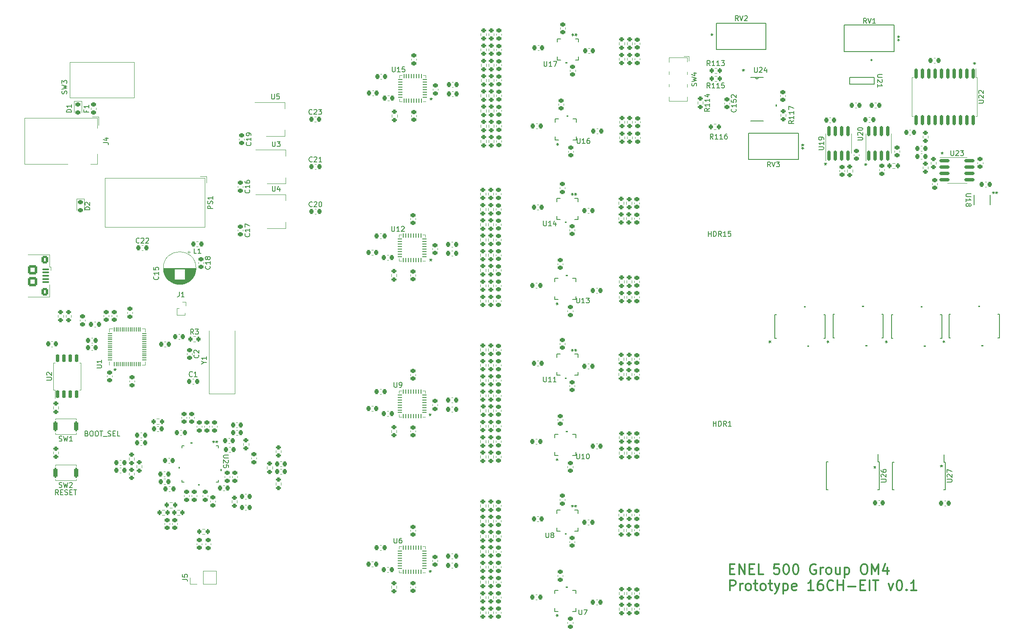
<source format=gbr>
%TF.GenerationSoftware,KiCad,Pcbnew,7.0.9*%
%TF.CreationDate,2024-03-04T14:23:28-07:00*%
%TF.ProjectId,picoAWG,7069636f-4157-4472-9e6b-696361645f70,rev?*%
%TF.SameCoordinates,Original*%
%TF.FileFunction,Legend,Top*%
%TF.FilePolarity,Positive*%
%FSLAX46Y46*%
G04 Gerber Fmt 4.6, Leading zero omitted, Abs format (unit mm)*
G04 Created by KiCad (PCBNEW 7.0.9) date 2024-03-04 14:23:28*
%MOMM*%
%LPD*%
G01*
G04 APERTURE LIST*
G04 Aperture macros list*
%AMRoundRect*
0 Rectangle with rounded corners*
0 $1 Rounding radius*
0 $2 $3 $4 $5 $6 $7 $8 $9 X,Y pos of 4 corners*
0 Add a 4 corners polygon primitive as box body*
4,1,4,$2,$3,$4,$5,$6,$7,$8,$9,$2,$3,0*
0 Add four circle primitives for the rounded corners*
1,1,$1+$1,$2,$3*
1,1,$1+$1,$4,$5*
1,1,$1+$1,$6,$7*
1,1,$1+$1,$8,$9*
0 Add four rect primitives between the rounded corners*
20,1,$1+$1,$2,$3,$4,$5,0*
20,1,$1+$1,$4,$5,$6,$7,0*
20,1,$1+$1,$6,$7,$8,$9,0*
20,1,$1+$1,$8,$9,$2,$3,0*%
G04 Aperture macros list end*
%ADD10C,0.150000*%
%ADD11C,0.300000*%
%ADD12C,0.120000*%
%ADD13C,0.152400*%
%ADD14C,0.100000*%
%ADD15C,0.250000*%
%ADD16RoundRect,0.150000X0.150000X-0.825000X0.150000X0.825000X-0.150000X0.825000X-0.150000X-0.825000X0*%
%ADD17RoundRect,0.150000X-0.825000X-0.150000X0.825000X-0.150000X0.825000X0.150000X-0.825000X0.150000X0*%
%ADD18RoundRect,0.200000X-0.200000X-0.275000X0.200000X-0.275000X0.200000X0.275000X-0.200000X0.275000X0*%
%ADD19RoundRect,0.225000X0.250000X-0.225000X0.250000X0.225000X-0.250000X0.225000X-0.250000X-0.225000X0*%
%ADD20RoundRect,0.200000X-0.275000X0.200000X-0.275000X-0.200000X0.275000X-0.200000X0.275000X0.200000X0*%
%ADD21RoundRect,0.200000X0.275000X-0.200000X0.275000X0.200000X-0.275000X0.200000X-0.275000X-0.200000X0*%
%ADD22RoundRect,0.225000X-0.250000X0.225000X-0.250000X-0.225000X0.250000X-0.225000X0.250000X0.225000X0*%
%ADD23R,1.600000X1.600000*%
%ADD24C,1.600000*%
%ADD25RoundRect,0.225000X-0.225000X-0.250000X0.225000X-0.250000X0.225000X0.250000X-0.225000X0.250000X0*%
%ADD26RoundRect,0.218750X-0.256250X0.218750X-0.256250X-0.218750X0.256250X-0.218750X0.256250X0.218750X0*%
%ADD27RoundRect,0.225000X0.225000X0.250000X-0.225000X0.250000X-0.225000X-0.250000X0.225000X-0.250000X0*%
%ADD28C,5.600000*%
%ADD29RoundRect,0.062500X0.375000X0.062500X-0.375000X0.062500X-0.375000X-0.062500X0.375000X-0.062500X0*%
%ADD30RoundRect,0.062500X0.062500X0.375000X-0.062500X0.375000X-0.062500X-0.375000X0.062500X-0.375000X0*%
%ADD31R,3.600000X3.600000*%
%ADD32R,0.355600X1.473200*%
%ADD33R,0.304800X1.066800*%
%ADD34R,1.066800X0.304800*%
%ADD35R,2.260600X2.260600*%
%ADD36RoundRect,0.200000X0.200000X0.800000X-0.200000X0.800000X-0.200000X-0.800000X0.200000X-0.800000X0*%
%ADD37RoundRect,0.218750X0.218750X0.256250X-0.218750X0.256250X-0.218750X-0.256250X0.218750X-0.256250X0*%
%ADD38C,1.270000*%
%ADD39C,2.350000*%
%ADD40R,2.000000X4.500000*%
%ADD41RoundRect,0.200000X0.200000X0.275000X-0.200000X0.275000X-0.200000X-0.275000X0.200000X-0.275000X0*%
%ADD42R,1.700000X1.700000*%
%ADD43O,1.700000X1.700000*%
%ADD44R,0.508000X1.270000*%
%ADD45R,0.600000X1.500000*%
%ADD46R,1.981200X0.558800*%
%ADD47RoundRect,0.150000X0.150000X-0.650000X0.150000X0.650000X-0.150000X0.650000X-0.150000X-0.650000X0*%
%ADD48R,2.000000X4.600000*%
%ADD49O,2.000000X4.200000*%
%ADD50O,4.200000X2.000000*%
%ADD51RoundRect,0.150000X-0.150000X0.875000X-0.150000X-0.875000X0.150000X-0.875000X0.150000X0.875000X0*%
%ADD52R,1.850000X1.850000*%
%ADD53C,1.850000*%
%ADD54R,0.622132X2.469157*%
%ADD55RoundRect,0.218750X0.256250X-0.218750X0.256250X0.218750X-0.256250X0.218750X-0.256250X-0.218750X0*%
%ADD56R,2.000000X1.500000*%
%ADD57R,2.000000X3.800000*%
%ADD58R,0.254000X0.812800*%
%ADD59R,0.812800X0.254000*%
%ADD60R,5.257800X5.257800*%
%ADD61R,0.850000X0.850000*%
%ADD62O,0.850000X0.850000*%
%ADD63RoundRect,0.050000X0.050000X-0.387500X0.050000X0.387500X-0.050000X0.387500X-0.050000X-0.387500X0*%
%ADD64RoundRect,0.050000X0.387500X-0.050000X0.387500X0.050000X-0.387500X0.050000X-0.387500X-0.050000X0*%
%ADD65R,3.200000X3.200000*%
%ADD66RoundRect,0.100000X-0.575000X0.100000X-0.575000X-0.100000X0.575000X-0.100000X0.575000X0.100000X0*%
%ADD67O,1.600000X0.900000*%
%ADD68RoundRect,0.250000X-0.450000X0.550000X-0.450000X-0.550000X0.450000X-0.550000X0.450000X0.550000X0*%
%ADD69RoundRect,0.250000X-0.700000X0.700000X-0.700000X-0.700000X0.700000X-0.700000X0.700000X0.700000X0*%
G04 APERTURE END LIST*
D10*
X244619636Y-39019819D02*
X244619636Y-39257914D01*
X244381541Y-39162676D02*
X244619636Y-39257914D01*
X244619636Y-39257914D02*
X244857731Y-39162676D01*
X244476779Y-39448390D02*
X244619636Y-39257914D01*
X244619636Y-39257914D02*
X244762493Y-39448390D01*
X224659636Y-119849819D02*
X224659636Y-120087914D01*
X224421541Y-119992676D02*
X224659636Y-120087914D01*
X224659636Y-120087914D02*
X224897731Y-119992676D01*
X224516779Y-120278390D02*
X224659636Y-120087914D01*
X224659636Y-120087914D02*
X224802493Y-120278390D01*
X135659636Y-109349819D02*
X135659636Y-109587914D01*
X135421541Y-109492676D02*
X135659636Y-109587914D01*
X135659636Y-109587914D02*
X135897731Y-109492676D01*
X135516779Y-109778390D02*
X135659636Y-109587914D01*
X135659636Y-109587914D02*
X135802493Y-109778390D01*
X191336779Y-73869819D02*
X191336779Y-72869819D01*
X191336779Y-73346009D02*
X191908207Y-73346009D01*
X191908207Y-73869819D02*
X191908207Y-72869819D01*
X192384398Y-73869819D02*
X192384398Y-72869819D01*
X192384398Y-72869819D02*
X192622493Y-72869819D01*
X192622493Y-72869819D02*
X192765350Y-72917438D01*
X192765350Y-72917438D02*
X192860588Y-73012676D01*
X192860588Y-73012676D02*
X192908207Y-73107914D01*
X192908207Y-73107914D02*
X192955826Y-73298390D01*
X192955826Y-73298390D02*
X192955826Y-73441247D01*
X192955826Y-73441247D02*
X192908207Y-73631723D01*
X192908207Y-73631723D02*
X192860588Y-73726961D01*
X192860588Y-73726961D02*
X192765350Y-73822200D01*
X192765350Y-73822200D02*
X192622493Y-73869819D01*
X192622493Y-73869819D02*
X192384398Y-73869819D01*
X193955826Y-73869819D02*
X193622493Y-73393628D01*
X193384398Y-73869819D02*
X193384398Y-72869819D01*
X193384398Y-72869819D02*
X193765350Y-72869819D01*
X193765350Y-72869819D02*
X193860588Y-72917438D01*
X193860588Y-72917438D02*
X193908207Y-72965057D01*
X193908207Y-72965057D02*
X193955826Y-73060295D01*
X193955826Y-73060295D02*
X193955826Y-73203152D01*
X193955826Y-73203152D02*
X193908207Y-73298390D01*
X193908207Y-73298390D02*
X193860588Y-73346009D01*
X193860588Y-73346009D02*
X193765350Y-73393628D01*
X193765350Y-73393628D02*
X193384398Y-73393628D01*
X194908207Y-73869819D02*
X194336779Y-73869819D01*
X194622493Y-73869819D02*
X194622493Y-72869819D01*
X194622493Y-72869819D02*
X194527255Y-73012676D01*
X194527255Y-73012676D02*
X194432017Y-73107914D01*
X194432017Y-73107914D02*
X194336779Y-73155533D01*
X195812969Y-72869819D02*
X195336779Y-72869819D01*
X195336779Y-72869819D02*
X195289160Y-73346009D01*
X195289160Y-73346009D02*
X195336779Y-73298390D01*
X195336779Y-73298390D02*
X195432017Y-73250771D01*
X195432017Y-73250771D02*
X195670112Y-73250771D01*
X195670112Y-73250771D02*
X195765350Y-73298390D01*
X195765350Y-73298390D02*
X195812969Y-73346009D01*
X195812969Y-73346009D02*
X195860588Y-73441247D01*
X195860588Y-73441247D02*
X195860588Y-73679342D01*
X195860588Y-73679342D02*
X195812969Y-73774580D01*
X195812969Y-73774580D02*
X195765350Y-73822200D01*
X195765350Y-73822200D02*
X195670112Y-73869819D01*
X195670112Y-73869819D02*
X195432017Y-73869819D01*
X195432017Y-73869819D02*
X195336779Y-73822200D01*
X195336779Y-73822200D02*
X195289160Y-73774580D01*
X238129636Y-56959819D02*
X238129636Y-57197914D01*
X237891541Y-57102676D02*
X238129636Y-57197914D01*
X238129636Y-57197914D02*
X238367731Y-57102676D01*
X237986779Y-57388390D02*
X238129636Y-57197914D01*
X238129636Y-57197914D02*
X238272493Y-57388390D01*
X135859636Y-46139819D02*
X135859636Y-46377914D01*
X135621541Y-46282676D02*
X135859636Y-46377914D01*
X135859636Y-46377914D02*
X136097731Y-46282676D01*
X135716779Y-46568390D02*
X135859636Y-46377914D01*
X135859636Y-46377914D02*
X136002493Y-46568390D01*
X237999636Y-119639819D02*
X237999636Y-119877914D01*
X237761541Y-119782676D02*
X237999636Y-119877914D01*
X237999636Y-119877914D02*
X238237731Y-119782676D01*
X237856779Y-120068390D02*
X237999636Y-119877914D01*
X237999636Y-119877914D02*
X238142493Y-120068390D01*
D11*
X195673558Y-140472019D02*
X196340225Y-140472019D01*
X196625939Y-141519638D02*
X195673558Y-141519638D01*
X195673558Y-141519638D02*
X195673558Y-139519638D01*
X195673558Y-139519638D02*
X196625939Y-139519638D01*
X197483082Y-141519638D02*
X197483082Y-139519638D01*
X197483082Y-139519638D02*
X198625939Y-141519638D01*
X198625939Y-141519638D02*
X198625939Y-139519638D01*
X199578320Y-140472019D02*
X200244987Y-140472019D01*
X200530701Y-141519638D02*
X199578320Y-141519638D01*
X199578320Y-141519638D02*
X199578320Y-139519638D01*
X199578320Y-139519638D02*
X200530701Y-139519638D01*
X202340225Y-141519638D02*
X201387844Y-141519638D01*
X201387844Y-141519638D02*
X201387844Y-139519638D01*
X205483083Y-139519638D02*
X204530702Y-139519638D01*
X204530702Y-139519638D02*
X204435464Y-140472019D01*
X204435464Y-140472019D02*
X204530702Y-140376780D01*
X204530702Y-140376780D02*
X204721178Y-140281542D01*
X204721178Y-140281542D02*
X205197369Y-140281542D01*
X205197369Y-140281542D02*
X205387845Y-140376780D01*
X205387845Y-140376780D02*
X205483083Y-140472019D01*
X205483083Y-140472019D02*
X205578321Y-140662495D01*
X205578321Y-140662495D02*
X205578321Y-141138685D01*
X205578321Y-141138685D02*
X205483083Y-141329161D01*
X205483083Y-141329161D02*
X205387845Y-141424400D01*
X205387845Y-141424400D02*
X205197369Y-141519638D01*
X205197369Y-141519638D02*
X204721178Y-141519638D01*
X204721178Y-141519638D02*
X204530702Y-141424400D01*
X204530702Y-141424400D02*
X204435464Y-141329161D01*
X206816416Y-139519638D02*
X207006893Y-139519638D01*
X207006893Y-139519638D02*
X207197369Y-139614876D01*
X207197369Y-139614876D02*
X207292607Y-139710114D01*
X207292607Y-139710114D02*
X207387845Y-139900590D01*
X207387845Y-139900590D02*
X207483083Y-140281542D01*
X207483083Y-140281542D02*
X207483083Y-140757733D01*
X207483083Y-140757733D02*
X207387845Y-141138685D01*
X207387845Y-141138685D02*
X207292607Y-141329161D01*
X207292607Y-141329161D02*
X207197369Y-141424400D01*
X207197369Y-141424400D02*
X207006893Y-141519638D01*
X207006893Y-141519638D02*
X206816416Y-141519638D01*
X206816416Y-141519638D02*
X206625940Y-141424400D01*
X206625940Y-141424400D02*
X206530702Y-141329161D01*
X206530702Y-141329161D02*
X206435464Y-141138685D01*
X206435464Y-141138685D02*
X206340226Y-140757733D01*
X206340226Y-140757733D02*
X206340226Y-140281542D01*
X206340226Y-140281542D02*
X206435464Y-139900590D01*
X206435464Y-139900590D02*
X206530702Y-139710114D01*
X206530702Y-139710114D02*
X206625940Y-139614876D01*
X206625940Y-139614876D02*
X206816416Y-139519638D01*
X208721178Y-139519638D02*
X208911655Y-139519638D01*
X208911655Y-139519638D02*
X209102131Y-139614876D01*
X209102131Y-139614876D02*
X209197369Y-139710114D01*
X209197369Y-139710114D02*
X209292607Y-139900590D01*
X209292607Y-139900590D02*
X209387845Y-140281542D01*
X209387845Y-140281542D02*
X209387845Y-140757733D01*
X209387845Y-140757733D02*
X209292607Y-141138685D01*
X209292607Y-141138685D02*
X209197369Y-141329161D01*
X209197369Y-141329161D02*
X209102131Y-141424400D01*
X209102131Y-141424400D02*
X208911655Y-141519638D01*
X208911655Y-141519638D02*
X208721178Y-141519638D01*
X208721178Y-141519638D02*
X208530702Y-141424400D01*
X208530702Y-141424400D02*
X208435464Y-141329161D01*
X208435464Y-141329161D02*
X208340226Y-141138685D01*
X208340226Y-141138685D02*
X208244988Y-140757733D01*
X208244988Y-140757733D02*
X208244988Y-140281542D01*
X208244988Y-140281542D02*
X208340226Y-139900590D01*
X208340226Y-139900590D02*
X208435464Y-139710114D01*
X208435464Y-139710114D02*
X208530702Y-139614876D01*
X208530702Y-139614876D02*
X208721178Y-139519638D01*
X212816417Y-139614876D02*
X212625941Y-139519638D01*
X212625941Y-139519638D02*
X212340227Y-139519638D01*
X212340227Y-139519638D02*
X212054512Y-139614876D01*
X212054512Y-139614876D02*
X211864036Y-139805352D01*
X211864036Y-139805352D02*
X211768798Y-139995828D01*
X211768798Y-139995828D02*
X211673560Y-140376780D01*
X211673560Y-140376780D02*
X211673560Y-140662495D01*
X211673560Y-140662495D02*
X211768798Y-141043447D01*
X211768798Y-141043447D02*
X211864036Y-141233923D01*
X211864036Y-141233923D02*
X212054512Y-141424400D01*
X212054512Y-141424400D02*
X212340227Y-141519638D01*
X212340227Y-141519638D02*
X212530703Y-141519638D01*
X212530703Y-141519638D02*
X212816417Y-141424400D01*
X212816417Y-141424400D02*
X212911655Y-141329161D01*
X212911655Y-141329161D02*
X212911655Y-140662495D01*
X212911655Y-140662495D02*
X212530703Y-140662495D01*
X213768798Y-141519638D02*
X213768798Y-140186304D01*
X213768798Y-140567257D02*
X213864036Y-140376780D01*
X213864036Y-140376780D02*
X213959274Y-140281542D01*
X213959274Y-140281542D02*
X214149750Y-140186304D01*
X214149750Y-140186304D02*
X214340227Y-140186304D01*
X215292607Y-141519638D02*
X215102131Y-141424400D01*
X215102131Y-141424400D02*
X215006893Y-141329161D01*
X215006893Y-141329161D02*
X214911655Y-141138685D01*
X214911655Y-141138685D02*
X214911655Y-140567257D01*
X214911655Y-140567257D02*
X215006893Y-140376780D01*
X215006893Y-140376780D02*
X215102131Y-140281542D01*
X215102131Y-140281542D02*
X215292607Y-140186304D01*
X215292607Y-140186304D02*
X215578322Y-140186304D01*
X215578322Y-140186304D02*
X215768798Y-140281542D01*
X215768798Y-140281542D02*
X215864036Y-140376780D01*
X215864036Y-140376780D02*
X215959274Y-140567257D01*
X215959274Y-140567257D02*
X215959274Y-141138685D01*
X215959274Y-141138685D02*
X215864036Y-141329161D01*
X215864036Y-141329161D02*
X215768798Y-141424400D01*
X215768798Y-141424400D02*
X215578322Y-141519638D01*
X215578322Y-141519638D02*
X215292607Y-141519638D01*
X217673560Y-140186304D02*
X217673560Y-141519638D01*
X216816417Y-140186304D02*
X216816417Y-141233923D01*
X216816417Y-141233923D02*
X216911655Y-141424400D01*
X216911655Y-141424400D02*
X217102131Y-141519638D01*
X217102131Y-141519638D02*
X217387846Y-141519638D01*
X217387846Y-141519638D02*
X217578322Y-141424400D01*
X217578322Y-141424400D02*
X217673560Y-141329161D01*
X218625941Y-140186304D02*
X218625941Y-142186304D01*
X218625941Y-140281542D02*
X218816417Y-140186304D01*
X218816417Y-140186304D02*
X219197370Y-140186304D01*
X219197370Y-140186304D02*
X219387846Y-140281542D01*
X219387846Y-140281542D02*
X219483084Y-140376780D01*
X219483084Y-140376780D02*
X219578322Y-140567257D01*
X219578322Y-140567257D02*
X219578322Y-141138685D01*
X219578322Y-141138685D02*
X219483084Y-141329161D01*
X219483084Y-141329161D02*
X219387846Y-141424400D01*
X219387846Y-141424400D02*
X219197370Y-141519638D01*
X219197370Y-141519638D02*
X218816417Y-141519638D01*
X218816417Y-141519638D02*
X218625941Y-141424400D01*
X222340227Y-139519638D02*
X222721180Y-139519638D01*
X222721180Y-139519638D02*
X222911656Y-139614876D01*
X222911656Y-139614876D02*
X223102132Y-139805352D01*
X223102132Y-139805352D02*
X223197370Y-140186304D01*
X223197370Y-140186304D02*
X223197370Y-140852971D01*
X223197370Y-140852971D02*
X223102132Y-141233923D01*
X223102132Y-141233923D02*
X222911656Y-141424400D01*
X222911656Y-141424400D02*
X222721180Y-141519638D01*
X222721180Y-141519638D02*
X222340227Y-141519638D01*
X222340227Y-141519638D02*
X222149751Y-141424400D01*
X222149751Y-141424400D02*
X221959275Y-141233923D01*
X221959275Y-141233923D02*
X221864037Y-140852971D01*
X221864037Y-140852971D02*
X221864037Y-140186304D01*
X221864037Y-140186304D02*
X221959275Y-139805352D01*
X221959275Y-139805352D02*
X222149751Y-139614876D01*
X222149751Y-139614876D02*
X222340227Y-139519638D01*
X224054513Y-141519638D02*
X224054513Y-139519638D01*
X224054513Y-139519638D02*
X224721180Y-140948209D01*
X224721180Y-140948209D02*
X225387846Y-139519638D01*
X225387846Y-139519638D02*
X225387846Y-141519638D01*
X227197370Y-140186304D02*
X227197370Y-141519638D01*
X226721179Y-139424400D02*
X226244989Y-140852971D01*
X226244989Y-140852971D02*
X227483084Y-140852971D01*
X195673558Y-144739638D02*
X195673558Y-142739638D01*
X195673558Y-142739638D02*
X196435463Y-142739638D01*
X196435463Y-142739638D02*
X196625939Y-142834876D01*
X196625939Y-142834876D02*
X196721177Y-142930114D01*
X196721177Y-142930114D02*
X196816415Y-143120590D01*
X196816415Y-143120590D02*
X196816415Y-143406304D01*
X196816415Y-143406304D02*
X196721177Y-143596780D01*
X196721177Y-143596780D02*
X196625939Y-143692019D01*
X196625939Y-143692019D02*
X196435463Y-143787257D01*
X196435463Y-143787257D02*
X195673558Y-143787257D01*
X197673558Y-144739638D02*
X197673558Y-143406304D01*
X197673558Y-143787257D02*
X197768796Y-143596780D01*
X197768796Y-143596780D02*
X197864034Y-143501542D01*
X197864034Y-143501542D02*
X198054510Y-143406304D01*
X198054510Y-143406304D02*
X198244987Y-143406304D01*
X199197367Y-144739638D02*
X199006891Y-144644400D01*
X199006891Y-144644400D02*
X198911653Y-144549161D01*
X198911653Y-144549161D02*
X198816415Y-144358685D01*
X198816415Y-144358685D02*
X198816415Y-143787257D01*
X198816415Y-143787257D02*
X198911653Y-143596780D01*
X198911653Y-143596780D02*
X199006891Y-143501542D01*
X199006891Y-143501542D02*
X199197367Y-143406304D01*
X199197367Y-143406304D02*
X199483082Y-143406304D01*
X199483082Y-143406304D02*
X199673558Y-143501542D01*
X199673558Y-143501542D02*
X199768796Y-143596780D01*
X199768796Y-143596780D02*
X199864034Y-143787257D01*
X199864034Y-143787257D02*
X199864034Y-144358685D01*
X199864034Y-144358685D02*
X199768796Y-144549161D01*
X199768796Y-144549161D02*
X199673558Y-144644400D01*
X199673558Y-144644400D02*
X199483082Y-144739638D01*
X199483082Y-144739638D02*
X199197367Y-144739638D01*
X200435463Y-143406304D02*
X201197367Y-143406304D01*
X200721177Y-142739638D02*
X200721177Y-144453923D01*
X200721177Y-144453923D02*
X200816415Y-144644400D01*
X200816415Y-144644400D02*
X201006891Y-144739638D01*
X201006891Y-144739638D02*
X201197367Y-144739638D01*
X202149748Y-144739638D02*
X201959272Y-144644400D01*
X201959272Y-144644400D02*
X201864034Y-144549161D01*
X201864034Y-144549161D02*
X201768796Y-144358685D01*
X201768796Y-144358685D02*
X201768796Y-143787257D01*
X201768796Y-143787257D02*
X201864034Y-143596780D01*
X201864034Y-143596780D02*
X201959272Y-143501542D01*
X201959272Y-143501542D02*
X202149748Y-143406304D01*
X202149748Y-143406304D02*
X202435463Y-143406304D01*
X202435463Y-143406304D02*
X202625939Y-143501542D01*
X202625939Y-143501542D02*
X202721177Y-143596780D01*
X202721177Y-143596780D02*
X202816415Y-143787257D01*
X202816415Y-143787257D02*
X202816415Y-144358685D01*
X202816415Y-144358685D02*
X202721177Y-144549161D01*
X202721177Y-144549161D02*
X202625939Y-144644400D01*
X202625939Y-144644400D02*
X202435463Y-144739638D01*
X202435463Y-144739638D02*
X202149748Y-144739638D01*
X203387844Y-143406304D02*
X204149748Y-143406304D01*
X203673558Y-142739638D02*
X203673558Y-144453923D01*
X203673558Y-144453923D02*
X203768796Y-144644400D01*
X203768796Y-144644400D02*
X203959272Y-144739638D01*
X203959272Y-144739638D02*
X204149748Y-144739638D01*
X204625939Y-143406304D02*
X205102129Y-144739638D01*
X205578320Y-143406304D02*
X205102129Y-144739638D01*
X205102129Y-144739638D02*
X204911653Y-145215828D01*
X204911653Y-145215828D02*
X204816415Y-145311066D01*
X204816415Y-145311066D02*
X204625939Y-145406304D01*
X206340225Y-143406304D02*
X206340225Y-145406304D01*
X206340225Y-143501542D02*
X206530701Y-143406304D01*
X206530701Y-143406304D02*
X206911654Y-143406304D01*
X206911654Y-143406304D02*
X207102130Y-143501542D01*
X207102130Y-143501542D02*
X207197368Y-143596780D01*
X207197368Y-143596780D02*
X207292606Y-143787257D01*
X207292606Y-143787257D02*
X207292606Y-144358685D01*
X207292606Y-144358685D02*
X207197368Y-144549161D01*
X207197368Y-144549161D02*
X207102130Y-144644400D01*
X207102130Y-144644400D02*
X206911654Y-144739638D01*
X206911654Y-144739638D02*
X206530701Y-144739638D01*
X206530701Y-144739638D02*
X206340225Y-144644400D01*
X208911654Y-144644400D02*
X208721178Y-144739638D01*
X208721178Y-144739638D02*
X208340225Y-144739638D01*
X208340225Y-144739638D02*
X208149749Y-144644400D01*
X208149749Y-144644400D02*
X208054511Y-144453923D01*
X208054511Y-144453923D02*
X208054511Y-143692019D01*
X208054511Y-143692019D02*
X208149749Y-143501542D01*
X208149749Y-143501542D02*
X208340225Y-143406304D01*
X208340225Y-143406304D02*
X208721178Y-143406304D01*
X208721178Y-143406304D02*
X208911654Y-143501542D01*
X208911654Y-143501542D02*
X209006892Y-143692019D01*
X209006892Y-143692019D02*
X209006892Y-143882495D01*
X209006892Y-143882495D02*
X208054511Y-144072971D01*
X212435464Y-144739638D02*
X211292607Y-144739638D01*
X211864035Y-144739638D02*
X211864035Y-142739638D01*
X211864035Y-142739638D02*
X211673559Y-143025352D01*
X211673559Y-143025352D02*
X211483083Y-143215828D01*
X211483083Y-143215828D02*
X211292607Y-143311066D01*
X214149750Y-142739638D02*
X213768797Y-142739638D01*
X213768797Y-142739638D02*
X213578321Y-142834876D01*
X213578321Y-142834876D02*
X213483083Y-142930114D01*
X213483083Y-142930114D02*
X213292607Y-143215828D01*
X213292607Y-143215828D02*
X213197369Y-143596780D01*
X213197369Y-143596780D02*
X213197369Y-144358685D01*
X213197369Y-144358685D02*
X213292607Y-144549161D01*
X213292607Y-144549161D02*
X213387845Y-144644400D01*
X213387845Y-144644400D02*
X213578321Y-144739638D01*
X213578321Y-144739638D02*
X213959274Y-144739638D01*
X213959274Y-144739638D02*
X214149750Y-144644400D01*
X214149750Y-144644400D02*
X214244988Y-144549161D01*
X214244988Y-144549161D02*
X214340226Y-144358685D01*
X214340226Y-144358685D02*
X214340226Y-143882495D01*
X214340226Y-143882495D02*
X214244988Y-143692019D01*
X214244988Y-143692019D02*
X214149750Y-143596780D01*
X214149750Y-143596780D02*
X213959274Y-143501542D01*
X213959274Y-143501542D02*
X213578321Y-143501542D01*
X213578321Y-143501542D02*
X213387845Y-143596780D01*
X213387845Y-143596780D02*
X213292607Y-143692019D01*
X213292607Y-143692019D02*
X213197369Y-143882495D01*
X216340226Y-144549161D02*
X216244988Y-144644400D01*
X216244988Y-144644400D02*
X215959274Y-144739638D01*
X215959274Y-144739638D02*
X215768798Y-144739638D01*
X215768798Y-144739638D02*
X215483083Y-144644400D01*
X215483083Y-144644400D02*
X215292607Y-144453923D01*
X215292607Y-144453923D02*
X215197369Y-144263447D01*
X215197369Y-144263447D02*
X215102131Y-143882495D01*
X215102131Y-143882495D02*
X215102131Y-143596780D01*
X215102131Y-143596780D02*
X215197369Y-143215828D01*
X215197369Y-143215828D02*
X215292607Y-143025352D01*
X215292607Y-143025352D02*
X215483083Y-142834876D01*
X215483083Y-142834876D02*
X215768798Y-142739638D01*
X215768798Y-142739638D02*
X215959274Y-142739638D01*
X215959274Y-142739638D02*
X216244988Y-142834876D01*
X216244988Y-142834876D02*
X216340226Y-142930114D01*
X217197369Y-144739638D02*
X217197369Y-142739638D01*
X217197369Y-143692019D02*
X218340226Y-143692019D01*
X218340226Y-144739638D02*
X218340226Y-142739638D01*
X219292607Y-143977733D02*
X220816417Y-143977733D01*
X221768797Y-143692019D02*
X222435464Y-143692019D01*
X222721178Y-144739638D02*
X221768797Y-144739638D01*
X221768797Y-144739638D02*
X221768797Y-142739638D01*
X221768797Y-142739638D02*
X222721178Y-142739638D01*
X223578321Y-144739638D02*
X223578321Y-142739638D01*
X224244988Y-142739638D02*
X225387845Y-142739638D01*
X224816416Y-144739638D02*
X224816416Y-142739638D01*
X227387846Y-143406304D02*
X227864036Y-144739638D01*
X227864036Y-144739638D02*
X228340227Y-143406304D01*
X229483084Y-142739638D02*
X229673561Y-142739638D01*
X229673561Y-142739638D02*
X229864037Y-142834876D01*
X229864037Y-142834876D02*
X229959275Y-142930114D01*
X229959275Y-142930114D02*
X230054513Y-143120590D01*
X230054513Y-143120590D02*
X230149751Y-143501542D01*
X230149751Y-143501542D02*
X230149751Y-143977733D01*
X230149751Y-143977733D02*
X230054513Y-144358685D01*
X230054513Y-144358685D02*
X229959275Y-144549161D01*
X229959275Y-144549161D02*
X229864037Y-144644400D01*
X229864037Y-144644400D02*
X229673561Y-144739638D01*
X229673561Y-144739638D02*
X229483084Y-144739638D01*
X229483084Y-144739638D02*
X229292608Y-144644400D01*
X229292608Y-144644400D02*
X229197370Y-144549161D01*
X229197370Y-144549161D02*
X229102132Y-144358685D01*
X229102132Y-144358685D02*
X229006894Y-143977733D01*
X229006894Y-143977733D02*
X229006894Y-143501542D01*
X229006894Y-143501542D02*
X229102132Y-143120590D01*
X229102132Y-143120590D02*
X229197370Y-142930114D01*
X229197370Y-142930114D02*
X229292608Y-142834876D01*
X229292608Y-142834876D02*
X229483084Y-142739638D01*
X231006894Y-144549161D02*
X231102132Y-144644400D01*
X231102132Y-144644400D02*
X231006894Y-144739638D01*
X231006894Y-144739638D02*
X230911656Y-144644400D01*
X230911656Y-144644400D02*
X231006894Y-144549161D01*
X231006894Y-144549161D02*
X231006894Y-144739638D01*
X233006894Y-144739638D02*
X231864037Y-144739638D01*
X232435465Y-144739638D02*
X232435465Y-142739638D01*
X232435465Y-142739638D02*
X232244989Y-143025352D01*
X232244989Y-143025352D02*
X232054513Y-143215828D01*
X232054513Y-143215828D02*
X231864037Y-143311066D01*
D10*
X135699636Y-140699819D02*
X135699636Y-140937914D01*
X135461541Y-140842676D02*
X135699636Y-140937914D01*
X135699636Y-140937914D02*
X135937731Y-140842676D01*
X135556779Y-141128390D02*
X135699636Y-140937914D01*
X135699636Y-140937914D02*
X135842493Y-141128390D01*
X66970112Y-113346009D02*
X67112969Y-113393628D01*
X67112969Y-113393628D02*
X67160588Y-113441247D01*
X67160588Y-113441247D02*
X67208207Y-113536485D01*
X67208207Y-113536485D02*
X67208207Y-113679342D01*
X67208207Y-113679342D02*
X67160588Y-113774580D01*
X67160588Y-113774580D02*
X67112969Y-113822200D01*
X67112969Y-113822200D02*
X67017731Y-113869819D01*
X67017731Y-113869819D02*
X66636779Y-113869819D01*
X66636779Y-113869819D02*
X66636779Y-112869819D01*
X66636779Y-112869819D02*
X66970112Y-112869819D01*
X66970112Y-112869819D02*
X67065350Y-112917438D01*
X67065350Y-112917438D02*
X67112969Y-112965057D01*
X67112969Y-112965057D02*
X67160588Y-113060295D01*
X67160588Y-113060295D02*
X67160588Y-113155533D01*
X67160588Y-113155533D02*
X67112969Y-113250771D01*
X67112969Y-113250771D02*
X67065350Y-113298390D01*
X67065350Y-113298390D02*
X66970112Y-113346009D01*
X66970112Y-113346009D02*
X66636779Y-113346009D01*
X67827255Y-112869819D02*
X68017731Y-112869819D01*
X68017731Y-112869819D02*
X68112969Y-112917438D01*
X68112969Y-112917438D02*
X68208207Y-113012676D01*
X68208207Y-113012676D02*
X68255826Y-113203152D01*
X68255826Y-113203152D02*
X68255826Y-113536485D01*
X68255826Y-113536485D02*
X68208207Y-113726961D01*
X68208207Y-113726961D02*
X68112969Y-113822200D01*
X68112969Y-113822200D02*
X68017731Y-113869819D01*
X68017731Y-113869819D02*
X67827255Y-113869819D01*
X67827255Y-113869819D02*
X67732017Y-113822200D01*
X67732017Y-113822200D02*
X67636779Y-113726961D01*
X67636779Y-113726961D02*
X67589160Y-113536485D01*
X67589160Y-113536485D02*
X67589160Y-113203152D01*
X67589160Y-113203152D02*
X67636779Y-113012676D01*
X67636779Y-113012676D02*
X67732017Y-112917438D01*
X67732017Y-112917438D02*
X67827255Y-112869819D01*
X68874874Y-112869819D02*
X69065350Y-112869819D01*
X69065350Y-112869819D02*
X69160588Y-112917438D01*
X69160588Y-112917438D02*
X69255826Y-113012676D01*
X69255826Y-113012676D02*
X69303445Y-113203152D01*
X69303445Y-113203152D02*
X69303445Y-113536485D01*
X69303445Y-113536485D02*
X69255826Y-113726961D01*
X69255826Y-113726961D02*
X69160588Y-113822200D01*
X69160588Y-113822200D02*
X69065350Y-113869819D01*
X69065350Y-113869819D02*
X68874874Y-113869819D01*
X68874874Y-113869819D02*
X68779636Y-113822200D01*
X68779636Y-113822200D02*
X68684398Y-113726961D01*
X68684398Y-113726961D02*
X68636779Y-113536485D01*
X68636779Y-113536485D02*
X68636779Y-113203152D01*
X68636779Y-113203152D02*
X68684398Y-113012676D01*
X68684398Y-113012676D02*
X68779636Y-112917438D01*
X68779636Y-112917438D02*
X68874874Y-112869819D01*
X69589160Y-112869819D02*
X70160588Y-112869819D01*
X69874874Y-113869819D02*
X69874874Y-112869819D01*
X70255827Y-113965057D02*
X71017731Y-113965057D01*
X71208208Y-113822200D02*
X71351065Y-113869819D01*
X71351065Y-113869819D02*
X71589160Y-113869819D01*
X71589160Y-113869819D02*
X71684398Y-113822200D01*
X71684398Y-113822200D02*
X71732017Y-113774580D01*
X71732017Y-113774580D02*
X71779636Y-113679342D01*
X71779636Y-113679342D02*
X71779636Y-113584104D01*
X71779636Y-113584104D02*
X71732017Y-113488866D01*
X71732017Y-113488866D02*
X71684398Y-113441247D01*
X71684398Y-113441247D02*
X71589160Y-113393628D01*
X71589160Y-113393628D02*
X71398684Y-113346009D01*
X71398684Y-113346009D02*
X71303446Y-113298390D01*
X71303446Y-113298390D02*
X71255827Y-113250771D01*
X71255827Y-113250771D02*
X71208208Y-113155533D01*
X71208208Y-113155533D02*
X71208208Y-113060295D01*
X71208208Y-113060295D02*
X71255827Y-112965057D01*
X71255827Y-112965057D02*
X71303446Y-112917438D01*
X71303446Y-112917438D02*
X71398684Y-112869819D01*
X71398684Y-112869819D02*
X71636779Y-112869819D01*
X71636779Y-112869819D02*
X71779636Y-112917438D01*
X72208208Y-113346009D02*
X72541541Y-113346009D01*
X72684398Y-113869819D02*
X72208208Y-113869819D01*
X72208208Y-113869819D02*
X72208208Y-112869819D01*
X72208208Y-112869819D02*
X72684398Y-112869819D01*
X73589160Y-113869819D02*
X73112970Y-113869819D01*
X73112970Y-113869819D02*
X73112970Y-112869819D01*
X222819636Y-59239819D02*
X222819636Y-59477914D01*
X222581541Y-59382676D02*
X222819636Y-59477914D01*
X222819636Y-59477914D02*
X223057731Y-59382676D01*
X222676779Y-59668390D02*
X222819636Y-59477914D01*
X222819636Y-59477914D02*
X222962493Y-59668390D01*
X192336779Y-111869819D02*
X192336779Y-110869819D01*
X192336779Y-111346009D02*
X192908207Y-111346009D01*
X192908207Y-111869819D02*
X192908207Y-110869819D01*
X193384398Y-111869819D02*
X193384398Y-110869819D01*
X193384398Y-110869819D02*
X193622493Y-110869819D01*
X193622493Y-110869819D02*
X193765350Y-110917438D01*
X193765350Y-110917438D02*
X193860588Y-111012676D01*
X193860588Y-111012676D02*
X193908207Y-111107914D01*
X193908207Y-111107914D02*
X193955826Y-111298390D01*
X193955826Y-111298390D02*
X193955826Y-111441247D01*
X193955826Y-111441247D02*
X193908207Y-111631723D01*
X193908207Y-111631723D02*
X193860588Y-111726961D01*
X193860588Y-111726961D02*
X193765350Y-111822200D01*
X193765350Y-111822200D02*
X193622493Y-111869819D01*
X193622493Y-111869819D02*
X193384398Y-111869819D01*
X194955826Y-111869819D02*
X194622493Y-111393628D01*
X194384398Y-111869819D02*
X194384398Y-110869819D01*
X194384398Y-110869819D02*
X194765350Y-110869819D01*
X194765350Y-110869819D02*
X194860588Y-110917438D01*
X194860588Y-110917438D02*
X194908207Y-110965057D01*
X194908207Y-110965057D02*
X194955826Y-111060295D01*
X194955826Y-111060295D02*
X194955826Y-111203152D01*
X194955826Y-111203152D02*
X194908207Y-111298390D01*
X194908207Y-111298390D02*
X194860588Y-111346009D01*
X194860588Y-111346009D02*
X194765350Y-111393628D01*
X194765350Y-111393628D02*
X194384398Y-111393628D01*
X195908207Y-111869819D02*
X195336779Y-111869819D01*
X195622493Y-111869819D02*
X195622493Y-110869819D01*
X195622493Y-110869819D02*
X195527255Y-111012676D01*
X195527255Y-111012676D02*
X195432017Y-111107914D01*
X195432017Y-111107914D02*
X195336779Y-111155533D01*
X214769636Y-59129819D02*
X214769636Y-59367914D01*
X214531541Y-59272676D02*
X214769636Y-59367914D01*
X214769636Y-59367914D02*
X215007731Y-59272676D01*
X214626779Y-59558390D02*
X214769636Y-59367914D01*
X214769636Y-59367914D02*
X214912493Y-59558390D01*
X135789636Y-78349819D02*
X135789636Y-78587914D01*
X135551541Y-78492676D02*
X135789636Y-78587914D01*
X135789636Y-78587914D02*
X136027731Y-78492676D01*
X135646779Y-78778390D02*
X135789636Y-78587914D01*
X135789636Y-78587914D02*
X135932493Y-78778390D01*
X72619636Y-100329819D02*
X72619636Y-100567914D01*
X72381541Y-100472676D02*
X72619636Y-100567914D01*
X72619636Y-100567914D02*
X72857731Y-100472676D01*
X72476779Y-100758390D02*
X72619636Y-100567914D01*
X72619636Y-100567914D02*
X72762493Y-100758390D01*
X61308207Y-125619819D02*
X60974874Y-125143628D01*
X60736779Y-125619819D02*
X60736779Y-124619819D01*
X60736779Y-124619819D02*
X61117731Y-124619819D01*
X61117731Y-124619819D02*
X61212969Y-124667438D01*
X61212969Y-124667438D02*
X61260588Y-124715057D01*
X61260588Y-124715057D02*
X61308207Y-124810295D01*
X61308207Y-124810295D02*
X61308207Y-124953152D01*
X61308207Y-124953152D02*
X61260588Y-125048390D01*
X61260588Y-125048390D02*
X61212969Y-125096009D01*
X61212969Y-125096009D02*
X61117731Y-125143628D01*
X61117731Y-125143628D02*
X60736779Y-125143628D01*
X61736779Y-125096009D02*
X62070112Y-125096009D01*
X62212969Y-125619819D02*
X61736779Y-125619819D01*
X61736779Y-125619819D02*
X61736779Y-124619819D01*
X61736779Y-124619819D02*
X62212969Y-124619819D01*
X62593922Y-125572200D02*
X62736779Y-125619819D01*
X62736779Y-125619819D02*
X62974874Y-125619819D01*
X62974874Y-125619819D02*
X63070112Y-125572200D01*
X63070112Y-125572200D02*
X63117731Y-125524580D01*
X63117731Y-125524580D02*
X63165350Y-125429342D01*
X63165350Y-125429342D02*
X63165350Y-125334104D01*
X63165350Y-125334104D02*
X63117731Y-125238866D01*
X63117731Y-125238866D02*
X63070112Y-125191247D01*
X63070112Y-125191247D02*
X62974874Y-125143628D01*
X62974874Y-125143628D02*
X62784398Y-125096009D01*
X62784398Y-125096009D02*
X62689160Y-125048390D01*
X62689160Y-125048390D02*
X62641541Y-125000771D01*
X62641541Y-125000771D02*
X62593922Y-124905533D01*
X62593922Y-124905533D02*
X62593922Y-124810295D01*
X62593922Y-124810295D02*
X62641541Y-124715057D01*
X62641541Y-124715057D02*
X62689160Y-124667438D01*
X62689160Y-124667438D02*
X62784398Y-124619819D01*
X62784398Y-124619819D02*
X63022493Y-124619819D01*
X63022493Y-124619819D02*
X63165350Y-124667438D01*
X63593922Y-125096009D02*
X63927255Y-125096009D01*
X64070112Y-125619819D02*
X63593922Y-125619819D01*
X63593922Y-125619819D02*
X63593922Y-124619819D01*
X63593922Y-124619819D02*
X64070112Y-124619819D01*
X64355827Y-124619819D02*
X64927255Y-124619819D01*
X64641541Y-125619819D02*
X64641541Y-124619819D01*
X213429819Y-56514495D02*
X214239342Y-56514495D01*
X214239342Y-56514495D02*
X214334580Y-56466876D01*
X214334580Y-56466876D02*
X214382200Y-56419257D01*
X214382200Y-56419257D02*
X214429819Y-56324019D01*
X214429819Y-56324019D02*
X214429819Y-56133543D01*
X214429819Y-56133543D02*
X214382200Y-56038305D01*
X214382200Y-56038305D02*
X214334580Y-55990686D01*
X214334580Y-55990686D02*
X214239342Y-55943067D01*
X214239342Y-55943067D02*
X213429819Y-55943067D01*
X214429819Y-54943067D02*
X214429819Y-55514495D01*
X214429819Y-55228781D02*
X213429819Y-55228781D01*
X213429819Y-55228781D02*
X213572676Y-55324019D01*
X213572676Y-55324019D02*
X213667914Y-55419257D01*
X213667914Y-55419257D02*
X213715533Y-55514495D01*
X214429819Y-54466876D02*
X214429819Y-54276400D01*
X214429819Y-54276400D02*
X214382200Y-54181162D01*
X214382200Y-54181162D02*
X214334580Y-54133543D01*
X214334580Y-54133543D02*
X214191723Y-54038305D01*
X214191723Y-54038305D02*
X214001247Y-53990686D01*
X214001247Y-53990686D02*
X213620295Y-53990686D01*
X213620295Y-53990686D02*
X213525057Y-54038305D01*
X213525057Y-54038305D02*
X213477438Y-54085924D01*
X213477438Y-54085924D02*
X213429819Y-54181162D01*
X213429819Y-54181162D02*
X213429819Y-54371638D01*
X213429819Y-54371638D02*
X213477438Y-54466876D01*
X213477438Y-54466876D02*
X213525057Y-54514495D01*
X213525057Y-54514495D02*
X213620295Y-54562114D01*
X213620295Y-54562114D02*
X213858390Y-54562114D01*
X213858390Y-54562114D02*
X213953628Y-54514495D01*
X213953628Y-54514495D02*
X214001247Y-54466876D01*
X214001247Y-54466876D02*
X214048866Y-54371638D01*
X214048866Y-54371638D02*
X214048866Y-54181162D01*
X214048866Y-54181162D02*
X214001247Y-54085924D01*
X214001247Y-54085924D02*
X213953628Y-54038305D01*
X213953628Y-54038305D02*
X213858390Y-53990686D01*
X221204819Y-54618094D02*
X222014342Y-54618094D01*
X222014342Y-54618094D02*
X222109580Y-54570475D01*
X222109580Y-54570475D02*
X222157200Y-54522856D01*
X222157200Y-54522856D02*
X222204819Y-54427618D01*
X222204819Y-54427618D02*
X222204819Y-54237142D01*
X222204819Y-54237142D02*
X222157200Y-54141904D01*
X222157200Y-54141904D02*
X222109580Y-54094285D01*
X222109580Y-54094285D02*
X222014342Y-54046666D01*
X222014342Y-54046666D02*
X221204819Y-54046666D01*
X221300057Y-53618094D02*
X221252438Y-53570475D01*
X221252438Y-53570475D02*
X221204819Y-53475237D01*
X221204819Y-53475237D02*
X221204819Y-53237142D01*
X221204819Y-53237142D02*
X221252438Y-53141904D01*
X221252438Y-53141904D02*
X221300057Y-53094285D01*
X221300057Y-53094285D02*
X221395295Y-53046666D01*
X221395295Y-53046666D02*
X221490533Y-53046666D01*
X221490533Y-53046666D02*
X221633390Y-53094285D01*
X221633390Y-53094285D02*
X222204819Y-53665713D01*
X222204819Y-53665713D02*
X222204819Y-53046666D01*
X221204819Y-52427618D02*
X221204819Y-52332380D01*
X221204819Y-52332380D02*
X221252438Y-52237142D01*
X221252438Y-52237142D02*
X221300057Y-52189523D01*
X221300057Y-52189523D02*
X221395295Y-52141904D01*
X221395295Y-52141904D02*
X221585771Y-52094285D01*
X221585771Y-52094285D02*
X221823866Y-52094285D01*
X221823866Y-52094285D02*
X222014342Y-52141904D01*
X222014342Y-52141904D02*
X222109580Y-52189523D01*
X222109580Y-52189523D02*
X222157200Y-52237142D01*
X222157200Y-52237142D02*
X222204819Y-52332380D01*
X222204819Y-52332380D02*
X222204819Y-52427618D01*
X222204819Y-52427618D02*
X222157200Y-52522856D01*
X222157200Y-52522856D02*
X222109580Y-52570475D01*
X222109580Y-52570475D02*
X222014342Y-52618094D01*
X222014342Y-52618094D02*
X221823866Y-52665713D01*
X221823866Y-52665713D02*
X221585771Y-52665713D01*
X221585771Y-52665713D02*
X221395295Y-52618094D01*
X221395295Y-52618094D02*
X221300057Y-52570475D01*
X221300057Y-52570475D02*
X221252438Y-52522856D01*
X221252438Y-52522856D02*
X221204819Y-52427618D01*
X239861905Y-56704819D02*
X239861905Y-57514342D01*
X239861905Y-57514342D02*
X239909524Y-57609580D01*
X239909524Y-57609580D02*
X239957143Y-57657200D01*
X239957143Y-57657200D02*
X240052381Y-57704819D01*
X240052381Y-57704819D02*
X240242857Y-57704819D01*
X240242857Y-57704819D02*
X240338095Y-57657200D01*
X240338095Y-57657200D02*
X240385714Y-57609580D01*
X240385714Y-57609580D02*
X240433333Y-57514342D01*
X240433333Y-57514342D02*
X240433333Y-56704819D01*
X240861905Y-56800057D02*
X240909524Y-56752438D01*
X240909524Y-56752438D02*
X241004762Y-56704819D01*
X241004762Y-56704819D02*
X241242857Y-56704819D01*
X241242857Y-56704819D02*
X241338095Y-56752438D01*
X241338095Y-56752438D02*
X241385714Y-56800057D01*
X241385714Y-56800057D02*
X241433333Y-56895295D01*
X241433333Y-56895295D02*
X241433333Y-56990533D01*
X241433333Y-56990533D02*
X241385714Y-57133390D01*
X241385714Y-57133390D02*
X240814286Y-57704819D01*
X240814286Y-57704819D02*
X241433333Y-57704819D01*
X241766667Y-56704819D02*
X242385714Y-56704819D01*
X242385714Y-56704819D02*
X242052381Y-57085771D01*
X242052381Y-57085771D02*
X242195238Y-57085771D01*
X242195238Y-57085771D02*
X242290476Y-57133390D01*
X242290476Y-57133390D02*
X242338095Y-57181009D01*
X242338095Y-57181009D02*
X242385714Y-57276247D01*
X242385714Y-57276247D02*
X242385714Y-57514342D01*
X242385714Y-57514342D02*
X242338095Y-57609580D01*
X242338095Y-57609580D02*
X242290476Y-57657200D01*
X242290476Y-57657200D02*
X242195238Y-57704819D01*
X242195238Y-57704819D02*
X241909524Y-57704819D01*
X241909524Y-57704819D02*
X241814286Y-57657200D01*
X241814286Y-57657200D02*
X241766667Y-57609580D01*
X81239580Y-81952857D02*
X81287200Y-82000476D01*
X81287200Y-82000476D02*
X81334819Y-82143333D01*
X81334819Y-82143333D02*
X81334819Y-82238571D01*
X81334819Y-82238571D02*
X81287200Y-82381428D01*
X81287200Y-82381428D02*
X81191961Y-82476666D01*
X81191961Y-82476666D02*
X81096723Y-82524285D01*
X81096723Y-82524285D02*
X80906247Y-82571904D01*
X80906247Y-82571904D02*
X80763390Y-82571904D01*
X80763390Y-82571904D02*
X80572914Y-82524285D01*
X80572914Y-82524285D02*
X80477676Y-82476666D01*
X80477676Y-82476666D02*
X80382438Y-82381428D01*
X80382438Y-82381428D02*
X80334819Y-82238571D01*
X80334819Y-82238571D02*
X80334819Y-82143333D01*
X80334819Y-82143333D02*
X80382438Y-82000476D01*
X80382438Y-82000476D02*
X80430057Y-81952857D01*
X81334819Y-81000476D02*
X81334819Y-81571904D01*
X81334819Y-81286190D02*
X80334819Y-81286190D01*
X80334819Y-81286190D02*
X80477676Y-81381428D01*
X80477676Y-81381428D02*
X80572914Y-81476666D01*
X80572914Y-81476666D02*
X80620533Y-81571904D01*
X80334819Y-80095714D02*
X80334819Y-80571904D01*
X80334819Y-80571904D02*
X80811009Y-80619523D01*
X80811009Y-80619523D02*
X80763390Y-80571904D01*
X80763390Y-80571904D02*
X80715771Y-80476666D01*
X80715771Y-80476666D02*
X80715771Y-80238571D01*
X80715771Y-80238571D02*
X80763390Y-80143333D01*
X80763390Y-80143333D02*
X80811009Y-80095714D01*
X80811009Y-80095714D02*
X80906247Y-80048095D01*
X80906247Y-80048095D02*
X81144342Y-80048095D01*
X81144342Y-80048095D02*
X81239580Y-80095714D01*
X81239580Y-80095714D02*
X81287200Y-80143333D01*
X81287200Y-80143333D02*
X81334819Y-80238571D01*
X81334819Y-80238571D02*
X81334819Y-80476666D01*
X81334819Y-80476666D02*
X81287200Y-80571904D01*
X81287200Y-80571904D02*
X81239580Y-80619523D01*
X63904819Y-49038094D02*
X62904819Y-49038094D01*
X62904819Y-49038094D02*
X62904819Y-48799999D01*
X62904819Y-48799999D02*
X62952438Y-48657142D01*
X62952438Y-48657142D02*
X63047676Y-48561904D01*
X63047676Y-48561904D02*
X63142914Y-48514285D01*
X63142914Y-48514285D02*
X63333390Y-48466666D01*
X63333390Y-48466666D02*
X63476247Y-48466666D01*
X63476247Y-48466666D02*
X63666723Y-48514285D01*
X63666723Y-48514285D02*
X63761961Y-48561904D01*
X63761961Y-48561904D02*
X63857200Y-48657142D01*
X63857200Y-48657142D02*
X63904819Y-48799999D01*
X63904819Y-48799999D02*
X63904819Y-49038094D01*
X63904819Y-47514285D02*
X63904819Y-48085713D01*
X63904819Y-47799999D02*
X62904819Y-47799999D01*
X62904819Y-47799999D02*
X63047676Y-47895237D01*
X63047676Y-47895237D02*
X63142914Y-47990475D01*
X63142914Y-47990475D02*
X63190533Y-48085713D01*
X127986905Y-71898549D02*
X127986905Y-72708072D01*
X127986905Y-72708072D02*
X128034524Y-72803310D01*
X128034524Y-72803310D02*
X128082143Y-72850930D01*
X128082143Y-72850930D02*
X128177381Y-72898549D01*
X128177381Y-72898549D02*
X128367857Y-72898549D01*
X128367857Y-72898549D02*
X128463095Y-72850930D01*
X128463095Y-72850930D02*
X128510714Y-72803310D01*
X128510714Y-72803310D02*
X128558333Y-72708072D01*
X128558333Y-72708072D02*
X128558333Y-71898549D01*
X129558333Y-72898549D02*
X128986905Y-72898549D01*
X129272619Y-72898549D02*
X129272619Y-71898549D01*
X129272619Y-71898549D02*
X129177381Y-72041406D01*
X129177381Y-72041406D02*
X129082143Y-72136644D01*
X129082143Y-72136644D02*
X128986905Y-72184263D01*
X129939286Y-71993787D02*
X129986905Y-71946168D01*
X129986905Y-71946168D02*
X130082143Y-71898549D01*
X130082143Y-71898549D02*
X130320238Y-71898549D01*
X130320238Y-71898549D02*
X130415476Y-71946168D01*
X130415476Y-71946168D02*
X130463095Y-71993787D01*
X130463095Y-71993787D02*
X130510714Y-72089025D01*
X130510714Y-72089025D02*
X130510714Y-72184263D01*
X130510714Y-72184263D02*
X130463095Y-72327120D01*
X130463095Y-72327120D02*
X129891667Y-72898549D01*
X129891667Y-72898549D02*
X130510714Y-72898549D01*
X226761219Y-94973399D02*
X226999314Y-94973399D01*
X226904076Y-95211494D02*
X226999314Y-94973399D01*
X226999314Y-94973399D02*
X226904076Y-94735304D01*
X227189790Y-95116256D02*
X226999314Y-94973399D01*
X226999314Y-94973399D02*
X227189790Y-94830542D01*
X226761219Y-94973399D02*
X226999314Y-94973399D01*
X226904076Y-95211494D02*
X226999314Y-94973399D01*
X226999314Y-94973399D02*
X226904076Y-94735304D01*
X227189790Y-95116256D02*
X226999314Y-94973399D01*
X226999314Y-94973399D02*
X227189790Y-94830542D01*
X158466905Y-38853549D02*
X158466905Y-39663072D01*
X158466905Y-39663072D02*
X158514524Y-39758310D01*
X158514524Y-39758310D02*
X158562143Y-39805930D01*
X158562143Y-39805930D02*
X158657381Y-39853549D01*
X158657381Y-39853549D02*
X158847857Y-39853549D01*
X158847857Y-39853549D02*
X158943095Y-39805930D01*
X158943095Y-39805930D02*
X158990714Y-39758310D01*
X158990714Y-39758310D02*
X159038333Y-39663072D01*
X159038333Y-39663072D02*
X159038333Y-38853549D01*
X160038333Y-39853549D02*
X159466905Y-39853549D01*
X159752619Y-39853549D02*
X159752619Y-38853549D01*
X159752619Y-38853549D02*
X159657381Y-38996406D01*
X159657381Y-38996406D02*
X159562143Y-39091644D01*
X159562143Y-39091644D02*
X159466905Y-39139263D01*
X160371667Y-38853549D02*
X161038333Y-38853549D01*
X161038333Y-38853549D02*
X160609762Y-39853549D01*
X164009820Y-33501900D02*
X164247915Y-33501900D01*
X164152677Y-33739995D02*
X164247915Y-33501900D01*
X164247915Y-33501900D02*
X164152677Y-33263805D01*
X164438391Y-33644757D02*
X164247915Y-33501900D01*
X164247915Y-33501900D02*
X164438391Y-33359043D01*
X165100181Y-33501901D02*
X164862086Y-33501901D01*
X164957324Y-33263806D02*
X164862086Y-33501901D01*
X164862086Y-33501901D02*
X164957324Y-33739996D01*
X164671610Y-33359044D02*
X164862086Y-33501901D01*
X164862086Y-33501901D02*
X164671610Y-33644758D01*
X128091905Y-39959819D02*
X128091905Y-40769342D01*
X128091905Y-40769342D02*
X128139524Y-40864580D01*
X128139524Y-40864580D02*
X128187143Y-40912200D01*
X128187143Y-40912200D02*
X128282381Y-40959819D01*
X128282381Y-40959819D02*
X128472857Y-40959819D01*
X128472857Y-40959819D02*
X128568095Y-40912200D01*
X128568095Y-40912200D02*
X128615714Y-40864580D01*
X128615714Y-40864580D02*
X128663333Y-40769342D01*
X128663333Y-40769342D02*
X128663333Y-39959819D01*
X129663333Y-40959819D02*
X129091905Y-40959819D01*
X129377619Y-40959819D02*
X129377619Y-39959819D01*
X129377619Y-39959819D02*
X129282381Y-40102676D01*
X129282381Y-40102676D02*
X129187143Y-40197914D01*
X129187143Y-40197914D02*
X129091905Y-40245533D01*
X130568095Y-39959819D02*
X130091905Y-39959819D01*
X130091905Y-39959819D02*
X130044286Y-40436009D01*
X130044286Y-40436009D02*
X130091905Y-40388390D01*
X130091905Y-40388390D02*
X130187143Y-40340771D01*
X130187143Y-40340771D02*
X130425238Y-40340771D01*
X130425238Y-40340771D02*
X130520476Y-40388390D01*
X130520476Y-40388390D02*
X130568095Y-40436009D01*
X130568095Y-40436009D02*
X130615714Y-40531247D01*
X130615714Y-40531247D02*
X130615714Y-40769342D01*
X130615714Y-40769342D02*
X130568095Y-40864580D01*
X130568095Y-40864580D02*
X130520476Y-40912200D01*
X130520476Y-40912200D02*
X130425238Y-40959819D01*
X130425238Y-40959819D02*
X130187143Y-40959819D01*
X130187143Y-40959819D02*
X130091905Y-40912200D01*
X130091905Y-40912200D02*
X130044286Y-40864580D01*
X238271219Y-94943399D02*
X238509314Y-94943399D01*
X238414076Y-95181494D02*
X238509314Y-94943399D01*
X238509314Y-94943399D02*
X238414076Y-94705304D01*
X238699790Y-95086256D02*
X238509314Y-94943399D01*
X238509314Y-94943399D02*
X238699790Y-94800542D01*
X238271219Y-94943399D02*
X238509314Y-94943399D01*
X238414076Y-95181494D02*
X238509314Y-94943399D01*
X238509314Y-94943399D02*
X238414076Y-94705304D01*
X238699790Y-95086256D02*
X238509314Y-94943399D01*
X238509314Y-94943399D02*
X238699790Y-94800542D01*
X61426667Y-124097200D02*
X61569524Y-124144819D01*
X61569524Y-124144819D02*
X61807619Y-124144819D01*
X61807619Y-124144819D02*
X61902857Y-124097200D01*
X61902857Y-124097200D02*
X61950476Y-124049580D01*
X61950476Y-124049580D02*
X61998095Y-123954342D01*
X61998095Y-123954342D02*
X61998095Y-123859104D01*
X61998095Y-123859104D02*
X61950476Y-123763866D01*
X61950476Y-123763866D02*
X61902857Y-123716247D01*
X61902857Y-123716247D02*
X61807619Y-123668628D01*
X61807619Y-123668628D02*
X61617143Y-123621009D01*
X61617143Y-123621009D02*
X61521905Y-123573390D01*
X61521905Y-123573390D02*
X61474286Y-123525771D01*
X61474286Y-123525771D02*
X61426667Y-123430533D01*
X61426667Y-123430533D02*
X61426667Y-123335295D01*
X61426667Y-123335295D02*
X61474286Y-123240057D01*
X61474286Y-123240057D02*
X61521905Y-123192438D01*
X61521905Y-123192438D02*
X61617143Y-123144819D01*
X61617143Y-123144819D02*
X61855238Y-123144819D01*
X61855238Y-123144819D02*
X61998095Y-123192438D01*
X62331429Y-123144819D02*
X62569524Y-124144819D01*
X62569524Y-124144819D02*
X62760000Y-123430533D01*
X62760000Y-123430533D02*
X62950476Y-124144819D01*
X62950476Y-124144819D02*
X63188572Y-123144819D01*
X63521905Y-123240057D02*
X63569524Y-123192438D01*
X63569524Y-123192438D02*
X63664762Y-123144819D01*
X63664762Y-123144819D02*
X63902857Y-123144819D01*
X63902857Y-123144819D02*
X63998095Y-123192438D01*
X63998095Y-123192438D02*
X64045714Y-123240057D01*
X64045714Y-123240057D02*
X64093333Y-123335295D01*
X64093333Y-123335295D02*
X64093333Y-123430533D01*
X64093333Y-123430533D02*
X64045714Y-123573390D01*
X64045714Y-123573390D02*
X63474286Y-124144819D01*
X63474286Y-124144819D02*
X64093333Y-124144819D01*
X88932023Y-77321089D02*
X88455833Y-77321089D01*
X88455833Y-77321089D02*
X88455833Y-76321089D01*
X89789166Y-77321089D02*
X89217738Y-77321089D01*
X89503452Y-77321089D02*
X89503452Y-76321089D01*
X89503452Y-76321089D02*
X89408214Y-76463946D01*
X89408214Y-76463946D02*
X89312976Y-76559184D01*
X89312976Y-76559184D02*
X89217738Y-76606803D01*
X197354761Y-30704819D02*
X197021428Y-30228628D01*
X196783333Y-30704819D02*
X196783333Y-29704819D01*
X196783333Y-29704819D02*
X197164285Y-29704819D01*
X197164285Y-29704819D02*
X197259523Y-29752438D01*
X197259523Y-29752438D02*
X197307142Y-29800057D01*
X197307142Y-29800057D02*
X197354761Y-29895295D01*
X197354761Y-29895295D02*
X197354761Y-30038152D01*
X197354761Y-30038152D02*
X197307142Y-30133390D01*
X197307142Y-30133390D02*
X197259523Y-30181009D01*
X197259523Y-30181009D02*
X197164285Y-30228628D01*
X197164285Y-30228628D02*
X196783333Y-30228628D01*
X197640476Y-29704819D02*
X197973809Y-30704819D01*
X197973809Y-30704819D02*
X198307142Y-29704819D01*
X198592857Y-29800057D02*
X198640476Y-29752438D01*
X198640476Y-29752438D02*
X198735714Y-29704819D01*
X198735714Y-29704819D02*
X198973809Y-29704819D01*
X198973809Y-29704819D02*
X199069047Y-29752438D01*
X199069047Y-29752438D02*
X199116666Y-29800057D01*
X199116666Y-29800057D02*
X199164285Y-29895295D01*
X199164285Y-29895295D02*
X199164285Y-29990533D01*
X199164285Y-29990533D02*
X199116666Y-30133390D01*
X199116666Y-30133390D02*
X198545238Y-30704819D01*
X198545238Y-30704819D02*
X199164285Y-30704819D01*
X192051290Y-33291089D02*
X192051290Y-33529184D01*
X191813195Y-33433946D02*
X192051290Y-33529184D01*
X192051290Y-33529184D02*
X192289385Y-33433946D01*
X191908433Y-33719660D02*
X192051290Y-33529184D01*
X192051290Y-33529184D02*
X192194147Y-33719660D01*
X192051290Y-33291089D02*
X192051290Y-33529184D01*
X191813195Y-33433946D02*
X192051290Y-33529184D01*
X192051290Y-33529184D02*
X192289385Y-33433946D01*
X191908433Y-33719660D02*
X192051290Y-33529184D01*
X192051290Y-33529184D02*
X192194147Y-33719660D01*
X62942200Y-45328332D02*
X62989819Y-45185475D01*
X62989819Y-45185475D02*
X62989819Y-44947380D01*
X62989819Y-44947380D02*
X62942200Y-44852142D01*
X62942200Y-44852142D02*
X62894580Y-44804523D01*
X62894580Y-44804523D02*
X62799342Y-44756904D01*
X62799342Y-44756904D02*
X62704104Y-44756904D01*
X62704104Y-44756904D02*
X62608866Y-44804523D01*
X62608866Y-44804523D02*
X62561247Y-44852142D01*
X62561247Y-44852142D02*
X62513628Y-44947380D01*
X62513628Y-44947380D02*
X62466009Y-45137856D01*
X62466009Y-45137856D02*
X62418390Y-45233094D01*
X62418390Y-45233094D02*
X62370771Y-45280713D01*
X62370771Y-45280713D02*
X62275533Y-45328332D01*
X62275533Y-45328332D02*
X62180295Y-45328332D01*
X62180295Y-45328332D02*
X62085057Y-45280713D01*
X62085057Y-45280713D02*
X62037438Y-45233094D01*
X62037438Y-45233094D02*
X61989819Y-45137856D01*
X61989819Y-45137856D02*
X61989819Y-44899761D01*
X61989819Y-44899761D02*
X62037438Y-44756904D01*
X61989819Y-44423570D02*
X62989819Y-44185475D01*
X62989819Y-44185475D02*
X62275533Y-43994999D01*
X62275533Y-43994999D02*
X62989819Y-43804523D01*
X62989819Y-43804523D02*
X61989819Y-43566428D01*
X61989819Y-43280713D02*
X61989819Y-42661666D01*
X61989819Y-42661666D02*
X62370771Y-42994999D01*
X62370771Y-42994999D02*
X62370771Y-42852142D01*
X62370771Y-42852142D02*
X62418390Y-42756904D01*
X62418390Y-42756904D02*
X62466009Y-42709285D01*
X62466009Y-42709285D02*
X62561247Y-42661666D01*
X62561247Y-42661666D02*
X62799342Y-42661666D01*
X62799342Y-42661666D02*
X62894580Y-42709285D01*
X62894580Y-42709285D02*
X62942200Y-42756904D01*
X62942200Y-42756904D02*
X62989819Y-42852142D01*
X62989819Y-42852142D02*
X62989819Y-43137856D01*
X62989819Y-43137856D02*
X62942200Y-43233094D01*
X62942200Y-43233094D02*
X62894580Y-43280713D01*
X215051219Y-94953399D02*
X215289314Y-94953399D01*
X215194076Y-95191494D02*
X215289314Y-94953399D01*
X215289314Y-94953399D02*
X215194076Y-94715304D01*
X215479790Y-95096256D02*
X215289314Y-94953399D01*
X215289314Y-94953399D02*
X215479790Y-94810542D01*
X215051219Y-94953399D02*
X215289314Y-94953399D01*
X215194076Y-95191494D02*
X215289314Y-94953399D01*
X215289314Y-94953399D02*
X215194076Y-94715304D01*
X215479790Y-95096256D02*
X215289314Y-94953399D01*
X215289314Y-94953399D02*
X215479790Y-94810542D01*
X165470595Y-148626089D02*
X165470595Y-149435612D01*
X165470595Y-149435612D02*
X165518214Y-149530850D01*
X165518214Y-149530850D02*
X165565833Y-149578470D01*
X165565833Y-149578470D02*
X165661071Y-149626089D01*
X165661071Y-149626089D02*
X165851547Y-149626089D01*
X165851547Y-149626089D02*
X165946785Y-149578470D01*
X165946785Y-149578470D02*
X165994404Y-149530850D01*
X165994404Y-149530850D02*
X166042023Y-149435612D01*
X166042023Y-149435612D02*
X166042023Y-148626089D01*
X166422976Y-148626089D02*
X167089642Y-148626089D01*
X167089642Y-148626089D02*
X166661071Y-149626089D01*
X160863495Y-149776069D02*
X161101590Y-149776069D01*
X161006352Y-150014164D02*
X161101590Y-149776069D01*
X161101590Y-149776069D02*
X161006352Y-149537974D01*
X161292066Y-149918926D02*
X161101590Y-149776069D01*
X161101590Y-149776069D02*
X161292066Y-149633212D01*
X160863495Y-149776069D02*
X161101590Y-149776069D01*
X161006352Y-150014164D02*
X161101590Y-149776069D01*
X161101590Y-149776069D02*
X161006352Y-149537974D01*
X161292066Y-149918926D02*
X161101590Y-149776069D01*
X161101590Y-149776069D02*
X161292066Y-149633212D01*
X128463095Y-103104819D02*
X128463095Y-103914342D01*
X128463095Y-103914342D02*
X128510714Y-104009580D01*
X128510714Y-104009580D02*
X128558333Y-104057200D01*
X128558333Y-104057200D02*
X128653571Y-104104819D01*
X128653571Y-104104819D02*
X128844047Y-104104819D01*
X128844047Y-104104819D02*
X128939285Y-104057200D01*
X128939285Y-104057200D02*
X128986904Y-104009580D01*
X128986904Y-104009580D02*
X129034523Y-103914342D01*
X129034523Y-103914342D02*
X129034523Y-103104819D01*
X129558333Y-104104819D02*
X129748809Y-104104819D01*
X129748809Y-104104819D02*
X129844047Y-104057200D01*
X129844047Y-104057200D02*
X129891666Y-104009580D01*
X129891666Y-104009580D02*
X129986904Y-103866723D01*
X129986904Y-103866723D02*
X130034523Y-103676247D01*
X130034523Y-103676247D02*
X130034523Y-103295295D01*
X130034523Y-103295295D02*
X129986904Y-103200057D01*
X129986904Y-103200057D02*
X129939285Y-103152438D01*
X129939285Y-103152438D02*
X129844047Y-103104819D01*
X129844047Y-103104819D02*
X129653571Y-103104819D01*
X129653571Y-103104819D02*
X129558333Y-103152438D01*
X129558333Y-103152438D02*
X129510714Y-103200057D01*
X129510714Y-103200057D02*
X129463095Y-103295295D01*
X129463095Y-103295295D02*
X129463095Y-103533390D01*
X129463095Y-103533390D02*
X129510714Y-103628628D01*
X129510714Y-103628628D02*
X129558333Y-103676247D01*
X129558333Y-103676247D02*
X129653571Y-103723866D01*
X129653571Y-103723866D02*
X129844047Y-103723866D01*
X129844047Y-103723866D02*
X129939285Y-103676247D01*
X129939285Y-103676247D02*
X129986904Y-103628628D01*
X129986904Y-103628628D02*
X130034523Y-103533390D01*
X203411219Y-94983399D02*
X203649314Y-94983399D01*
X203554076Y-95221494D02*
X203649314Y-94983399D01*
X203649314Y-94983399D02*
X203554076Y-94745304D01*
X203839790Y-95126256D02*
X203649314Y-94983399D01*
X203649314Y-94983399D02*
X203839790Y-94840542D01*
X203411219Y-94983399D02*
X203649314Y-94983399D01*
X203554076Y-95221494D02*
X203649314Y-94983399D01*
X203649314Y-94983399D02*
X203554076Y-94745304D01*
X203839790Y-95126256D02*
X203649314Y-94983399D01*
X203649314Y-94983399D02*
X203839790Y-94840542D01*
X191603509Y-48255317D02*
X191127318Y-48588650D01*
X191603509Y-48826745D02*
X190603509Y-48826745D01*
X190603509Y-48826745D02*
X190603509Y-48445793D01*
X190603509Y-48445793D02*
X190651128Y-48350555D01*
X190651128Y-48350555D02*
X190698747Y-48302936D01*
X190698747Y-48302936D02*
X190793985Y-48255317D01*
X190793985Y-48255317D02*
X190936842Y-48255317D01*
X190936842Y-48255317D02*
X191032080Y-48302936D01*
X191032080Y-48302936D02*
X191079699Y-48350555D01*
X191079699Y-48350555D02*
X191127318Y-48445793D01*
X191127318Y-48445793D02*
X191127318Y-48826745D01*
X191603509Y-47302936D02*
X191603509Y-47874364D01*
X191603509Y-47588650D02*
X190603509Y-47588650D01*
X190603509Y-47588650D02*
X190746366Y-47683888D01*
X190746366Y-47683888D02*
X190841604Y-47779126D01*
X190841604Y-47779126D02*
X190889223Y-47874364D01*
X191603509Y-46350555D02*
X191603509Y-46921983D01*
X191603509Y-46636269D02*
X190603509Y-46636269D01*
X190603509Y-46636269D02*
X190746366Y-46731507D01*
X190746366Y-46731507D02*
X190841604Y-46826745D01*
X190841604Y-46826745D02*
X190889223Y-46921983D01*
X190936842Y-45493412D02*
X191603509Y-45493412D01*
X190555890Y-45731507D02*
X191270175Y-45969602D01*
X191270175Y-45969602D02*
X191270175Y-45350555D01*
X164994405Y-86213549D02*
X164994405Y-87023072D01*
X164994405Y-87023072D02*
X165042024Y-87118310D01*
X165042024Y-87118310D02*
X165089643Y-87165930D01*
X165089643Y-87165930D02*
X165184881Y-87213549D01*
X165184881Y-87213549D02*
X165375357Y-87213549D01*
X165375357Y-87213549D02*
X165470595Y-87165930D01*
X165470595Y-87165930D02*
X165518214Y-87118310D01*
X165518214Y-87118310D02*
X165565833Y-87023072D01*
X165565833Y-87023072D02*
X165565833Y-86213549D01*
X166565833Y-87213549D02*
X165994405Y-87213549D01*
X166280119Y-87213549D02*
X166280119Y-86213549D01*
X166280119Y-86213549D02*
X166184881Y-86356406D01*
X166184881Y-86356406D02*
X166089643Y-86451644D01*
X166089643Y-86451644D02*
X165994405Y-86499263D01*
X166899167Y-86213549D02*
X167518214Y-86213549D01*
X167518214Y-86213549D02*
X167184881Y-86594501D01*
X167184881Y-86594501D02*
X167327738Y-86594501D01*
X167327738Y-86594501D02*
X167422976Y-86642120D01*
X167422976Y-86642120D02*
X167470595Y-86689739D01*
X167470595Y-86689739D02*
X167518214Y-86784977D01*
X167518214Y-86784977D02*
X167518214Y-87023072D01*
X167518214Y-87023072D02*
X167470595Y-87118310D01*
X167470595Y-87118310D02*
X167422976Y-87165930D01*
X167422976Y-87165930D02*
X167327738Y-87213549D01*
X167327738Y-87213549D02*
X167042024Y-87213549D01*
X167042024Y-87213549D02*
X166946786Y-87165930D01*
X166946786Y-87165930D02*
X166899167Y-87118310D01*
X160863495Y-87363529D02*
X161101590Y-87363529D01*
X161006352Y-87601624D02*
X161101590Y-87363529D01*
X161101590Y-87363529D02*
X161006352Y-87125434D01*
X161292066Y-87506386D02*
X161101590Y-87363529D01*
X161101590Y-87363529D02*
X161292066Y-87220672D01*
X160863495Y-87363529D02*
X161101590Y-87363529D01*
X161006352Y-87601624D02*
X161101590Y-87363529D01*
X161101590Y-87363529D02*
X161006352Y-87125434D01*
X161292066Y-87506386D02*
X161101590Y-87363529D01*
X161101590Y-87363529D02*
X161292066Y-87220672D01*
X88093333Y-101869580D02*
X88045714Y-101917200D01*
X88045714Y-101917200D02*
X87902857Y-101964819D01*
X87902857Y-101964819D02*
X87807619Y-101964819D01*
X87807619Y-101964819D02*
X87664762Y-101917200D01*
X87664762Y-101917200D02*
X87569524Y-101821961D01*
X87569524Y-101821961D02*
X87521905Y-101726723D01*
X87521905Y-101726723D02*
X87474286Y-101536247D01*
X87474286Y-101536247D02*
X87474286Y-101393390D01*
X87474286Y-101393390D02*
X87521905Y-101202914D01*
X87521905Y-101202914D02*
X87569524Y-101107676D01*
X87569524Y-101107676D02*
X87664762Y-101012438D01*
X87664762Y-101012438D02*
X87807619Y-100964819D01*
X87807619Y-100964819D02*
X87902857Y-100964819D01*
X87902857Y-100964819D02*
X88045714Y-101012438D01*
X88045714Y-101012438D02*
X88093333Y-101060057D01*
X89045714Y-101964819D02*
X88474286Y-101964819D01*
X88760000Y-101964819D02*
X88760000Y-100964819D01*
X88760000Y-100964819D02*
X88664762Y-101107676D01*
X88664762Y-101107676D02*
X88569524Y-101202914D01*
X88569524Y-101202914D02*
X88474286Y-101250533D01*
X112075832Y-58865850D02*
X112028213Y-58913470D01*
X112028213Y-58913470D02*
X111885356Y-58961089D01*
X111885356Y-58961089D02*
X111790118Y-58961089D01*
X111790118Y-58961089D02*
X111647261Y-58913470D01*
X111647261Y-58913470D02*
X111552023Y-58818231D01*
X111552023Y-58818231D02*
X111504404Y-58722993D01*
X111504404Y-58722993D02*
X111456785Y-58532517D01*
X111456785Y-58532517D02*
X111456785Y-58389660D01*
X111456785Y-58389660D02*
X111504404Y-58199184D01*
X111504404Y-58199184D02*
X111552023Y-58103946D01*
X111552023Y-58103946D02*
X111647261Y-58008708D01*
X111647261Y-58008708D02*
X111790118Y-57961089D01*
X111790118Y-57961089D02*
X111885356Y-57961089D01*
X111885356Y-57961089D02*
X112028213Y-58008708D01*
X112028213Y-58008708D02*
X112075832Y-58056327D01*
X112456785Y-58056327D02*
X112504404Y-58008708D01*
X112504404Y-58008708D02*
X112599642Y-57961089D01*
X112599642Y-57961089D02*
X112837737Y-57961089D01*
X112837737Y-57961089D02*
X112932975Y-58008708D01*
X112932975Y-58008708D02*
X112980594Y-58056327D01*
X112980594Y-58056327D02*
X113028213Y-58151565D01*
X113028213Y-58151565D02*
X113028213Y-58246803D01*
X113028213Y-58246803D02*
X112980594Y-58389660D01*
X112980594Y-58389660D02*
X112409166Y-58961089D01*
X112409166Y-58961089D02*
X113028213Y-58961089D01*
X113980594Y-58961089D02*
X113409166Y-58961089D01*
X113694880Y-58961089D02*
X113694880Y-57961089D01*
X113694880Y-57961089D02*
X113599642Y-58103946D01*
X113599642Y-58103946D02*
X113504404Y-58199184D01*
X113504404Y-58199184D02*
X113409166Y-58246803D01*
X99508270Y-64579127D02*
X99555890Y-64626746D01*
X99555890Y-64626746D02*
X99603509Y-64769603D01*
X99603509Y-64769603D02*
X99603509Y-64864841D01*
X99603509Y-64864841D02*
X99555890Y-65007698D01*
X99555890Y-65007698D02*
X99460651Y-65102936D01*
X99460651Y-65102936D02*
X99365413Y-65150555D01*
X99365413Y-65150555D02*
X99174937Y-65198174D01*
X99174937Y-65198174D02*
X99032080Y-65198174D01*
X99032080Y-65198174D02*
X98841604Y-65150555D01*
X98841604Y-65150555D02*
X98746366Y-65102936D01*
X98746366Y-65102936D02*
X98651128Y-65007698D01*
X98651128Y-65007698D02*
X98603509Y-64864841D01*
X98603509Y-64864841D02*
X98603509Y-64769603D01*
X98603509Y-64769603D02*
X98651128Y-64626746D01*
X98651128Y-64626746D02*
X98698747Y-64579127D01*
X99603509Y-63626746D02*
X99603509Y-64198174D01*
X99603509Y-63912460D02*
X98603509Y-63912460D01*
X98603509Y-63912460D02*
X98746366Y-64007698D01*
X98746366Y-64007698D02*
X98841604Y-64102936D01*
X98841604Y-64102936D02*
X98889223Y-64198174D01*
X98603509Y-62769603D02*
X98603509Y-62960079D01*
X98603509Y-62960079D02*
X98651128Y-63055317D01*
X98651128Y-63055317D02*
X98698747Y-63102936D01*
X98698747Y-63102936D02*
X98841604Y-63198174D01*
X98841604Y-63198174D02*
X99032080Y-63245793D01*
X99032080Y-63245793D02*
X99413032Y-63245793D01*
X99413032Y-63245793D02*
X99508270Y-63198174D01*
X99508270Y-63198174D02*
X99555890Y-63150555D01*
X99555890Y-63150555D02*
X99603509Y-63055317D01*
X99603509Y-63055317D02*
X99603509Y-62864841D01*
X99603509Y-62864841D02*
X99555890Y-62769603D01*
X99555890Y-62769603D02*
X99508270Y-62721984D01*
X99508270Y-62721984D02*
X99413032Y-62674365D01*
X99413032Y-62674365D02*
X99174937Y-62674365D01*
X99174937Y-62674365D02*
X99079699Y-62721984D01*
X99079699Y-62721984D02*
X99032080Y-62769603D01*
X99032080Y-62769603D02*
X98984461Y-62864841D01*
X98984461Y-62864841D02*
X98984461Y-63055317D01*
X98984461Y-63055317D02*
X99032080Y-63150555D01*
X99032080Y-63150555D02*
X99079699Y-63198174D01*
X99079699Y-63198174D02*
X99174937Y-63245793D01*
X203763451Y-59954819D02*
X203430118Y-59478628D01*
X203192023Y-59954819D02*
X203192023Y-58954819D01*
X203192023Y-58954819D02*
X203572975Y-58954819D01*
X203572975Y-58954819D02*
X203668213Y-59002438D01*
X203668213Y-59002438D02*
X203715832Y-59050057D01*
X203715832Y-59050057D02*
X203763451Y-59145295D01*
X203763451Y-59145295D02*
X203763451Y-59288152D01*
X203763451Y-59288152D02*
X203715832Y-59383390D01*
X203715832Y-59383390D02*
X203668213Y-59431009D01*
X203668213Y-59431009D02*
X203572975Y-59478628D01*
X203572975Y-59478628D02*
X203192023Y-59478628D01*
X204049166Y-58954819D02*
X204382499Y-59954819D01*
X204382499Y-59954819D02*
X204715832Y-58954819D01*
X204953928Y-58954819D02*
X205572975Y-58954819D01*
X205572975Y-58954819D02*
X205239642Y-59335771D01*
X205239642Y-59335771D02*
X205382499Y-59335771D01*
X205382499Y-59335771D02*
X205477737Y-59383390D01*
X205477737Y-59383390D02*
X205525356Y-59431009D01*
X205525356Y-59431009D02*
X205572975Y-59526247D01*
X205572975Y-59526247D02*
X205572975Y-59764342D01*
X205572975Y-59764342D02*
X205525356Y-59859580D01*
X205525356Y-59859580D02*
X205477737Y-59907200D01*
X205477737Y-59907200D02*
X205382499Y-59954819D01*
X205382499Y-59954819D02*
X205096785Y-59954819D01*
X205096785Y-59954819D02*
X205001547Y-59907200D01*
X205001547Y-59907200D02*
X204953928Y-59859580D01*
X210226090Y-55341089D02*
X210226090Y-55579184D01*
X209987995Y-55483946D02*
X210226090Y-55579184D01*
X210226090Y-55579184D02*
X210464185Y-55483946D01*
X210083233Y-55769660D02*
X210226090Y-55579184D01*
X210226090Y-55579184D02*
X210368947Y-55769660D01*
X210226089Y-56431450D02*
X210226089Y-56193355D01*
X210464184Y-56288593D02*
X210226089Y-56193355D01*
X210226089Y-56193355D02*
X209987994Y-56288593D01*
X210368946Y-56002879D02*
X210226089Y-56193355D01*
X210226089Y-56193355D02*
X210083232Y-56002879D01*
X67594819Y-68580594D02*
X66594819Y-68580594D01*
X66594819Y-68580594D02*
X66594819Y-68342499D01*
X66594819Y-68342499D02*
X66642438Y-68199642D01*
X66642438Y-68199642D02*
X66737676Y-68104404D01*
X66737676Y-68104404D02*
X66832914Y-68056785D01*
X66832914Y-68056785D02*
X67023390Y-68009166D01*
X67023390Y-68009166D02*
X67166247Y-68009166D01*
X67166247Y-68009166D02*
X67356723Y-68056785D01*
X67356723Y-68056785D02*
X67451961Y-68104404D01*
X67451961Y-68104404D02*
X67547200Y-68199642D01*
X67547200Y-68199642D02*
X67594819Y-68342499D01*
X67594819Y-68342499D02*
X67594819Y-68580594D01*
X66690057Y-67628213D02*
X66642438Y-67580594D01*
X66642438Y-67580594D02*
X66594819Y-67485356D01*
X66594819Y-67485356D02*
X66594819Y-67247261D01*
X66594819Y-67247261D02*
X66642438Y-67152023D01*
X66642438Y-67152023D02*
X66690057Y-67104404D01*
X66690057Y-67104404D02*
X66785295Y-67056785D01*
X66785295Y-67056785D02*
X66880533Y-67056785D01*
X66880533Y-67056785D02*
X67023390Y-67104404D01*
X67023390Y-67104404D02*
X67594819Y-67675832D01*
X67594819Y-67675832D02*
X67594819Y-67056785D01*
X90438628Y-99166190D02*
X90914819Y-99166190D01*
X89914819Y-99499523D02*
X90438628Y-99166190D01*
X90438628Y-99166190D02*
X89914819Y-98832857D01*
X90914819Y-97975714D02*
X90914819Y-98547142D01*
X90914819Y-98261428D02*
X89914819Y-98261428D01*
X89914819Y-98261428D02*
X90057676Y-98356666D01*
X90057676Y-98356666D02*
X90152914Y-98451904D01*
X90152914Y-98451904D02*
X90200533Y-98547142D01*
X208423509Y-50730317D02*
X207947318Y-51063650D01*
X208423509Y-51301745D02*
X207423509Y-51301745D01*
X207423509Y-51301745D02*
X207423509Y-50920793D01*
X207423509Y-50920793D02*
X207471128Y-50825555D01*
X207471128Y-50825555D02*
X207518747Y-50777936D01*
X207518747Y-50777936D02*
X207613985Y-50730317D01*
X207613985Y-50730317D02*
X207756842Y-50730317D01*
X207756842Y-50730317D02*
X207852080Y-50777936D01*
X207852080Y-50777936D02*
X207899699Y-50825555D01*
X207899699Y-50825555D02*
X207947318Y-50920793D01*
X207947318Y-50920793D02*
X207947318Y-51301745D01*
X208423509Y-49777936D02*
X208423509Y-50349364D01*
X208423509Y-50063650D02*
X207423509Y-50063650D01*
X207423509Y-50063650D02*
X207566366Y-50158888D01*
X207566366Y-50158888D02*
X207661604Y-50254126D01*
X207661604Y-50254126D02*
X207709223Y-50349364D01*
X208423509Y-48825555D02*
X208423509Y-49396983D01*
X208423509Y-49111269D02*
X207423509Y-49111269D01*
X207423509Y-49111269D02*
X207566366Y-49206507D01*
X207566366Y-49206507D02*
X207661604Y-49301745D01*
X207661604Y-49301745D02*
X207709223Y-49396983D01*
X207423509Y-48492221D02*
X207423509Y-47825555D01*
X207423509Y-47825555D02*
X208423509Y-48254126D01*
X86109819Y-142523333D02*
X86824104Y-142523333D01*
X86824104Y-142523333D02*
X86966961Y-142570952D01*
X86966961Y-142570952D02*
X87062200Y-142666190D01*
X87062200Y-142666190D02*
X87109819Y-142809047D01*
X87109819Y-142809047D02*
X87109819Y-142904285D01*
X86109819Y-141570952D02*
X86109819Y-142047142D01*
X86109819Y-142047142D02*
X86586009Y-142094761D01*
X86586009Y-142094761D02*
X86538390Y-142047142D01*
X86538390Y-142047142D02*
X86490771Y-141951904D01*
X86490771Y-141951904D02*
X86490771Y-141713809D01*
X86490771Y-141713809D02*
X86538390Y-141618571D01*
X86538390Y-141618571D02*
X86586009Y-141570952D01*
X86586009Y-141570952D02*
X86681247Y-141523333D01*
X86681247Y-141523333D02*
X86919342Y-141523333D01*
X86919342Y-141523333D02*
X87014580Y-141570952D01*
X87014580Y-141570952D02*
X87062200Y-141618571D01*
X87062200Y-141618571D02*
X87109819Y-141713809D01*
X87109819Y-141713809D02*
X87109819Y-141951904D01*
X87109819Y-141951904D02*
X87062200Y-142047142D01*
X87062200Y-142047142D02*
X87014580Y-142094761D01*
X243895180Y-65361905D02*
X243085657Y-65361905D01*
X243085657Y-65361905D02*
X242990419Y-65409524D01*
X242990419Y-65409524D02*
X242942800Y-65457143D01*
X242942800Y-65457143D02*
X242895180Y-65552381D01*
X242895180Y-65552381D02*
X242895180Y-65742857D01*
X242895180Y-65742857D02*
X242942800Y-65838095D01*
X242942800Y-65838095D02*
X242990419Y-65885714D01*
X242990419Y-65885714D02*
X243085657Y-65933333D01*
X243085657Y-65933333D02*
X243895180Y-65933333D01*
X242895180Y-66933333D02*
X242895180Y-66361905D01*
X242895180Y-66647619D02*
X243895180Y-66647619D01*
X243895180Y-66647619D02*
X243752323Y-66552381D01*
X243752323Y-66552381D02*
X243657085Y-66457143D01*
X243657085Y-66457143D02*
X243609466Y-66361905D01*
X243466609Y-67504762D02*
X243514228Y-67409524D01*
X243514228Y-67409524D02*
X243561847Y-67361905D01*
X243561847Y-67361905D02*
X243657085Y-67314286D01*
X243657085Y-67314286D02*
X243704704Y-67314286D01*
X243704704Y-67314286D02*
X243799942Y-67361905D01*
X243799942Y-67361905D02*
X243847561Y-67409524D01*
X243847561Y-67409524D02*
X243895180Y-67504762D01*
X243895180Y-67504762D02*
X243895180Y-67695238D01*
X243895180Y-67695238D02*
X243847561Y-67790476D01*
X243847561Y-67790476D02*
X243799942Y-67838095D01*
X243799942Y-67838095D02*
X243704704Y-67885714D01*
X243704704Y-67885714D02*
X243657085Y-67885714D01*
X243657085Y-67885714D02*
X243561847Y-67838095D01*
X243561847Y-67838095D02*
X243514228Y-67790476D01*
X243514228Y-67790476D02*
X243466609Y-67695238D01*
X243466609Y-67695238D02*
X243466609Y-67504762D01*
X243466609Y-67504762D02*
X243418990Y-67409524D01*
X243418990Y-67409524D02*
X243371371Y-67361905D01*
X243371371Y-67361905D02*
X243276133Y-67314286D01*
X243276133Y-67314286D02*
X243085657Y-67314286D01*
X243085657Y-67314286D02*
X242990419Y-67361905D01*
X242990419Y-67361905D02*
X242942800Y-67409524D01*
X242942800Y-67409524D02*
X242895180Y-67504762D01*
X242895180Y-67504762D02*
X242895180Y-67695238D01*
X242895180Y-67695238D02*
X242942800Y-67790476D01*
X242942800Y-67790476D02*
X242990419Y-67838095D01*
X242990419Y-67838095D02*
X243085657Y-67885714D01*
X243085657Y-67885714D02*
X243276133Y-67885714D01*
X243276133Y-67885714D02*
X243371371Y-67838095D01*
X243371371Y-67838095D02*
X243418990Y-67790476D01*
X243418990Y-67790476D02*
X243466609Y-67695238D01*
X249246180Y-65126800D02*
X249008085Y-65126800D01*
X249103323Y-64888705D02*
X249008085Y-65126800D01*
X249008085Y-65126800D02*
X249103323Y-65364895D01*
X248817609Y-64983943D02*
X249008085Y-65126800D01*
X249008085Y-65126800D02*
X248817609Y-65269657D01*
X248155819Y-65126799D02*
X248393914Y-65126799D01*
X248298676Y-65364894D02*
X248393914Y-65126799D01*
X248393914Y-65126799D02*
X248298676Y-64888704D01*
X248584390Y-65269656D02*
X248393914Y-65126799D01*
X248393914Y-65126799D02*
X248584390Y-64983942D01*
X239114819Y-123078094D02*
X239924342Y-123078094D01*
X239924342Y-123078094D02*
X240019580Y-123030475D01*
X240019580Y-123030475D02*
X240067200Y-122982856D01*
X240067200Y-122982856D02*
X240114819Y-122887618D01*
X240114819Y-122887618D02*
X240114819Y-122697142D01*
X240114819Y-122697142D02*
X240067200Y-122601904D01*
X240067200Y-122601904D02*
X240019580Y-122554285D01*
X240019580Y-122554285D02*
X239924342Y-122506666D01*
X239924342Y-122506666D02*
X239114819Y-122506666D01*
X239210057Y-122078094D02*
X239162438Y-122030475D01*
X239162438Y-122030475D02*
X239114819Y-121935237D01*
X239114819Y-121935237D02*
X239114819Y-121697142D01*
X239114819Y-121697142D02*
X239162438Y-121601904D01*
X239162438Y-121601904D02*
X239210057Y-121554285D01*
X239210057Y-121554285D02*
X239305295Y-121506666D01*
X239305295Y-121506666D02*
X239400533Y-121506666D01*
X239400533Y-121506666D02*
X239543390Y-121554285D01*
X239543390Y-121554285D02*
X240114819Y-122125713D01*
X240114819Y-122125713D02*
X240114819Y-121506666D01*
X239114819Y-121173332D02*
X239114819Y-120506666D01*
X239114819Y-120506666D02*
X240114819Y-120935237D01*
X158361905Y-70792279D02*
X158361905Y-71601802D01*
X158361905Y-71601802D02*
X158409524Y-71697040D01*
X158409524Y-71697040D02*
X158457143Y-71744660D01*
X158457143Y-71744660D02*
X158552381Y-71792279D01*
X158552381Y-71792279D02*
X158742857Y-71792279D01*
X158742857Y-71792279D02*
X158838095Y-71744660D01*
X158838095Y-71744660D02*
X158885714Y-71697040D01*
X158885714Y-71697040D02*
X158933333Y-71601802D01*
X158933333Y-71601802D02*
X158933333Y-70792279D01*
X159933333Y-71792279D02*
X159361905Y-71792279D01*
X159647619Y-71792279D02*
X159647619Y-70792279D01*
X159647619Y-70792279D02*
X159552381Y-70935136D01*
X159552381Y-70935136D02*
X159457143Y-71030374D01*
X159457143Y-71030374D02*
X159361905Y-71077993D01*
X160790476Y-71125612D02*
X160790476Y-71792279D01*
X160552381Y-70744660D02*
X160314286Y-71458945D01*
X160314286Y-71458945D02*
X160933333Y-71458945D01*
X164995181Y-65440631D02*
X164757086Y-65440631D01*
X164852324Y-65202536D02*
X164757086Y-65440631D01*
X164757086Y-65440631D02*
X164852324Y-65678726D01*
X164566610Y-65297774D02*
X164757086Y-65440631D01*
X164757086Y-65440631D02*
X164566610Y-65583488D01*
X163904820Y-65440630D02*
X164142915Y-65440630D01*
X164047677Y-65678725D02*
X164142915Y-65440630D01*
X164142915Y-65440630D02*
X164047677Y-65202535D01*
X164333391Y-65583487D02*
X164142915Y-65440630D01*
X164142915Y-65440630D02*
X164333391Y-65297773D01*
X164994405Y-117419819D02*
X164994405Y-118229342D01*
X164994405Y-118229342D02*
X165042024Y-118324580D01*
X165042024Y-118324580D02*
X165089643Y-118372200D01*
X165089643Y-118372200D02*
X165184881Y-118419819D01*
X165184881Y-118419819D02*
X165375357Y-118419819D01*
X165375357Y-118419819D02*
X165470595Y-118372200D01*
X165470595Y-118372200D02*
X165518214Y-118324580D01*
X165518214Y-118324580D02*
X165565833Y-118229342D01*
X165565833Y-118229342D02*
X165565833Y-117419819D01*
X166565833Y-118419819D02*
X165994405Y-118419819D01*
X166280119Y-118419819D02*
X166280119Y-117419819D01*
X166280119Y-117419819D02*
X166184881Y-117562676D01*
X166184881Y-117562676D02*
X166089643Y-117657914D01*
X166089643Y-117657914D02*
X165994405Y-117705533D01*
X167184881Y-117419819D02*
X167280119Y-117419819D01*
X167280119Y-117419819D02*
X167375357Y-117467438D01*
X167375357Y-117467438D02*
X167422976Y-117515057D01*
X167422976Y-117515057D02*
X167470595Y-117610295D01*
X167470595Y-117610295D02*
X167518214Y-117800771D01*
X167518214Y-117800771D02*
X167518214Y-118038866D01*
X167518214Y-118038866D02*
X167470595Y-118229342D01*
X167470595Y-118229342D02*
X167422976Y-118324580D01*
X167422976Y-118324580D02*
X167375357Y-118372200D01*
X167375357Y-118372200D02*
X167280119Y-118419819D01*
X167280119Y-118419819D02*
X167184881Y-118419819D01*
X167184881Y-118419819D02*
X167089643Y-118372200D01*
X167089643Y-118372200D02*
X167042024Y-118324580D01*
X167042024Y-118324580D02*
X166994405Y-118229342D01*
X166994405Y-118229342D02*
X166946786Y-118038866D01*
X166946786Y-118038866D02*
X166946786Y-117800771D01*
X166946786Y-117800771D02*
X166994405Y-117610295D01*
X166994405Y-117610295D02*
X167042024Y-117515057D01*
X167042024Y-117515057D02*
X167089643Y-117467438D01*
X167089643Y-117467438D02*
X167184881Y-117419819D01*
X160863495Y-118569799D02*
X161101590Y-118569799D01*
X161006352Y-118807894D02*
X161101590Y-118569799D01*
X161101590Y-118569799D02*
X161006352Y-118331704D01*
X161292066Y-118712656D02*
X161101590Y-118569799D01*
X161101590Y-118569799D02*
X161292066Y-118426942D01*
X160863495Y-118569799D02*
X161101590Y-118569799D01*
X161006352Y-118807894D02*
X161101590Y-118569799D01*
X161101590Y-118569799D02*
X161006352Y-118331704D01*
X161292066Y-118712656D02*
X161101590Y-118569799D01*
X161101590Y-118569799D02*
X161292066Y-118426942D01*
X222979761Y-31231220D02*
X222646428Y-30755029D01*
X222408333Y-31231220D02*
X222408333Y-30231220D01*
X222408333Y-30231220D02*
X222789285Y-30231220D01*
X222789285Y-30231220D02*
X222884523Y-30278839D01*
X222884523Y-30278839D02*
X222932142Y-30326458D01*
X222932142Y-30326458D02*
X222979761Y-30421696D01*
X222979761Y-30421696D02*
X222979761Y-30564553D01*
X222979761Y-30564553D02*
X222932142Y-30659791D01*
X222932142Y-30659791D02*
X222884523Y-30707410D01*
X222884523Y-30707410D02*
X222789285Y-30755029D01*
X222789285Y-30755029D02*
X222408333Y-30755029D01*
X223265476Y-30231220D02*
X223598809Y-31231220D01*
X223598809Y-31231220D02*
X223932142Y-30231220D01*
X224789285Y-31231220D02*
X224217857Y-31231220D01*
X224503571Y-31231220D02*
X224503571Y-30231220D01*
X224503571Y-30231220D02*
X224408333Y-30374077D01*
X224408333Y-30374077D02*
X224313095Y-30469315D01*
X224313095Y-30469315D02*
X224217857Y-30516934D01*
X229392399Y-34771581D02*
X229392399Y-34533486D01*
X229630494Y-34628724D02*
X229392399Y-34533486D01*
X229392399Y-34533486D02*
X229154304Y-34628724D01*
X229535256Y-34343010D02*
X229392399Y-34533486D01*
X229392399Y-34533486D02*
X229249542Y-34343010D01*
X229392400Y-33681220D02*
X229392400Y-33919315D01*
X229154305Y-33824077D02*
X229392400Y-33919315D01*
X229392400Y-33919315D02*
X229630495Y-33824077D01*
X229249543Y-34109791D02*
X229392400Y-33919315D01*
X229392400Y-33919315D02*
X229535257Y-34109791D01*
X99758270Y-55079127D02*
X99805890Y-55126746D01*
X99805890Y-55126746D02*
X99853509Y-55269603D01*
X99853509Y-55269603D02*
X99853509Y-55364841D01*
X99853509Y-55364841D02*
X99805890Y-55507698D01*
X99805890Y-55507698D02*
X99710651Y-55602936D01*
X99710651Y-55602936D02*
X99615413Y-55650555D01*
X99615413Y-55650555D02*
X99424937Y-55698174D01*
X99424937Y-55698174D02*
X99282080Y-55698174D01*
X99282080Y-55698174D02*
X99091604Y-55650555D01*
X99091604Y-55650555D02*
X98996366Y-55602936D01*
X98996366Y-55602936D02*
X98901128Y-55507698D01*
X98901128Y-55507698D02*
X98853509Y-55364841D01*
X98853509Y-55364841D02*
X98853509Y-55269603D01*
X98853509Y-55269603D02*
X98901128Y-55126746D01*
X98901128Y-55126746D02*
X98948747Y-55079127D01*
X99853509Y-54126746D02*
X99853509Y-54698174D01*
X99853509Y-54412460D02*
X98853509Y-54412460D01*
X98853509Y-54412460D02*
X98996366Y-54507698D01*
X98996366Y-54507698D02*
X99091604Y-54602936D01*
X99091604Y-54602936D02*
X99139223Y-54698174D01*
X99853509Y-53650555D02*
X99853509Y-53460079D01*
X99853509Y-53460079D02*
X99805890Y-53364841D01*
X99805890Y-53364841D02*
X99758270Y-53317222D01*
X99758270Y-53317222D02*
X99615413Y-53221984D01*
X99615413Y-53221984D02*
X99424937Y-53174365D01*
X99424937Y-53174365D02*
X99043985Y-53174365D01*
X99043985Y-53174365D02*
X98948747Y-53221984D01*
X98948747Y-53221984D02*
X98901128Y-53269603D01*
X98901128Y-53269603D02*
X98853509Y-53364841D01*
X98853509Y-53364841D02*
X98853509Y-53555317D01*
X98853509Y-53555317D02*
X98901128Y-53650555D01*
X98901128Y-53650555D02*
X98948747Y-53698174D01*
X98948747Y-53698174D02*
X99043985Y-53745793D01*
X99043985Y-53745793D02*
X99282080Y-53745793D01*
X99282080Y-53745793D02*
X99377318Y-53698174D01*
X99377318Y-53698174D02*
X99424937Y-53650555D01*
X99424937Y-53650555D02*
X99472556Y-53555317D01*
X99472556Y-53555317D02*
X99472556Y-53364841D01*
X99472556Y-53364841D02*
X99424937Y-53269603D01*
X99424937Y-53269603D02*
X99377318Y-53221984D01*
X99377318Y-53221984D02*
X99282080Y-53174365D01*
X188957200Y-43775832D02*
X189004819Y-43632975D01*
X189004819Y-43632975D02*
X189004819Y-43394880D01*
X189004819Y-43394880D02*
X188957200Y-43299642D01*
X188957200Y-43299642D02*
X188909580Y-43252023D01*
X188909580Y-43252023D02*
X188814342Y-43204404D01*
X188814342Y-43204404D02*
X188719104Y-43204404D01*
X188719104Y-43204404D02*
X188623866Y-43252023D01*
X188623866Y-43252023D02*
X188576247Y-43299642D01*
X188576247Y-43299642D02*
X188528628Y-43394880D01*
X188528628Y-43394880D02*
X188481009Y-43585356D01*
X188481009Y-43585356D02*
X188433390Y-43680594D01*
X188433390Y-43680594D02*
X188385771Y-43728213D01*
X188385771Y-43728213D02*
X188290533Y-43775832D01*
X188290533Y-43775832D02*
X188195295Y-43775832D01*
X188195295Y-43775832D02*
X188100057Y-43728213D01*
X188100057Y-43728213D02*
X188052438Y-43680594D01*
X188052438Y-43680594D02*
X188004819Y-43585356D01*
X188004819Y-43585356D02*
X188004819Y-43347261D01*
X188004819Y-43347261D02*
X188052438Y-43204404D01*
X188004819Y-42871070D02*
X189004819Y-42632975D01*
X189004819Y-42632975D02*
X188290533Y-42442499D01*
X188290533Y-42442499D02*
X189004819Y-42252023D01*
X189004819Y-42252023D02*
X188004819Y-42013928D01*
X188338152Y-41204404D02*
X189004819Y-41204404D01*
X187957200Y-41442499D02*
X188671485Y-41680594D01*
X188671485Y-41680594D02*
X188671485Y-41061547D01*
X200561905Y-40054819D02*
X200561905Y-40864342D01*
X200561905Y-40864342D02*
X200609524Y-40959580D01*
X200609524Y-40959580D02*
X200657143Y-41007200D01*
X200657143Y-41007200D02*
X200752381Y-41054819D01*
X200752381Y-41054819D02*
X200942857Y-41054819D01*
X200942857Y-41054819D02*
X201038095Y-41007200D01*
X201038095Y-41007200D02*
X201085714Y-40959580D01*
X201085714Y-40959580D02*
X201133333Y-40864342D01*
X201133333Y-40864342D02*
X201133333Y-40054819D01*
X201561905Y-40150057D02*
X201609524Y-40102438D01*
X201609524Y-40102438D02*
X201704762Y-40054819D01*
X201704762Y-40054819D02*
X201942857Y-40054819D01*
X201942857Y-40054819D02*
X202038095Y-40102438D01*
X202038095Y-40102438D02*
X202085714Y-40150057D01*
X202085714Y-40150057D02*
X202133333Y-40245295D01*
X202133333Y-40245295D02*
X202133333Y-40340533D01*
X202133333Y-40340533D02*
X202085714Y-40483390D01*
X202085714Y-40483390D02*
X201514286Y-41054819D01*
X201514286Y-41054819D02*
X202133333Y-41054819D01*
X202990476Y-40388152D02*
X202990476Y-41054819D01*
X202752381Y-40007200D02*
X202514286Y-40721485D01*
X202514286Y-40721485D02*
X203133333Y-40721485D01*
X198344823Y-40379289D02*
X198344823Y-40617384D01*
X198106728Y-40522146D02*
X198344823Y-40617384D01*
X198344823Y-40617384D02*
X198582918Y-40522146D01*
X198201966Y-40807860D02*
X198344823Y-40617384D01*
X198344823Y-40617384D02*
X198487680Y-40807860D01*
X198344823Y-40379289D02*
X198344823Y-40617384D01*
X198106728Y-40522146D02*
X198344823Y-40617384D01*
X198344823Y-40617384D02*
X198582918Y-40522146D01*
X198201966Y-40807860D02*
X198344823Y-40617384D01*
X198344823Y-40617384D02*
X198487680Y-40807860D01*
X58936129Y-102665634D02*
X59745652Y-102665634D01*
X59745652Y-102665634D02*
X59840890Y-102618015D01*
X59840890Y-102618015D02*
X59888510Y-102570396D01*
X59888510Y-102570396D02*
X59936129Y-102475158D01*
X59936129Y-102475158D02*
X59936129Y-102284682D01*
X59936129Y-102284682D02*
X59888510Y-102189444D01*
X59888510Y-102189444D02*
X59840890Y-102141825D01*
X59840890Y-102141825D02*
X59745652Y-102094206D01*
X59745652Y-102094206D02*
X58936129Y-102094206D01*
X59031367Y-101665634D02*
X58983748Y-101618015D01*
X58983748Y-101618015D02*
X58936129Y-101522777D01*
X58936129Y-101522777D02*
X58936129Y-101284682D01*
X58936129Y-101284682D02*
X58983748Y-101189444D01*
X58983748Y-101189444D02*
X59031367Y-101141825D01*
X59031367Y-101141825D02*
X59126605Y-101094206D01*
X59126605Y-101094206D02*
X59221843Y-101094206D01*
X59221843Y-101094206D02*
X59364700Y-101141825D01*
X59364700Y-101141825D02*
X59936129Y-101713253D01*
X59936129Y-101713253D02*
X59936129Y-101094206D01*
X70304819Y-55133333D02*
X71019104Y-55133333D01*
X71019104Y-55133333D02*
X71161961Y-55180952D01*
X71161961Y-55180952D02*
X71257200Y-55276190D01*
X71257200Y-55276190D02*
X71304819Y-55419047D01*
X71304819Y-55419047D02*
X71304819Y-55514285D01*
X70638152Y-54228571D02*
X71304819Y-54228571D01*
X70257200Y-54466666D02*
X70971485Y-54704761D01*
X70971485Y-54704761D02*
X70971485Y-54085714D01*
X245404819Y-47188094D02*
X246214342Y-47188094D01*
X246214342Y-47188094D02*
X246309580Y-47140475D01*
X246309580Y-47140475D02*
X246357200Y-47092856D01*
X246357200Y-47092856D02*
X246404819Y-46997618D01*
X246404819Y-46997618D02*
X246404819Y-46807142D01*
X246404819Y-46807142D02*
X246357200Y-46711904D01*
X246357200Y-46711904D02*
X246309580Y-46664285D01*
X246309580Y-46664285D02*
X246214342Y-46616666D01*
X246214342Y-46616666D02*
X245404819Y-46616666D01*
X245500057Y-46188094D02*
X245452438Y-46140475D01*
X245452438Y-46140475D02*
X245404819Y-46045237D01*
X245404819Y-46045237D02*
X245404819Y-45807142D01*
X245404819Y-45807142D02*
X245452438Y-45711904D01*
X245452438Y-45711904D02*
X245500057Y-45664285D01*
X245500057Y-45664285D02*
X245595295Y-45616666D01*
X245595295Y-45616666D02*
X245690533Y-45616666D01*
X245690533Y-45616666D02*
X245833390Y-45664285D01*
X245833390Y-45664285D02*
X246404819Y-46235713D01*
X246404819Y-46235713D02*
X246404819Y-45616666D01*
X245500057Y-45235713D02*
X245452438Y-45188094D01*
X245452438Y-45188094D02*
X245404819Y-45092856D01*
X245404819Y-45092856D02*
X245404819Y-44854761D01*
X245404819Y-44854761D02*
X245452438Y-44759523D01*
X245452438Y-44759523D02*
X245500057Y-44711904D01*
X245500057Y-44711904D02*
X245595295Y-44664285D01*
X245595295Y-44664285D02*
X245690533Y-44664285D01*
X245690533Y-44664285D02*
X245833390Y-44711904D01*
X245833390Y-44711904D02*
X246404819Y-45283332D01*
X246404819Y-45283332D02*
X246404819Y-44664285D01*
X92163509Y-68340555D02*
X91163509Y-68340555D01*
X91163509Y-68340555D02*
X91163509Y-67959603D01*
X91163509Y-67959603D02*
X91211128Y-67864365D01*
X91211128Y-67864365D02*
X91258747Y-67816746D01*
X91258747Y-67816746D02*
X91353985Y-67769127D01*
X91353985Y-67769127D02*
X91496842Y-67769127D01*
X91496842Y-67769127D02*
X91592080Y-67816746D01*
X91592080Y-67816746D02*
X91639699Y-67864365D01*
X91639699Y-67864365D02*
X91687318Y-67959603D01*
X91687318Y-67959603D02*
X91687318Y-68340555D01*
X92115890Y-67388174D02*
X92163509Y-67245317D01*
X92163509Y-67245317D02*
X92163509Y-67007222D01*
X92163509Y-67007222D02*
X92115890Y-66911984D01*
X92115890Y-66911984D02*
X92068270Y-66864365D01*
X92068270Y-66864365D02*
X91973032Y-66816746D01*
X91973032Y-66816746D02*
X91877794Y-66816746D01*
X91877794Y-66816746D02*
X91782556Y-66864365D01*
X91782556Y-66864365D02*
X91734937Y-66911984D01*
X91734937Y-66911984D02*
X91687318Y-67007222D01*
X91687318Y-67007222D02*
X91639699Y-67197698D01*
X91639699Y-67197698D02*
X91592080Y-67292936D01*
X91592080Y-67292936D02*
X91544461Y-67340555D01*
X91544461Y-67340555D02*
X91449223Y-67388174D01*
X91449223Y-67388174D02*
X91353985Y-67388174D01*
X91353985Y-67388174D02*
X91258747Y-67340555D01*
X91258747Y-67340555D02*
X91211128Y-67292936D01*
X91211128Y-67292936D02*
X91163509Y-67197698D01*
X91163509Y-67197698D02*
X91163509Y-66959603D01*
X91163509Y-66959603D02*
X91211128Y-66816746D01*
X92163509Y-65864365D02*
X92163509Y-66435793D01*
X92163509Y-66150079D02*
X91163509Y-66150079D01*
X91163509Y-66150079D02*
X91306366Y-66245317D01*
X91306366Y-66245317D02*
X91401604Y-66340555D01*
X91401604Y-66340555D02*
X91449223Y-66435793D01*
X191699642Y-44171089D02*
X191366309Y-43694898D01*
X191128214Y-44171089D02*
X191128214Y-43171089D01*
X191128214Y-43171089D02*
X191509166Y-43171089D01*
X191509166Y-43171089D02*
X191604404Y-43218708D01*
X191604404Y-43218708D02*
X191652023Y-43266327D01*
X191652023Y-43266327D02*
X191699642Y-43361565D01*
X191699642Y-43361565D02*
X191699642Y-43504422D01*
X191699642Y-43504422D02*
X191652023Y-43599660D01*
X191652023Y-43599660D02*
X191604404Y-43647279D01*
X191604404Y-43647279D02*
X191509166Y-43694898D01*
X191509166Y-43694898D02*
X191128214Y-43694898D01*
X192652023Y-44171089D02*
X192080595Y-44171089D01*
X192366309Y-44171089D02*
X192366309Y-43171089D01*
X192366309Y-43171089D02*
X192271071Y-43313946D01*
X192271071Y-43313946D02*
X192175833Y-43409184D01*
X192175833Y-43409184D02*
X192080595Y-43456803D01*
X193604404Y-44171089D02*
X193032976Y-44171089D01*
X193318690Y-44171089D02*
X193318690Y-43171089D01*
X193318690Y-43171089D02*
X193223452Y-43313946D01*
X193223452Y-43313946D02*
X193128214Y-43409184D01*
X193128214Y-43409184D02*
X193032976Y-43456803D01*
X194509166Y-43171089D02*
X194032976Y-43171089D01*
X194032976Y-43171089D02*
X193985357Y-43647279D01*
X193985357Y-43647279D02*
X194032976Y-43599660D01*
X194032976Y-43599660D02*
X194128214Y-43552041D01*
X194128214Y-43552041D02*
X194366309Y-43552041D01*
X194366309Y-43552041D02*
X194461547Y-43599660D01*
X194461547Y-43599660D02*
X194509166Y-43647279D01*
X194509166Y-43647279D02*
X194556785Y-43742517D01*
X194556785Y-43742517D02*
X194556785Y-43980612D01*
X194556785Y-43980612D02*
X194509166Y-44075850D01*
X194509166Y-44075850D02*
X194461547Y-44123470D01*
X194461547Y-44123470D02*
X194366309Y-44171089D01*
X194366309Y-44171089D02*
X194128214Y-44171089D01*
X194128214Y-44171089D02*
X194032976Y-44123470D01*
X194032976Y-44123470D02*
X193985357Y-44075850D01*
X226170180Y-41488305D02*
X225360657Y-41488305D01*
X225360657Y-41488305D02*
X225265419Y-41535924D01*
X225265419Y-41535924D02*
X225217800Y-41583543D01*
X225217800Y-41583543D02*
X225170180Y-41678781D01*
X225170180Y-41678781D02*
X225170180Y-41869257D01*
X225170180Y-41869257D02*
X225217800Y-41964495D01*
X225217800Y-41964495D02*
X225265419Y-42012114D01*
X225265419Y-42012114D02*
X225360657Y-42059733D01*
X225360657Y-42059733D02*
X226170180Y-42059733D01*
X226074942Y-42488305D02*
X226122561Y-42535924D01*
X226122561Y-42535924D02*
X226170180Y-42631162D01*
X226170180Y-42631162D02*
X226170180Y-42869257D01*
X226170180Y-42869257D02*
X226122561Y-42964495D01*
X226122561Y-42964495D02*
X226074942Y-43012114D01*
X226074942Y-43012114D02*
X225979704Y-43059733D01*
X225979704Y-43059733D02*
X225884466Y-43059733D01*
X225884466Y-43059733D02*
X225741609Y-43012114D01*
X225741609Y-43012114D02*
X225170180Y-42440686D01*
X225170180Y-42440686D02*
X225170180Y-43059733D01*
X225170180Y-44012114D02*
X225170180Y-43440686D01*
X225170180Y-43726400D02*
X226170180Y-43726400D01*
X226170180Y-43726400D02*
X226027323Y-43631162D01*
X226027323Y-43631162D02*
X225932085Y-43535924D01*
X225932085Y-43535924D02*
X225884466Y-43440686D01*
X66851009Y-48633333D02*
X66851009Y-48966666D01*
X67374819Y-48966666D02*
X66374819Y-48966666D01*
X66374819Y-48966666D02*
X66374819Y-48490476D01*
X67374819Y-47585714D02*
X67374819Y-48157142D01*
X67374819Y-47871428D02*
X66374819Y-47871428D01*
X66374819Y-47871428D02*
X66517676Y-47966666D01*
X66517676Y-47966666D02*
X66612914Y-48061904D01*
X66612914Y-48061904D02*
X66660533Y-48157142D01*
X128463095Y-134311089D02*
X128463095Y-135120612D01*
X128463095Y-135120612D02*
X128510714Y-135215850D01*
X128510714Y-135215850D02*
X128558333Y-135263470D01*
X128558333Y-135263470D02*
X128653571Y-135311089D01*
X128653571Y-135311089D02*
X128844047Y-135311089D01*
X128844047Y-135311089D02*
X128939285Y-135263470D01*
X128939285Y-135263470D02*
X128986904Y-135215850D01*
X128986904Y-135215850D02*
X129034523Y-135120612D01*
X129034523Y-135120612D02*
X129034523Y-134311089D01*
X129939285Y-134311089D02*
X129748809Y-134311089D01*
X129748809Y-134311089D02*
X129653571Y-134358708D01*
X129653571Y-134358708D02*
X129605952Y-134406327D01*
X129605952Y-134406327D02*
X129510714Y-134549184D01*
X129510714Y-134549184D02*
X129463095Y-134739660D01*
X129463095Y-134739660D02*
X129463095Y-135120612D01*
X129463095Y-135120612D02*
X129510714Y-135215850D01*
X129510714Y-135215850D02*
X129558333Y-135263470D01*
X129558333Y-135263470D02*
X129653571Y-135311089D01*
X129653571Y-135311089D02*
X129844047Y-135311089D01*
X129844047Y-135311089D02*
X129939285Y-135263470D01*
X129939285Y-135263470D02*
X129986904Y-135215850D01*
X129986904Y-135215850D02*
X130034523Y-135120612D01*
X130034523Y-135120612D02*
X130034523Y-134882517D01*
X130034523Y-134882517D02*
X129986904Y-134787279D01*
X129986904Y-134787279D02*
X129939285Y-134739660D01*
X129939285Y-134739660D02*
X129844047Y-134692041D01*
X129844047Y-134692041D02*
X129653571Y-134692041D01*
X129653571Y-134692041D02*
X129558333Y-134739660D01*
X129558333Y-134739660D02*
X129510714Y-134787279D01*
X129510714Y-134787279D02*
X129463095Y-134882517D01*
X88343333Y-93464819D02*
X88010000Y-92988628D01*
X87771905Y-93464819D02*
X87771905Y-92464819D01*
X87771905Y-92464819D02*
X88152857Y-92464819D01*
X88152857Y-92464819D02*
X88248095Y-92512438D01*
X88248095Y-92512438D02*
X88295714Y-92560057D01*
X88295714Y-92560057D02*
X88343333Y-92655295D01*
X88343333Y-92655295D02*
X88343333Y-92798152D01*
X88343333Y-92798152D02*
X88295714Y-92893390D01*
X88295714Y-92893390D02*
X88248095Y-92941009D01*
X88248095Y-92941009D02*
X88152857Y-92988628D01*
X88152857Y-92988628D02*
X87771905Y-92988628D01*
X88676667Y-92464819D02*
X89295714Y-92464819D01*
X89295714Y-92464819D02*
X88962381Y-92845771D01*
X88962381Y-92845771D02*
X89105238Y-92845771D01*
X89105238Y-92845771D02*
X89200476Y-92893390D01*
X89200476Y-92893390D02*
X89248095Y-92941009D01*
X89248095Y-92941009D02*
X89295714Y-93036247D01*
X89295714Y-93036247D02*
X89295714Y-93274342D01*
X89295714Y-93274342D02*
X89248095Y-93369580D01*
X89248095Y-93369580D02*
X89200476Y-93417200D01*
X89200476Y-93417200D02*
X89105238Y-93464819D01*
X89105238Y-93464819D02*
X88819524Y-93464819D01*
X88819524Y-93464819D02*
X88724286Y-93417200D01*
X88724286Y-93417200D02*
X88676667Y-93369580D01*
X99508270Y-73329127D02*
X99555890Y-73376746D01*
X99555890Y-73376746D02*
X99603509Y-73519603D01*
X99603509Y-73519603D02*
X99603509Y-73614841D01*
X99603509Y-73614841D02*
X99555890Y-73757698D01*
X99555890Y-73757698D02*
X99460651Y-73852936D01*
X99460651Y-73852936D02*
X99365413Y-73900555D01*
X99365413Y-73900555D02*
X99174937Y-73948174D01*
X99174937Y-73948174D02*
X99032080Y-73948174D01*
X99032080Y-73948174D02*
X98841604Y-73900555D01*
X98841604Y-73900555D02*
X98746366Y-73852936D01*
X98746366Y-73852936D02*
X98651128Y-73757698D01*
X98651128Y-73757698D02*
X98603509Y-73614841D01*
X98603509Y-73614841D02*
X98603509Y-73519603D01*
X98603509Y-73519603D02*
X98651128Y-73376746D01*
X98651128Y-73376746D02*
X98698747Y-73329127D01*
X99603509Y-72376746D02*
X99603509Y-72948174D01*
X99603509Y-72662460D02*
X98603509Y-72662460D01*
X98603509Y-72662460D02*
X98746366Y-72757698D01*
X98746366Y-72757698D02*
X98841604Y-72852936D01*
X98841604Y-72852936D02*
X98889223Y-72948174D01*
X98603509Y-72043412D02*
X98603509Y-71376746D01*
X98603509Y-71376746D02*
X99603509Y-71805317D01*
X191699642Y-39711089D02*
X191366309Y-39234898D01*
X191128214Y-39711089D02*
X191128214Y-38711089D01*
X191128214Y-38711089D02*
X191509166Y-38711089D01*
X191509166Y-38711089D02*
X191604404Y-38758708D01*
X191604404Y-38758708D02*
X191652023Y-38806327D01*
X191652023Y-38806327D02*
X191699642Y-38901565D01*
X191699642Y-38901565D02*
X191699642Y-39044422D01*
X191699642Y-39044422D02*
X191652023Y-39139660D01*
X191652023Y-39139660D02*
X191604404Y-39187279D01*
X191604404Y-39187279D02*
X191509166Y-39234898D01*
X191509166Y-39234898D02*
X191128214Y-39234898D01*
X192652023Y-39711089D02*
X192080595Y-39711089D01*
X192366309Y-39711089D02*
X192366309Y-38711089D01*
X192366309Y-38711089D02*
X192271071Y-38853946D01*
X192271071Y-38853946D02*
X192175833Y-38949184D01*
X192175833Y-38949184D02*
X192080595Y-38996803D01*
X193604404Y-39711089D02*
X193032976Y-39711089D01*
X193318690Y-39711089D02*
X193318690Y-38711089D01*
X193318690Y-38711089D02*
X193223452Y-38853946D01*
X193223452Y-38853946D02*
X193128214Y-38949184D01*
X193128214Y-38949184D02*
X193032976Y-38996803D01*
X193937738Y-38711089D02*
X194556785Y-38711089D01*
X194556785Y-38711089D02*
X194223452Y-39092041D01*
X194223452Y-39092041D02*
X194366309Y-39092041D01*
X194366309Y-39092041D02*
X194461547Y-39139660D01*
X194461547Y-39139660D02*
X194509166Y-39187279D01*
X194509166Y-39187279D02*
X194556785Y-39282517D01*
X194556785Y-39282517D02*
X194556785Y-39520612D01*
X194556785Y-39520612D02*
X194509166Y-39615850D01*
X194509166Y-39615850D02*
X194461547Y-39663470D01*
X194461547Y-39663470D02*
X194366309Y-39711089D01*
X194366309Y-39711089D02*
X194080595Y-39711089D01*
X194080595Y-39711089D02*
X193985357Y-39663470D01*
X193985357Y-39663470D02*
X193937738Y-39615850D01*
X104106785Y-63841089D02*
X104106785Y-64650612D01*
X104106785Y-64650612D02*
X104154404Y-64745850D01*
X104154404Y-64745850D02*
X104202023Y-64793470D01*
X104202023Y-64793470D02*
X104297261Y-64841089D01*
X104297261Y-64841089D02*
X104487737Y-64841089D01*
X104487737Y-64841089D02*
X104582975Y-64793470D01*
X104582975Y-64793470D02*
X104630594Y-64745850D01*
X104630594Y-64745850D02*
X104678213Y-64650612D01*
X104678213Y-64650612D02*
X104678213Y-63841089D01*
X105582975Y-64174422D02*
X105582975Y-64841089D01*
X105344880Y-63793470D02*
X105106785Y-64507755D01*
X105106785Y-64507755D02*
X105725832Y-64507755D01*
X91589580Y-79842857D02*
X91637200Y-79890476D01*
X91637200Y-79890476D02*
X91684819Y-80033333D01*
X91684819Y-80033333D02*
X91684819Y-80128571D01*
X91684819Y-80128571D02*
X91637200Y-80271428D01*
X91637200Y-80271428D02*
X91541961Y-80366666D01*
X91541961Y-80366666D02*
X91446723Y-80414285D01*
X91446723Y-80414285D02*
X91256247Y-80461904D01*
X91256247Y-80461904D02*
X91113390Y-80461904D01*
X91113390Y-80461904D02*
X90922914Y-80414285D01*
X90922914Y-80414285D02*
X90827676Y-80366666D01*
X90827676Y-80366666D02*
X90732438Y-80271428D01*
X90732438Y-80271428D02*
X90684819Y-80128571D01*
X90684819Y-80128571D02*
X90684819Y-80033333D01*
X90684819Y-80033333D02*
X90732438Y-79890476D01*
X90732438Y-79890476D02*
X90780057Y-79842857D01*
X91684819Y-78890476D02*
X91684819Y-79461904D01*
X91684819Y-79176190D02*
X90684819Y-79176190D01*
X90684819Y-79176190D02*
X90827676Y-79271428D01*
X90827676Y-79271428D02*
X90922914Y-79366666D01*
X90922914Y-79366666D02*
X90970533Y-79461904D01*
X91113390Y-78319047D02*
X91065771Y-78414285D01*
X91065771Y-78414285D02*
X91018152Y-78461904D01*
X91018152Y-78461904D02*
X90922914Y-78509523D01*
X90922914Y-78509523D02*
X90875295Y-78509523D01*
X90875295Y-78509523D02*
X90780057Y-78461904D01*
X90780057Y-78461904D02*
X90732438Y-78414285D01*
X90732438Y-78414285D02*
X90684819Y-78319047D01*
X90684819Y-78319047D02*
X90684819Y-78128571D01*
X90684819Y-78128571D02*
X90732438Y-78033333D01*
X90732438Y-78033333D02*
X90780057Y-77985714D01*
X90780057Y-77985714D02*
X90875295Y-77938095D01*
X90875295Y-77938095D02*
X90922914Y-77938095D01*
X90922914Y-77938095D02*
X91018152Y-77985714D01*
X91018152Y-77985714D02*
X91065771Y-78033333D01*
X91065771Y-78033333D02*
X91113390Y-78128571D01*
X91113390Y-78128571D02*
X91113390Y-78319047D01*
X91113390Y-78319047D02*
X91161009Y-78414285D01*
X91161009Y-78414285D02*
X91208628Y-78461904D01*
X91208628Y-78461904D02*
X91303866Y-78509523D01*
X91303866Y-78509523D02*
X91494342Y-78509523D01*
X91494342Y-78509523D02*
X91589580Y-78461904D01*
X91589580Y-78461904D02*
X91637200Y-78414285D01*
X91637200Y-78414285D02*
X91684819Y-78319047D01*
X91684819Y-78319047D02*
X91684819Y-78128571D01*
X91684819Y-78128571D02*
X91637200Y-78033333D01*
X91637200Y-78033333D02*
X91589580Y-77985714D01*
X91589580Y-77985714D02*
X91494342Y-77938095D01*
X91494342Y-77938095D02*
X91303866Y-77938095D01*
X91303866Y-77938095D02*
X91208628Y-77985714D01*
X91208628Y-77985714D02*
X91161009Y-78033333D01*
X91161009Y-78033333D02*
X91113390Y-78128571D01*
X165099405Y-54274819D02*
X165099405Y-55084342D01*
X165099405Y-55084342D02*
X165147024Y-55179580D01*
X165147024Y-55179580D02*
X165194643Y-55227200D01*
X165194643Y-55227200D02*
X165289881Y-55274819D01*
X165289881Y-55274819D02*
X165480357Y-55274819D01*
X165480357Y-55274819D02*
X165575595Y-55227200D01*
X165575595Y-55227200D02*
X165623214Y-55179580D01*
X165623214Y-55179580D02*
X165670833Y-55084342D01*
X165670833Y-55084342D02*
X165670833Y-54274819D01*
X166670833Y-55274819D02*
X166099405Y-55274819D01*
X166385119Y-55274819D02*
X166385119Y-54274819D01*
X166385119Y-54274819D02*
X166289881Y-54417676D01*
X166289881Y-54417676D02*
X166194643Y-54512914D01*
X166194643Y-54512914D02*
X166099405Y-54560533D01*
X167527976Y-54274819D02*
X167337500Y-54274819D01*
X167337500Y-54274819D02*
X167242262Y-54322438D01*
X167242262Y-54322438D02*
X167194643Y-54370057D01*
X167194643Y-54370057D02*
X167099405Y-54512914D01*
X167099405Y-54512914D02*
X167051786Y-54703390D01*
X167051786Y-54703390D02*
X167051786Y-55084342D01*
X167051786Y-55084342D02*
X167099405Y-55179580D01*
X167099405Y-55179580D02*
X167147024Y-55227200D01*
X167147024Y-55227200D02*
X167242262Y-55274819D01*
X167242262Y-55274819D02*
X167432738Y-55274819D01*
X167432738Y-55274819D02*
X167527976Y-55227200D01*
X167527976Y-55227200D02*
X167575595Y-55179580D01*
X167575595Y-55179580D02*
X167623214Y-55084342D01*
X167623214Y-55084342D02*
X167623214Y-54846247D01*
X167623214Y-54846247D02*
X167575595Y-54751009D01*
X167575595Y-54751009D02*
X167527976Y-54703390D01*
X167527976Y-54703390D02*
X167432738Y-54655771D01*
X167432738Y-54655771D02*
X167242262Y-54655771D01*
X167242262Y-54655771D02*
X167147024Y-54703390D01*
X167147024Y-54703390D02*
X167099405Y-54751009D01*
X167099405Y-54751009D02*
X167051786Y-54846247D01*
X160968495Y-55424799D02*
X161206590Y-55424799D01*
X161111352Y-55662894D02*
X161206590Y-55424799D01*
X161206590Y-55424799D02*
X161111352Y-55186704D01*
X161397066Y-55567656D02*
X161206590Y-55424799D01*
X161206590Y-55424799D02*
X161397066Y-55281942D01*
X160968495Y-55424799D02*
X161206590Y-55424799D01*
X161111352Y-55662894D02*
X161206590Y-55424799D01*
X161206590Y-55424799D02*
X161111352Y-55186704D01*
X161397066Y-55567656D02*
X161206590Y-55424799D01*
X161206590Y-55424799D02*
X161397066Y-55281942D01*
X61426667Y-114847200D02*
X61569524Y-114894819D01*
X61569524Y-114894819D02*
X61807619Y-114894819D01*
X61807619Y-114894819D02*
X61902857Y-114847200D01*
X61902857Y-114847200D02*
X61950476Y-114799580D01*
X61950476Y-114799580D02*
X61998095Y-114704342D01*
X61998095Y-114704342D02*
X61998095Y-114609104D01*
X61998095Y-114609104D02*
X61950476Y-114513866D01*
X61950476Y-114513866D02*
X61902857Y-114466247D01*
X61902857Y-114466247D02*
X61807619Y-114418628D01*
X61807619Y-114418628D02*
X61617143Y-114371009D01*
X61617143Y-114371009D02*
X61521905Y-114323390D01*
X61521905Y-114323390D02*
X61474286Y-114275771D01*
X61474286Y-114275771D02*
X61426667Y-114180533D01*
X61426667Y-114180533D02*
X61426667Y-114085295D01*
X61426667Y-114085295D02*
X61474286Y-113990057D01*
X61474286Y-113990057D02*
X61521905Y-113942438D01*
X61521905Y-113942438D02*
X61617143Y-113894819D01*
X61617143Y-113894819D02*
X61855238Y-113894819D01*
X61855238Y-113894819D02*
X61998095Y-113942438D01*
X62331429Y-113894819D02*
X62569524Y-114894819D01*
X62569524Y-114894819D02*
X62760000Y-114180533D01*
X62760000Y-114180533D02*
X62950476Y-114894819D01*
X62950476Y-114894819D02*
X63188572Y-113894819D01*
X64093333Y-114894819D02*
X63521905Y-114894819D01*
X63807619Y-114894819D02*
X63807619Y-113894819D01*
X63807619Y-113894819D02*
X63712381Y-114037676D01*
X63712381Y-114037676D02*
X63617143Y-114132914D01*
X63617143Y-114132914D02*
X63521905Y-114180533D01*
X158838095Y-133204819D02*
X158838095Y-134014342D01*
X158838095Y-134014342D02*
X158885714Y-134109580D01*
X158885714Y-134109580D02*
X158933333Y-134157200D01*
X158933333Y-134157200D02*
X159028571Y-134204819D01*
X159028571Y-134204819D02*
X159219047Y-134204819D01*
X159219047Y-134204819D02*
X159314285Y-134157200D01*
X159314285Y-134157200D02*
X159361904Y-134109580D01*
X159361904Y-134109580D02*
X159409523Y-134014342D01*
X159409523Y-134014342D02*
X159409523Y-133204819D01*
X160028571Y-133633390D02*
X159933333Y-133585771D01*
X159933333Y-133585771D02*
X159885714Y-133538152D01*
X159885714Y-133538152D02*
X159838095Y-133442914D01*
X159838095Y-133442914D02*
X159838095Y-133395295D01*
X159838095Y-133395295D02*
X159885714Y-133300057D01*
X159885714Y-133300057D02*
X159933333Y-133252438D01*
X159933333Y-133252438D02*
X160028571Y-133204819D01*
X160028571Y-133204819D02*
X160219047Y-133204819D01*
X160219047Y-133204819D02*
X160314285Y-133252438D01*
X160314285Y-133252438D02*
X160361904Y-133300057D01*
X160361904Y-133300057D02*
X160409523Y-133395295D01*
X160409523Y-133395295D02*
X160409523Y-133442914D01*
X160409523Y-133442914D02*
X160361904Y-133538152D01*
X160361904Y-133538152D02*
X160314285Y-133585771D01*
X160314285Y-133585771D02*
X160219047Y-133633390D01*
X160219047Y-133633390D02*
X160028571Y-133633390D01*
X160028571Y-133633390D02*
X159933333Y-133681009D01*
X159933333Y-133681009D02*
X159885714Y-133728628D01*
X159885714Y-133728628D02*
X159838095Y-133823866D01*
X159838095Y-133823866D02*
X159838095Y-134014342D01*
X159838095Y-134014342D02*
X159885714Y-134109580D01*
X159885714Y-134109580D02*
X159933333Y-134157200D01*
X159933333Y-134157200D02*
X160028571Y-134204819D01*
X160028571Y-134204819D02*
X160219047Y-134204819D01*
X160219047Y-134204819D02*
X160314285Y-134157200D01*
X160314285Y-134157200D02*
X160361904Y-134109580D01*
X160361904Y-134109580D02*
X160409523Y-134014342D01*
X160409523Y-134014342D02*
X160409523Y-133823866D01*
X160409523Y-133823866D02*
X160361904Y-133728628D01*
X160361904Y-133728628D02*
X160314285Y-133681009D01*
X160314285Y-133681009D02*
X160219047Y-133633390D01*
X163904820Y-127853170D02*
X164142915Y-127853170D01*
X164047677Y-128091265D02*
X164142915Y-127853170D01*
X164142915Y-127853170D02*
X164047677Y-127615075D01*
X164333391Y-127996027D02*
X164142915Y-127853170D01*
X164142915Y-127853170D02*
X164333391Y-127710313D01*
X164995181Y-127853171D02*
X164757086Y-127853171D01*
X164852324Y-127615076D02*
X164757086Y-127853171D01*
X164757086Y-127853171D02*
X164852324Y-128091266D01*
X164566610Y-127710314D02*
X164757086Y-127853171D01*
X164757086Y-127853171D02*
X164566610Y-127996028D01*
X158361905Y-101998549D02*
X158361905Y-102808072D01*
X158361905Y-102808072D02*
X158409524Y-102903310D01*
X158409524Y-102903310D02*
X158457143Y-102950930D01*
X158457143Y-102950930D02*
X158552381Y-102998549D01*
X158552381Y-102998549D02*
X158742857Y-102998549D01*
X158742857Y-102998549D02*
X158838095Y-102950930D01*
X158838095Y-102950930D02*
X158885714Y-102903310D01*
X158885714Y-102903310D02*
X158933333Y-102808072D01*
X158933333Y-102808072D02*
X158933333Y-101998549D01*
X159933333Y-102998549D02*
X159361905Y-102998549D01*
X159647619Y-102998549D02*
X159647619Y-101998549D01*
X159647619Y-101998549D02*
X159552381Y-102141406D01*
X159552381Y-102141406D02*
X159457143Y-102236644D01*
X159457143Y-102236644D02*
X159361905Y-102284263D01*
X160885714Y-102998549D02*
X160314286Y-102998549D01*
X160600000Y-102998549D02*
X160600000Y-101998549D01*
X160600000Y-101998549D02*
X160504762Y-102141406D01*
X160504762Y-102141406D02*
X160409524Y-102236644D01*
X160409524Y-102236644D02*
X160314286Y-102284263D01*
X163904820Y-96646900D02*
X164142915Y-96646900D01*
X164047677Y-96884995D02*
X164142915Y-96646900D01*
X164142915Y-96646900D02*
X164047677Y-96408805D01*
X164333391Y-96789757D02*
X164142915Y-96646900D01*
X164142915Y-96646900D02*
X164333391Y-96504043D01*
X164995181Y-96646901D02*
X164757086Y-96646901D01*
X164852324Y-96408806D02*
X164757086Y-96646901D01*
X164757086Y-96646901D02*
X164852324Y-96884996D01*
X164566610Y-96504044D02*
X164757086Y-96646901D01*
X164757086Y-96646901D02*
X164566610Y-96789758D01*
X192299642Y-54391089D02*
X191966309Y-53914898D01*
X191728214Y-54391089D02*
X191728214Y-53391089D01*
X191728214Y-53391089D02*
X192109166Y-53391089D01*
X192109166Y-53391089D02*
X192204404Y-53438708D01*
X192204404Y-53438708D02*
X192252023Y-53486327D01*
X192252023Y-53486327D02*
X192299642Y-53581565D01*
X192299642Y-53581565D02*
X192299642Y-53724422D01*
X192299642Y-53724422D02*
X192252023Y-53819660D01*
X192252023Y-53819660D02*
X192204404Y-53867279D01*
X192204404Y-53867279D02*
X192109166Y-53914898D01*
X192109166Y-53914898D02*
X191728214Y-53914898D01*
X193252023Y-54391089D02*
X192680595Y-54391089D01*
X192966309Y-54391089D02*
X192966309Y-53391089D01*
X192966309Y-53391089D02*
X192871071Y-53533946D01*
X192871071Y-53533946D02*
X192775833Y-53629184D01*
X192775833Y-53629184D02*
X192680595Y-53676803D01*
X194204404Y-54391089D02*
X193632976Y-54391089D01*
X193918690Y-54391089D02*
X193918690Y-53391089D01*
X193918690Y-53391089D02*
X193823452Y-53533946D01*
X193823452Y-53533946D02*
X193728214Y-53629184D01*
X193728214Y-53629184D02*
X193632976Y-53676803D01*
X195061547Y-53391089D02*
X194871071Y-53391089D01*
X194871071Y-53391089D02*
X194775833Y-53438708D01*
X194775833Y-53438708D02*
X194728214Y-53486327D01*
X194728214Y-53486327D02*
X194632976Y-53629184D01*
X194632976Y-53629184D02*
X194585357Y-53819660D01*
X194585357Y-53819660D02*
X194585357Y-54200612D01*
X194585357Y-54200612D02*
X194632976Y-54295850D01*
X194632976Y-54295850D02*
X194680595Y-54343470D01*
X194680595Y-54343470D02*
X194775833Y-54391089D01*
X194775833Y-54391089D02*
X194966309Y-54391089D01*
X194966309Y-54391089D02*
X195061547Y-54343470D01*
X195061547Y-54343470D02*
X195109166Y-54295850D01*
X195109166Y-54295850D02*
X195156785Y-54200612D01*
X195156785Y-54200612D02*
X195156785Y-53962517D01*
X195156785Y-53962517D02*
X195109166Y-53867279D01*
X195109166Y-53867279D02*
X195061547Y-53819660D01*
X195061547Y-53819660D02*
X194966309Y-53772041D01*
X194966309Y-53772041D02*
X194775833Y-53772041D01*
X194775833Y-53772041D02*
X194680595Y-53819660D01*
X194680595Y-53819660D02*
X194632976Y-53867279D01*
X194632976Y-53867279D02*
X194585357Y-53962517D01*
X89299580Y-97606666D02*
X89347200Y-97654285D01*
X89347200Y-97654285D02*
X89394819Y-97797142D01*
X89394819Y-97797142D02*
X89394819Y-97892380D01*
X89394819Y-97892380D02*
X89347200Y-98035237D01*
X89347200Y-98035237D02*
X89251961Y-98130475D01*
X89251961Y-98130475D02*
X89156723Y-98178094D01*
X89156723Y-98178094D02*
X88966247Y-98225713D01*
X88966247Y-98225713D02*
X88823390Y-98225713D01*
X88823390Y-98225713D02*
X88632914Y-98178094D01*
X88632914Y-98178094D02*
X88537676Y-98130475D01*
X88537676Y-98130475D02*
X88442438Y-98035237D01*
X88442438Y-98035237D02*
X88394819Y-97892380D01*
X88394819Y-97892380D02*
X88394819Y-97797142D01*
X88394819Y-97797142D02*
X88442438Y-97654285D01*
X88442438Y-97654285D02*
X88490057Y-97606666D01*
X88490057Y-97225713D02*
X88442438Y-97178094D01*
X88442438Y-97178094D02*
X88394819Y-97082856D01*
X88394819Y-97082856D02*
X88394819Y-96844761D01*
X88394819Y-96844761D02*
X88442438Y-96749523D01*
X88442438Y-96749523D02*
X88490057Y-96701904D01*
X88490057Y-96701904D02*
X88585295Y-96654285D01*
X88585295Y-96654285D02*
X88680533Y-96654285D01*
X88680533Y-96654285D02*
X88823390Y-96701904D01*
X88823390Y-96701904D02*
X89394819Y-97273332D01*
X89394819Y-97273332D02*
X89394819Y-96654285D01*
X95320180Y-117661905D02*
X94510657Y-117661905D01*
X94510657Y-117661905D02*
X94415419Y-117709524D01*
X94415419Y-117709524D02*
X94367800Y-117757143D01*
X94367800Y-117757143D02*
X94320180Y-117852381D01*
X94320180Y-117852381D02*
X94320180Y-118042857D01*
X94320180Y-118042857D02*
X94367800Y-118138095D01*
X94367800Y-118138095D02*
X94415419Y-118185714D01*
X94415419Y-118185714D02*
X94510657Y-118233333D01*
X94510657Y-118233333D02*
X95320180Y-118233333D01*
X95224942Y-118661905D02*
X95272561Y-118709524D01*
X95272561Y-118709524D02*
X95320180Y-118804762D01*
X95320180Y-118804762D02*
X95320180Y-119042857D01*
X95320180Y-119042857D02*
X95272561Y-119138095D01*
X95272561Y-119138095D02*
X95224942Y-119185714D01*
X95224942Y-119185714D02*
X95129704Y-119233333D01*
X95129704Y-119233333D02*
X95034466Y-119233333D01*
X95034466Y-119233333D02*
X94891609Y-119185714D01*
X94891609Y-119185714D02*
X94320180Y-118614286D01*
X94320180Y-118614286D02*
X94320180Y-119233333D01*
X95320180Y-120138095D02*
X95320180Y-119661905D01*
X95320180Y-119661905D02*
X94843990Y-119614286D01*
X94843990Y-119614286D02*
X94891609Y-119661905D01*
X94891609Y-119661905D02*
X94939228Y-119757143D01*
X94939228Y-119757143D02*
X94939228Y-119995238D01*
X94939228Y-119995238D02*
X94891609Y-120090476D01*
X94891609Y-120090476D02*
X94843990Y-120138095D01*
X94843990Y-120138095D02*
X94748752Y-120185714D01*
X94748752Y-120185714D02*
X94510657Y-120185714D01*
X94510657Y-120185714D02*
X94415419Y-120138095D01*
X94415419Y-120138095D02*
X94367800Y-120090476D01*
X94367800Y-120090476D02*
X94320180Y-119995238D01*
X94320180Y-119995238D02*
X94320180Y-119757143D01*
X94320180Y-119757143D02*
X94367800Y-119661905D01*
X94367800Y-119661905D02*
X94415419Y-119614286D01*
X93208780Y-114995000D02*
X92970685Y-114995000D01*
X93065923Y-114756905D02*
X92970685Y-114995000D01*
X92970685Y-114995000D02*
X93065923Y-115233095D01*
X92780209Y-114852143D02*
X92970685Y-114995000D01*
X92970685Y-114995000D02*
X92780209Y-115137857D01*
X92118419Y-114994999D02*
X92356514Y-114994999D01*
X92261276Y-115233094D02*
X92356514Y-114994999D01*
X92356514Y-114994999D02*
X92261276Y-114756904D01*
X92546990Y-115137856D02*
X92356514Y-114994999D01*
X92356514Y-114994999D02*
X92546990Y-114852142D01*
X225914819Y-123058094D02*
X226724342Y-123058094D01*
X226724342Y-123058094D02*
X226819580Y-123010475D01*
X226819580Y-123010475D02*
X226867200Y-122962856D01*
X226867200Y-122962856D02*
X226914819Y-122867618D01*
X226914819Y-122867618D02*
X226914819Y-122677142D01*
X226914819Y-122677142D02*
X226867200Y-122581904D01*
X226867200Y-122581904D02*
X226819580Y-122534285D01*
X226819580Y-122534285D02*
X226724342Y-122486666D01*
X226724342Y-122486666D02*
X225914819Y-122486666D01*
X226010057Y-122058094D02*
X225962438Y-122010475D01*
X225962438Y-122010475D02*
X225914819Y-121915237D01*
X225914819Y-121915237D02*
X225914819Y-121677142D01*
X225914819Y-121677142D02*
X225962438Y-121581904D01*
X225962438Y-121581904D02*
X226010057Y-121534285D01*
X226010057Y-121534285D02*
X226105295Y-121486666D01*
X226105295Y-121486666D02*
X226200533Y-121486666D01*
X226200533Y-121486666D02*
X226343390Y-121534285D01*
X226343390Y-121534285D02*
X226914819Y-122105713D01*
X226914819Y-122105713D02*
X226914819Y-121486666D01*
X225914819Y-120629523D02*
X225914819Y-120819999D01*
X225914819Y-120819999D02*
X225962438Y-120915237D01*
X225962438Y-120915237D02*
X226010057Y-120962856D01*
X226010057Y-120962856D02*
X226152914Y-121058094D01*
X226152914Y-121058094D02*
X226343390Y-121105713D01*
X226343390Y-121105713D02*
X226724342Y-121105713D01*
X226724342Y-121105713D02*
X226819580Y-121058094D01*
X226819580Y-121058094D02*
X226867200Y-121010475D01*
X226867200Y-121010475D02*
X226914819Y-120915237D01*
X226914819Y-120915237D02*
X226914819Y-120724761D01*
X226914819Y-120724761D02*
X226867200Y-120629523D01*
X226867200Y-120629523D02*
X226819580Y-120581904D01*
X226819580Y-120581904D02*
X226724342Y-120534285D01*
X226724342Y-120534285D02*
X226486247Y-120534285D01*
X226486247Y-120534285D02*
X226391009Y-120581904D01*
X226391009Y-120581904D02*
X226343390Y-120629523D01*
X226343390Y-120629523D02*
X226295771Y-120724761D01*
X226295771Y-120724761D02*
X226295771Y-120915237D01*
X226295771Y-120915237D02*
X226343390Y-121010475D01*
X226343390Y-121010475D02*
X226391009Y-121058094D01*
X226391009Y-121058094D02*
X226486247Y-121105713D01*
X77455832Y-75115850D02*
X77408213Y-75163470D01*
X77408213Y-75163470D02*
X77265356Y-75211089D01*
X77265356Y-75211089D02*
X77170118Y-75211089D01*
X77170118Y-75211089D02*
X77027261Y-75163470D01*
X77027261Y-75163470D02*
X76932023Y-75068231D01*
X76932023Y-75068231D02*
X76884404Y-74972993D01*
X76884404Y-74972993D02*
X76836785Y-74782517D01*
X76836785Y-74782517D02*
X76836785Y-74639660D01*
X76836785Y-74639660D02*
X76884404Y-74449184D01*
X76884404Y-74449184D02*
X76932023Y-74353946D01*
X76932023Y-74353946D02*
X77027261Y-74258708D01*
X77027261Y-74258708D02*
X77170118Y-74211089D01*
X77170118Y-74211089D02*
X77265356Y-74211089D01*
X77265356Y-74211089D02*
X77408213Y-74258708D01*
X77408213Y-74258708D02*
X77455832Y-74306327D01*
X77836785Y-74306327D02*
X77884404Y-74258708D01*
X77884404Y-74258708D02*
X77979642Y-74211089D01*
X77979642Y-74211089D02*
X78217737Y-74211089D01*
X78217737Y-74211089D02*
X78312975Y-74258708D01*
X78312975Y-74258708D02*
X78360594Y-74306327D01*
X78360594Y-74306327D02*
X78408213Y-74401565D01*
X78408213Y-74401565D02*
X78408213Y-74496803D01*
X78408213Y-74496803D02*
X78360594Y-74639660D01*
X78360594Y-74639660D02*
X77789166Y-75211089D01*
X77789166Y-75211089D02*
X78408213Y-75211089D01*
X78789166Y-74306327D02*
X78836785Y-74258708D01*
X78836785Y-74258708D02*
X78932023Y-74211089D01*
X78932023Y-74211089D02*
X79170118Y-74211089D01*
X79170118Y-74211089D02*
X79265356Y-74258708D01*
X79265356Y-74258708D02*
X79312975Y-74306327D01*
X79312975Y-74306327D02*
X79360594Y-74401565D01*
X79360594Y-74401565D02*
X79360594Y-74496803D01*
X79360594Y-74496803D02*
X79312975Y-74639660D01*
X79312975Y-74639660D02*
X78741547Y-75211089D01*
X78741547Y-75211089D02*
X79360594Y-75211089D01*
X85476666Y-85004819D02*
X85476666Y-85719104D01*
X85476666Y-85719104D02*
X85429047Y-85861961D01*
X85429047Y-85861961D02*
X85333809Y-85957200D01*
X85333809Y-85957200D02*
X85190952Y-86004819D01*
X85190952Y-86004819D02*
X85095714Y-86004819D01*
X86476666Y-86004819D02*
X85905238Y-86004819D01*
X86190952Y-86004819D02*
X86190952Y-85004819D01*
X86190952Y-85004819D02*
X86095714Y-85147676D01*
X86095714Y-85147676D02*
X86000476Y-85242914D01*
X86000476Y-85242914D02*
X85905238Y-85290533D01*
X103956785Y-45391089D02*
X103956785Y-46200612D01*
X103956785Y-46200612D02*
X104004404Y-46295850D01*
X104004404Y-46295850D02*
X104052023Y-46343470D01*
X104052023Y-46343470D02*
X104147261Y-46391089D01*
X104147261Y-46391089D02*
X104337737Y-46391089D01*
X104337737Y-46391089D02*
X104432975Y-46343470D01*
X104432975Y-46343470D02*
X104480594Y-46295850D01*
X104480594Y-46295850D02*
X104528213Y-46200612D01*
X104528213Y-46200612D02*
X104528213Y-45391089D01*
X105480594Y-45391089D02*
X105004404Y-45391089D01*
X105004404Y-45391089D02*
X104956785Y-45867279D01*
X104956785Y-45867279D02*
X105004404Y-45819660D01*
X105004404Y-45819660D02*
X105099642Y-45772041D01*
X105099642Y-45772041D02*
X105337737Y-45772041D01*
X105337737Y-45772041D02*
X105432975Y-45819660D01*
X105432975Y-45819660D02*
X105480594Y-45867279D01*
X105480594Y-45867279D02*
X105528213Y-45962517D01*
X105528213Y-45962517D02*
X105528213Y-46200612D01*
X105528213Y-46200612D02*
X105480594Y-46295850D01*
X105480594Y-46295850D02*
X105432975Y-46343470D01*
X105432975Y-46343470D02*
X105337737Y-46391089D01*
X105337737Y-46391089D02*
X105099642Y-46391089D01*
X105099642Y-46391089D02*
X105004404Y-46343470D01*
X105004404Y-46343470D02*
X104956785Y-46295850D01*
X68964819Y-100201904D02*
X69774342Y-100201904D01*
X69774342Y-100201904D02*
X69869580Y-100154285D01*
X69869580Y-100154285D02*
X69917200Y-100106666D01*
X69917200Y-100106666D02*
X69964819Y-100011428D01*
X69964819Y-100011428D02*
X69964819Y-99820952D01*
X69964819Y-99820952D02*
X69917200Y-99725714D01*
X69917200Y-99725714D02*
X69869580Y-99678095D01*
X69869580Y-99678095D02*
X69774342Y-99630476D01*
X69774342Y-99630476D02*
X68964819Y-99630476D01*
X69964819Y-98630476D02*
X69964819Y-99201904D01*
X69964819Y-98916190D02*
X68964819Y-98916190D01*
X68964819Y-98916190D02*
X69107676Y-99011428D01*
X69107676Y-99011428D02*
X69202914Y-99106666D01*
X69202914Y-99106666D02*
X69250533Y-99201904D01*
X104106785Y-54891089D02*
X104106785Y-55700612D01*
X104106785Y-55700612D02*
X104154404Y-55795850D01*
X104154404Y-55795850D02*
X104202023Y-55843470D01*
X104202023Y-55843470D02*
X104297261Y-55891089D01*
X104297261Y-55891089D02*
X104487737Y-55891089D01*
X104487737Y-55891089D02*
X104582975Y-55843470D01*
X104582975Y-55843470D02*
X104630594Y-55795850D01*
X104630594Y-55795850D02*
X104678213Y-55700612D01*
X104678213Y-55700612D02*
X104678213Y-54891089D01*
X105059166Y-54891089D02*
X105678213Y-54891089D01*
X105678213Y-54891089D02*
X105344880Y-55272041D01*
X105344880Y-55272041D02*
X105487737Y-55272041D01*
X105487737Y-55272041D02*
X105582975Y-55319660D01*
X105582975Y-55319660D02*
X105630594Y-55367279D01*
X105630594Y-55367279D02*
X105678213Y-55462517D01*
X105678213Y-55462517D02*
X105678213Y-55700612D01*
X105678213Y-55700612D02*
X105630594Y-55795850D01*
X105630594Y-55795850D02*
X105582975Y-55843470D01*
X105582975Y-55843470D02*
X105487737Y-55891089D01*
X105487737Y-55891089D02*
X105202023Y-55891089D01*
X105202023Y-55891089D02*
X105106785Y-55843470D01*
X105106785Y-55843470D02*
X105059166Y-55795850D01*
X196839580Y-48369047D02*
X196887200Y-48416666D01*
X196887200Y-48416666D02*
X196934819Y-48559523D01*
X196934819Y-48559523D02*
X196934819Y-48654761D01*
X196934819Y-48654761D02*
X196887200Y-48797618D01*
X196887200Y-48797618D02*
X196791961Y-48892856D01*
X196791961Y-48892856D02*
X196696723Y-48940475D01*
X196696723Y-48940475D02*
X196506247Y-48988094D01*
X196506247Y-48988094D02*
X196363390Y-48988094D01*
X196363390Y-48988094D02*
X196172914Y-48940475D01*
X196172914Y-48940475D02*
X196077676Y-48892856D01*
X196077676Y-48892856D02*
X195982438Y-48797618D01*
X195982438Y-48797618D02*
X195934819Y-48654761D01*
X195934819Y-48654761D02*
X195934819Y-48559523D01*
X195934819Y-48559523D02*
X195982438Y-48416666D01*
X195982438Y-48416666D02*
X196030057Y-48369047D01*
X196934819Y-47416666D02*
X196934819Y-47988094D01*
X196934819Y-47702380D02*
X195934819Y-47702380D01*
X195934819Y-47702380D02*
X196077676Y-47797618D01*
X196077676Y-47797618D02*
X196172914Y-47892856D01*
X196172914Y-47892856D02*
X196220533Y-47988094D01*
X195934819Y-46511904D02*
X195934819Y-46988094D01*
X195934819Y-46988094D02*
X196411009Y-47035713D01*
X196411009Y-47035713D02*
X196363390Y-46988094D01*
X196363390Y-46988094D02*
X196315771Y-46892856D01*
X196315771Y-46892856D02*
X196315771Y-46654761D01*
X196315771Y-46654761D02*
X196363390Y-46559523D01*
X196363390Y-46559523D02*
X196411009Y-46511904D01*
X196411009Y-46511904D02*
X196506247Y-46464285D01*
X196506247Y-46464285D02*
X196744342Y-46464285D01*
X196744342Y-46464285D02*
X196839580Y-46511904D01*
X196839580Y-46511904D02*
X196887200Y-46559523D01*
X196887200Y-46559523D02*
X196934819Y-46654761D01*
X196934819Y-46654761D02*
X196934819Y-46892856D01*
X196934819Y-46892856D02*
X196887200Y-46988094D01*
X196887200Y-46988094D02*
X196839580Y-47035713D01*
X196030057Y-46083332D02*
X195982438Y-46035713D01*
X195982438Y-46035713D02*
X195934819Y-45940475D01*
X195934819Y-45940475D02*
X195934819Y-45702380D01*
X195934819Y-45702380D02*
X195982438Y-45607142D01*
X195982438Y-45607142D02*
X196030057Y-45559523D01*
X196030057Y-45559523D02*
X196125295Y-45511904D01*
X196125295Y-45511904D02*
X196220533Y-45511904D01*
X196220533Y-45511904D02*
X196363390Y-45559523D01*
X196363390Y-45559523D02*
X196934819Y-46130951D01*
X196934819Y-46130951D02*
X196934819Y-45511904D01*
X112050832Y-49365850D02*
X112003213Y-49413470D01*
X112003213Y-49413470D02*
X111860356Y-49461089D01*
X111860356Y-49461089D02*
X111765118Y-49461089D01*
X111765118Y-49461089D02*
X111622261Y-49413470D01*
X111622261Y-49413470D02*
X111527023Y-49318231D01*
X111527023Y-49318231D02*
X111479404Y-49222993D01*
X111479404Y-49222993D02*
X111431785Y-49032517D01*
X111431785Y-49032517D02*
X111431785Y-48889660D01*
X111431785Y-48889660D02*
X111479404Y-48699184D01*
X111479404Y-48699184D02*
X111527023Y-48603946D01*
X111527023Y-48603946D02*
X111622261Y-48508708D01*
X111622261Y-48508708D02*
X111765118Y-48461089D01*
X111765118Y-48461089D02*
X111860356Y-48461089D01*
X111860356Y-48461089D02*
X112003213Y-48508708D01*
X112003213Y-48508708D02*
X112050832Y-48556327D01*
X112431785Y-48556327D02*
X112479404Y-48508708D01*
X112479404Y-48508708D02*
X112574642Y-48461089D01*
X112574642Y-48461089D02*
X112812737Y-48461089D01*
X112812737Y-48461089D02*
X112907975Y-48508708D01*
X112907975Y-48508708D02*
X112955594Y-48556327D01*
X112955594Y-48556327D02*
X113003213Y-48651565D01*
X113003213Y-48651565D02*
X113003213Y-48746803D01*
X113003213Y-48746803D02*
X112955594Y-48889660D01*
X112955594Y-48889660D02*
X112384166Y-49461089D01*
X112384166Y-49461089D02*
X113003213Y-49461089D01*
X113336547Y-48461089D02*
X113955594Y-48461089D01*
X113955594Y-48461089D02*
X113622261Y-48842041D01*
X113622261Y-48842041D02*
X113765118Y-48842041D01*
X113765118Y-48842041D02*
X113860356Y-48889660D01*
X113860356Y-48889660D02*
X113907975Y-48937279D01*
X113907975Y-48937279D02*
X113955594Y-49032517D01*
X113955594Y-49032517D02*
X113955594Y-49270612D01*
X113955594Y-49270612D02*
X113907975Y-49365850D01*
X113907975Y-49365850D02*
X113860356Y-49413470D01*
X113860356Y-49413470D02*
X113765118Y-49461089D01*
X113765118Y-49461089D02*
X113479404Y-49461089D01*
X113479404Y-49461089D02*
X113384166Y-49413470D01*
X113384166Y-49413470D02*
X113336547Y-49365850D01*
X112075832Y-67865850D02*
X112028213Y-67913470D01*
X112028213Y-67913470D02*
X111885356Y-67961089D01*
X111885356Y-67961089D02*
X111790118Y-67961089D01*
X111790118Y-67961089D02*
X111647261Y-67913470D01*
X111647261Y-67913470D02*
X111552023Y-67818231D01*
X111552023Y-67818231D02*
X111504404Y-67722993D01*
X111504404Y-67722993D02*
X111456785Y-67532517D01*
X111456785Y-67532517D02*
X111456785Y-67389660D01*
X111456785Y-67389660D02*
X111504404Y-67199184D01*
X111504404Y-67199184D02*
X111552023Y-67103946D01*
X111552023Y-67103946D02*
X111647261Y-67008708D01*
X111647261Y-67008708D02*
X111790118Y-66961089D01*
X111790118Y-66961089D02*
X111885356Y-66961089D01*
X111885356Y-66961089D02*
X112028213Y-67008708D01*
X112028213Y-67008708D02*
X112075832Y-67056327D01*
X112456785Y-67056327D02*
X112504404Y-67008708D01*
X112504404Y-67008708D02*
X112599642Y-66961089D01*
X112599642Y-66961089D02*
X112837737Y-66961089D01*
X112837737Y-66961089D02*
X112932975Y-67008708D01*
X112932975Y-67008708D02*
X112980594Y-67056327D01*
X112980594Y-67056327D02*
X113028213Y-67151565D01*
X113028213Y-67151565D02*
X113028213Y-67246803D01*
X113028213Y-67246803D02*
X112980594Y-67389660D01*
X112980594Y-67389660D02*
X112409166Y-67961089D01*
X112409166Y-67961089D02*
X113028213Y-67961089D01*
X113647261Y-66961089D02*
X113742499Y-66961089D01*
X113742499Y-66961089D02*
X113837737Y-67008708D01*
X113837737Y-67008708D02*
X113885356Y-67056327D01*
X113885356Y-67056327D02*
X113932975Y-67151565D01*
X113932975Y-67151565D02*
X113980594Y-67342041D01*
X113980594Y-67342041D02*
X113980594Y-67580136D01*
X113980594Y-67580136D02*
X113932975Y-67770612D01*
X113932975Y-67770612D02*
X113885356Y-67865850D01*
X113885356Y-67865850D02*
X113837737Y-67913470D01*
X113837737Y-67913470D02*
X113742499Y-67961089D01*
X113742499Y-67961089D02*
X113647261Y-67961089D01*
X113647261Y-67961089D02*
X113552023Y-67913470D01*
X113552023Y-67913470D02*
X113504404Y-67865850D01*
X113504404Y-67865850D02*
X113456785Y-67770612D01*
X113456785Y-67770612D02*
X113409166Y-67580136D01*
X113409166Y-67580136D02*
X113409166Y-67342041D01*
X113409166Y-67342041D02*
X113456785Y-67151565D01*
X113456785Y-67151565D02*
X113504404Y-67056327D01*
X113504404Y-67056327D02*
X113552023Y-67008708D01*
X113552023Y-67008708D02*
X113647261Y-66961089D01*
D12*
%TO.C,U19*%
X214815000Y-55276401D02*
X214815000Y-53326401D01*
X219935000Y-55276401D02*
X219935000Y-53326401D01*
X214815000Y-55276401D02*
X214815000Y-58726401D01*
X219935000Y-55276401D02*
X219935000Y-57226401D01*
%TO.C,U20*%
X222815000Y-55276401D02*
X222815000Y-53326401D01*
X227935000Y-55276401D02*
X227935000Y-53326401D01*
X222815000Y-55276401D02*
X222815000Y-58726401D01*
X227935000Y-55276401D02*
X227935000Y-57226401D01*
%TO.C,U23*%
X241100000Y-58090000D02*
X243050000Y-58090000D01*
X241100000Y-63210000D02*
X243050000Y-63210000D01*
X241100000Y-58090000D02*
X237650000Y-58090000D01*
X241100000Y-63210000D02*
X239150000Y-63210000D01*
%TO.C,R122*%
X85079942Y-128667500D02*
X85554458Y-128667500D01*
X85079942Y-129712500D02*
X85554458Y-129712500D01*
%TO.C,C121*%
X148945000Y-48870580D02*
X148945000Y-48589420D01*
X149965000Y-48870580D02*
X149965000Y-48589420D01*
%TO.C,R128*%
X99363810Y-115266472D02*
X99363810Y-115740988D01*
X98318810Y-115266472D02*
X98318810Y-115740988D01*
%TO.C,C55*%
X148840000Y-115090580D02*
X148840000Y-114809420D01*
X149860000Y-115090580D02*
X149860000Y-114809420D01*
%TO.C,R66*%
X145730000Y-71760988D02*
X145730000Y-71286472D01*
X146775000Y-71760988D02*
X146775000Y-71286472D01*
%TO.C,C60*%
X137130000Y-107483150D02*
X137130000Y-107764310D01*
X136110000Y-107483150D02*
X136110000Y-107764310D01*
%TO.C,R91*%
X145835000Y-39822258D02*
X145835000Y-39347742D01*
X146880000Y-39822258D02*
X146880000Y-39347742D01*
%TO.C,C122*%
X148947500Y-39725580D02*
X148947500Y-39444420D01*
X149967500Y-39725580D02*
X149967500Y-39444420D01*
%TO.C,R67*%
X145730000Y-74810988D02*
X145730000Y-74336472D01*
X146775000Y-74810988D02*
X146775000Y-74336472D01*
%TO.C,R92*%
X145835000Y-42872258D02*
X145835000Y-42397742D01*
X146880000Y-42872258D02*
X146880000Y-42397742D01*
%TO.C,C15*%
X87399000Y-76737380D02*
X87399000Y-77367380D01*
X87714000Y-77052380D02*
X87084000Y-77052380D01*
X88790000Y-80237621D02*
X82330000Y-80237621D01*
X88790000Y-80277621D02*
X82330000Y-80277621D01*
X88790000Y-80317621D02*
X82330000Y-80317621D01*
X88788000Y-80357621D02*
X82332000Y-80357621D01*
X88787000Y-80397621D02*
X82333000Y-80397621D01*
X88784000Y-80437621D02*
X82336000Y-80437621D01*
X88782000Y-80477621D02*
X86600000Y-80477621D01*
X84520000Y-80477621D02*
X82338000Y-80477621D01*
X88778000Y-80517621D02*
X86600000Y-80517621D01*
X84520000Y-80517621D02*
X82342000Y-80517621D01*
X88775000Y-80557621D02*
X86600000Y-80557621D01*
X84520000Y-80557621D02*
X82345000Y-80557621D01*
X88771000Y-80597621D02*
X86600000Y-80597621D01*
X84520000Y-80597621D02*
X82349000Y-80597621D01*
X88766000Y-80637621D02*
X86600000Y-80637621D01*
X84520000Y-80637621D02*
X82354000Y-80637621D01*
X88761000Y-80677621D02*
X86600000Y-80677621D01*
X84520000Y-80677621D02*
X82359000Y-80677621D01*
X88755000Y-80717621D02*
X86600000Y-80717621D01*
X84520000Y-80717621D02*
X82365000Y-80717621D01*
X88749000Y-80757621D02*
X86600000Y-80757621D01*
X84520000Y-80757621D02*
X82371000Y-80757621D01*
X88742000Y-80797621D02*
X86600000Y-80797621D01*
X84520000Y-80797621D02*
X82378000Y-80797621D01*
X88735000Y-80837621D02*
X86600000Y-80837621D01*
X84520000Y-80837621D02*
X82385000Y-80837621D01*
X88727000Y-80877621D02*
X86600000Y-80877621D01*
X84520000Y-80877621D02*
X82393000Y-80877621D01*
X88719000Y-80917621D02*
X86600000Y-80917621D01*
X84520000Y-80917621D02*
X82401000Y-80917621D01*
X88710000Y-80958621D02*
X86600000Y-80958621D01*
X84520000Y-80958621D02*
X82410000Y-80958621D01*
X88701000Y-80998621D02*
X86600000Y-80998621D01*
X84520000Y-80998621D02*
X82419000Y-80998621D01*
X88691000Y-81038621D02*
X86600000Y-81038621D01*
X84520000Y-81038621D02*
X82429000Y-81038621D01*
X88681000Y-81078621D02*
X86600000Y-81078621D01*
X84520000Y-81078621D02*
X82439000Y-81078621D01*
X88670000Y-81118621D02*
X86600000Y-81118621D01*
X84520000Y-81118621D02*
X82450000Y-81118621D01*
X88658000Y-81158621D02*
X86600000Y-81158621D01*
X84520000Y-81158621D02*
X82462000Y-81158621D01*
X88646000Y-81198621D02*
X86600000Y-81198621D01*
X84520000Y-81198621D02*
X82474000Y-81198621D01*
X88634000Y-81238621D02*
X86600000Y-81238621D01*
X84520000Y-81238621D02*
X82486000Y-81238621D01*
X88621000Y-81278621D02*
X86600000Y-81278621D01*
X84520000Y-81278621D02*
X82499000Y-81278621D01*
X88607000Y-81318621D02*
X86600000Y-81318621D01*
X84520000Y-81318621D02*
X82513000Y-81318621D01*
X88593000Y-81358621D02*
X86600000Y-81358621D01*
X84520000Y-81358621D02*
X82527000Y-81358621D01*
X88578000Y-81398621D02*
X86600000Y-81398621D01*
X84520000Y-81398621D02*
X82542000Y-81398621D01*
X88562000Y-81438621D02*
X86600000Y-81438621D01*
X84520000Y-81438621D02*
X82558000Y-81438621D01*
X88546000Y-81478621D02*
X86600000Y-81478621D01*
X84520000Y-81478621D02*
X82574000Y-81478621D01*
X88530000Y-81518621D02*
X86600000Y-81518621D01*
X84520000Y-81518621D02*
X82590000Y-81518621D01*
X88512000Y-81558621D02*
X86600000Y-81558621D01*
X84520000Y-81558621D02*
X82608000Y-81558621D01*
X88494000Y-81598621D02*
X86600000Y-81598621D01*
X84520000Y-81598621D02*
X82626000Y-81598621D01*
X88476000Y-81638621D02*
X86600000Y-81638621D01*
X84520000Y-81638621D02*
X82644000Y-81638621D01*
X88456000Y-81678621D02*
X86600000Y-81678621D01*
X84520000Y-81678621D02*
X82664000Y-81678621D01*
X88436000Y-81718621D02*
X86600000Y-81718621D01*
X84520000Y-81718621D02*
X82684000Y-81718621D01*
X88416000Y-81758621D02*
X86600000Y-81758621D01*
X84520000Y-81758621D02*
X82704000Y-81758621D01*
X88394000Y-81798621D02*
X86600000Y-81798621D01*
X84520000Y-81798621D02*
X82726000Y-81798621D01*
X88372000Y-81838621D02*
X86600000Y-81838621D01*
X84520000Y-81838621D02*
X82748000Y-81838621D01*
X88350000Y-81878621D02*
X86600000Y-81878621D01*
X84520000Y-81878621D02*
X82770000Y-81878621D01*
X88326000Y-81918621D02*
X86600000Y-81918621D01*
X84520000Y-81918621D02*
X82794000Y-81918621D01*
X88302000Y-81958621D02*
X86600000Y-81958621D01*
X84520000Y-81958621D02*
X82818000Y-81958621D01*
X88276000Y-81998621D02*
X86600000Y-81998621D01*
X84520000Y-81998621D02*
X82844000Y-81998621D01*
X88250000Y-82038621D02*
X86600000Y-82038621D01*
X84520000Y-82038621D02*
X82870000Y-82038621D01*
X88224000Y-82078621D02*
X86600000Y-82078621D01*
X84520000Y-82078621D02*
X82896000Y-82078621D01*
X88196000Y-82118621D02*
X86600000Y-82118621D01*
X84520000Y-82118621D02*
X82924000Y-82118621D01*
X88167000Y-82158621D02*
X86600000Y-82158621D01*
X84520000Y-82158621D02*
X82953000Y-82158621D01*
X88138000Y-82198621D02*
X86600000Y-82198621D01*
X84520000Y-82198621D02*
X82982000Y-82198621D01*
X88108000Y-82238621D02*
X86600000Y-82238621D01*
X84520000Y-82238621D02*
X83012000Y-82238621D01*
X88076000Y-82278621D02*
X86600000Y-82278621D01*
X84520000Y-82278621D02*
X83044000Y-82278621D01*
X88044000Y-82318621D02*
X86600000Y-82318621D01*
X84520000Y-82318621D02*
X83076000Y-82318621D01*
X88010000Y-82358621D02*
X86600000Y-82358621D01*
X84520000Y-82358621D02*
X83110000Y-82358621D01*
X87976000Y-82398621D02*
X86600000Y-82398621D01*
X84520000Y-82398621D02*
X83144000Y-82398621D01*
X87940000Y-82438621D02*
X86600000Y-82438621D01*
X84520000Y-82438621D02*
X83180000Y-82438621D01*
X87903000Y-82478621D02*
X86600000Y-82478621D01*
X84520000Y-82478621D02*
X83217000Y-82478621D01*
X87865000Y-82518621D02*
X86600000Y-82518621D01*
X84520000Y-82518621D02*
X83255000Y-82518621D01*
X87825000Y-82558621D02*
X83295000Y-82558621D01*
X87784000Y-82598621D02*
X83336000Y-82598621D01*
X87742000Y-82638621D02*
X83378000Y-82638621D01*
X87697000Y-82678621D02*
X83423000Y-82678621D01*
X87652000Y-82718621D02*
X83468000Y-82718621D01*
X87604000Y-82758621D02*
X83516000Y-82758621D01*
X87555000Y-82798621D02*
X83565000Y-82798621D01*
X87504000Y-82838621D02*
X83616000Y-82838621D01*
X87450000Y-82878621D02*
X83670000Y-82878621D01*
X87394000Y-82918621D02*
X83726000Y-82918621D01*
X87336000Y-82958621D02*
X83784000Y-82958621D01*
X87274000Y-82998621D02*
X83846000Y-82998621D01*
X87210000Y-83038621D02*
X83910000Y-83038621D01*
X87141000Y-83078621D02*
X83979000Y-83078621D01*
X87069000Y-83118621D02*
X84051000Y-83118621D01*
X86992000Y-83158621D02*
X84128000Y-83158621D01*
X86910000Y-83198621D02*
X84210000Y-83198621D01*
X86822000Y-83238621D02*
X84298000Y-83238621D01*
X86725000Y-83278621D02*
X84395000Y-83278621D01*
X86619000Y-83318621D02*
X84501000Y-83318621D01*
X86500000Y-83358621D02*
X84620000Y-83358621D01*
X86362000Y-83398621D02*
X84758000Y-83398621D01*
X86193000Y-83438621D02*
X84927000Y-83438621D01*
X85962000Y-83478621D02*
X85158000Y-83478621D01*
X88830000Y-80237621D02*
G75*
G03*
X88830000Y-80237621I-3270000J0D01*
G01*
%TO.C,R80*%
X174950000Y-67465988D02*
X174950000Y-66991472D01*
X175995000Y-67465988D02*
X175995000Y-66991472D01*
%TO.C,C8*%
X70387500Y-89943080D02*
X70387500Y-89661920D01*
X71407500Y-89943080D02*
X71407500Y-89661920D01*
%TO.C,R73*%
X173440000Y-86290687D02*
X173440000Y-85816171D01*
X174485000Y-86290687D02*
X174485000Y-85816171D01*
%TO.C,C97*%
X167209420Y-68189332D02*
X167490580Y-68189332D01*
X167209420Y-69209332D02*
X167490580Y-69209332D01*
%TO.C,C142*%
X229600000Y-56729420D02*
X229600000Y-57010580D01*
X228580000Y-56729420D02*
X228580000Y-57010580D01*
%TO.C,D1*%
X65935000Y-46815000D02*
X64465000Y-46815000D01*
X64465000Y-46815000D02*
X64465000Y-49100000D01*
X65935000Y-49100000D02*
X65935000Y-46815000D01*
%TO.C,C54*%
X140210580Y-109033730D02*
X139929420Y-109033730D01*
X140210580Y-108013730D02*
X139929420Y-108013730D01*
%TO.C,C46*%
X162254401Y-141690690D02*
X162254401Y-141971850D01*
X161234401Y-141690690D02*
X161234401Y-141971850D01*
%TO.C,U12*%
X134685000Y-73583730D02*
X134685000Y-74058730D01*
X134210000Y-78803730D02*
X134685000Y-78803730D01*
X134210000Y-73583730D02*
X134685000Y-73583730D01*
X129940000Y-78803730D02*
X129465000Y-78803730D01*
X129940000Y-73583730D02*
X129465000Y-73583730D01*
X129465000Y-78803730D02*
X129465000Y-78328730D01*
X129465000Y-73583730D02*
X129465000Y-74058730D01*
%TO.C,C132*%
X176657500Y-54255279D02*
X176657500Y-53974119D01*
X177677500Y-54255279D02*
X177677500Y-53974119D01*
%TO.C,C43*%
X168878821Y-146621270D02*
X169159981Y-146621270D01*
X168878821Y-147641270D02*
X169159981Y-147641270D01*
%TO.C,C172*%
X95300730Y-114243730D02*
X95581890Y-114243730D01*
X95300730Y-115263730D02*
X95581890Y-115263730D01*
%TO.C,R59*%
X145727500Y-65630988D02*
X145727500Y-65156472D01*
X146772500Y-65630988D02*
X146772500Y-65156472D01*
%TO.C,C118*%
X132890000Y-38314420D02*
X132890000Y-38595580D01*
X131870000Y-38314420D02*
X131870000Y-38595580D01*
%TO.C,R53*%
X174990000Y-114387258D02*
X174990000Y-113912742D01*
X176035000Y-114387258D02*
X176035000Y-113912742D01*
%TO.C,C158*%
X96862220Y-111180000D02*
X97143380Y-111180000D01*
X96862220Y-112200000D02*
X97143380Y-112200000D01*
%TO.C,C160*%
X98637220Y-125430000D02*
X98918380Y-125430000D01*
X98637220Y-126450000D02*
X98918380Y-126450000D01*
%TO.C,R99*%
X174590000Y-50767742D02*
X174590000Y-51242258D01*
X173545000Y-50767742D02*
X173545000Y-51242258D01*
%TO.C,R62*%
X147277500Y-68705988D02*
X147277500Y-68231472D01*
X148322500Y-68705988D02*
X148322500Y-68231472D01*
D13*
%TO.C,U30*%
X228000800Y-94274900D02*
X228294460Y-94274900D01*
X237765538Y-94274900D02*
X238059200Y-94274900D01*
X238059200Y-94274900D02*
X238059200Y-89525100D01*
X228000800Y-89525100D02*
X228000800Y-94274900D01*
X228294460Y-89525100D02*
X228000800Y-89525100D01*
X238059200Y-89525100D02*
X237765540Y-89525100D01*
G36*
X234845498Y-95964000D02*
G01*
X234464498Y-95964000D01*
X234464498Y-95710000D01*
X234845498Y-95710000D01*
X234845498Y-95964000D01*
G37*
G36*
X234195499Y-88090000D02*
G01*
X233814499Y-88090000D01*
X233814499Y-87836000D01*
X234195499Y-87836000D01*
X234195499Y-88090000D01*
G37*
%TO.C,U17*%
X165375901Y-34314701D02*
X164715140Y-34314701D01*
X161794862Y-34314701D02*
X161134101Y-34314701D01*
X161134101Y-34314701D02*
X161134101Y-34975462D01*
X165375901Y-34975462D02*
X165375901Y-34314701D01*
X161134101Y-37895740D02*
X161134101Y-38556501D01*
X165375901Y-38556501D02*
X165375901Y-37895740D01*
X164715140Y-38556501D02*
X165375901Y-38556501D01*
X161134101Y-38556501D02*
X161794862Y-38556501D01*
G36*
X163120500Y-39242301D02*
G01*
X162739500Y-39242301D01*
X162739500Y-38988301D01*
X163120500Y-38988301D01*
X163120500Y-39242301D01*
G37*
D12*
%TO.C,C146*%
X236740580Y-39210000D02*
X236459420Y-39210000D01*
X236740580Y-38190000D02*
X236459420Y-38190000D01*
%TO.C,C74*%
X162254401Y-110484420D02*
X162254401Y-110765580D01*
X161234401Y-110484420D02*
X161234401Y-110765580D01*
%TO.C,R71*%
X147280000Y-74810988D02*
X147280000Y-74336472D01*
X148325000Y-74810988D02*
X148325000Y-74336472D01*
%TO.C,R106*%
X219137500Y-61017258D02*
X219137500Y-60542742D01*
X220182500Y-61017258D02*
X220182500Y-60542742D01*
%TO.C,R79*%
X174940000Y-70546289D02*
X174940000Y-70071773D01*
X175985000Y-70546289D02*
X175985000Y-70071773D01*
%TO.C,C77*%
X176552500Y-114290580D02*
X176552500Y-114009420D01*
X177572500Y-114290580D02*
X177572500Y-114009420D01*
%TO.C,R121*%
X104812500Y-117177258D02*
X104812500Y-116702742D01*
X105857500Y-117177258D02*
X105857500Y-116702742D01*
%TO.C,R101*%
X174550000Y-35047742D02*
X174550000Y-35522258D01*
X173505000Y-35047742D02*
X173505000Y-35522258D01*
%TO.C,R28*%
X174990000Y-145593528D02*
X174990000Y-145119012D01*
X176035000Y-145593528D02*
X176035000Y-145119012D01*
%TO.C,C162*%
X96887220Y-112680000D02*
X97168380Y-112680000D01*
X96887220Y-113700000D02*
X97168380Y-113700000D01*
%TO.C,U15*%
X134790000Y-41645000D02*
X134790000Y-42120000D01*
X134315000Y-46865000D02*
X134790000Y-46865000D01*
X134315000Y-41645000D02*
X134790000Y-41645000D01*
X130045000Y-46865000D02*
X129570000Y-46865000D01*
X130045000Y-41645000D02*
X129570000Y-41645000D01*
X129570000Y-46865000D02*
X129570000Y-46390000D01*
X129570000Y-41645000D02*
X129570000Y-42120000D01*
%TO.C,R89*%
X145832500Y-45940988D02*
X145832500Y-45466472D01*
X146877500Y-45940988D02*
X146877500Y-45466472D01*
%TO.C,C180*%
X87471310Y-125693150D02*
X87471310Y-125974310D01*
X86451310Y-125693150D02*
X86451310Y-125974310D01*
%TO.C,C57*%
X148840000Y-99815580D02*
X148840000Y-99534420D01*
X149860000Y-99815580D02*
X149860000Y-99534420D01*
%TO.C,R64*%
X145727500Y-77879718D02*
X145727500Y-77405202D01*
X146772500Y-77879718D02*
X146772500Y-77405202D01*
%TO.C,R93*%
X147382500Y-45940988D02*
X147382500Y-45466472D01*
X148427500Y-45940988D02*
X148427500Y-45466472D01*
D13*
%TO.C,U31*%
X239510800Y-94244900D02*
X239804460Y-94244900D01*
X249275538Y-94244900D02*
X249569200Y-94244900D01*
X249569200Y-94244900D02*
X249569200Y-89495100D01*
X239510800Y-89495100D02*
X239510800Y-94244900D01*
X239804460Y-89495100D02*
X239510800Y-89495100D01*
X249569200Y-89495100D02*
X249275540Y-89495100D01*
G36*
X246355498Y-95934000D02*
G01*
X245974498Y-95934000D01*
X245974498Y-95680000D01*
X246355498Y-95680000D01*
X246355498Y-95934000D01*
G37*
G36*
X245705499Y-88060000D02*
G01*
X245324499Y-88060000D01*
X245324499Y-87806000D01*
X245705499Y-87806000D01*
X245705499Y-88060000D01*
G37*
D12*
%TO.C,R109*%
X235272500Y-53712742D02*
X235272500Y-54187258D01*
X234227500Y-53712742D02*
X234227500Y-54187258D01*
%TO.C,C123*%
X148947500Y-42775580D02*
X148947500Y-42494420D01*
X149967500Y-42775580D02*
X149967500Y-42494420D01*
%TO.C,SW2*%
X64830000Y-122760000D02*
X60690000Y-122760000D01*
X64830000Y-122460000D02*
X64830000Y-122760000D01*
X64830000Y-119620000D02*
X64830000Y-119920000D01*
X60690000Y-122760000D02*
X60690000Y-122460000D01*
X60690000Y-119920000D02*
X60690000Y-119620000D01*
X60690000Y-119620000D02*
X64830000Y-119620000D01*
%TO.C,C127*%
X168983821Y-52270000D02*
X169264981Y-52270000D01*
X168983821Y-53290000D02*
X169264981Y-53290000D01*
%TO.C,R85*%
X147382500Y-52042258D02*
X147382500Y-51567742D01*
X148427500Y-52042258D02*
X148427500Y-51567742D01*
%TO.C,C153*%
X105694420Y-118920000D02*
X105975580Y-118920000D01*
X105694420Y-119940000D02*
X105975580Y-119940000D01*
%TO.C,R32*%
X145727500Y-118237258D02*
X145727500Y-117762742D01*
X146772500Y-118237258D02*
X146772500Y-117762742D01*
%TO.C,L1*%
X89261469Y-75946270D02*
X88935911Y-75946270D01*
X89261469Y-74926270D02*
X88935911Y-74926270D01*
%TO.C,C76*%
X176552500Y-117400279D02*
X176552500Y-117119119D01*
X177572500Y-117400279D02*
X177572500Y-117119119D01*
%TO.C,C26*%
X140210580Y-140240000D02*
X139929420Y-140240000D01*
X140210580Y-139220000D02*
X139929420Y-139220000D01*
%TO.C,C102*%
X162254401Y-79278150D02*
X162254401Y-79559310D01*
X161234401Y-79278150D02*
X161234401Y-79559310D01*
%TO.C,R77*%
X174990000Y-86290687D02*
X174990000Y-85816171D01*
X176035000Y-86290687D02*
X176035000Y-85816171D01*
D13*
%TO.C,RV2*%
X192940290Y-31207370D02*
X192940290Y-36465170D01*
X192940290Y-36465170D02*
X202897090Y-36465170D01*
X202897090Y-31207370D02*
X192940290Y-31207370D01*
X202897090Y-36465170D02*
X202897090Y-31207370D01*
D12*
%TO.C,C171*%
X238559420Y-126790000D02*
X238840580Y-126790000D01*
X238559420Y-127810000D02*
X238840580Y-127810000D01*
%TO.C,C113*%
X148945000Y-36670580D02*
X148945000Y-36389420D01*
X149965000Y-36670580D02*
X149965000Y-36389420D01*
%TO.C,C5*%
X65601310Y-90849310D02*
X65601310Y-90568150D01*
X66621310Y-90849310D02*
X66621310Y-90568150D01*
D14*
%TO.C,SW3*%
X63540000Y-39010000D02*
X76460000Y-39010000D01*
X76460000Y-39010000D02*
X76460000Y-46090000D01*
X76460000Y-46090000D02*
X63540000Y-46090000D01*
X63540000Y-46090000D02*
X63540000Y-39010000D01*
D12*
%TO.C,R8*%
X145727500Y-131118528D02*
X145727500Y-130644012D01*
X146772500Y-131118528D02*
X146772500Y-130644012D01*
%TO.C,R119*%
X105857500Y-123202742D02*
X105857500Y-123677258D01*
X104812500Y-123202742D02*
X104812500Y-123677258D01*
%TO.C,R2*%
X62787500Y-90097258D02*
X62787500Y-89622742D01*
X63832500Y-90097258D02*
X63832500Y-89622742D01*
D13*
%TO.C,U29*%
X216290800Y-94254900D02*
X216584460Y-94254900D01*
X226055538Y-94254900D02*
X226349200Y-94254900D01*
X226349200Y-94254900D02*
X226349200Y-89505100D01*
X216290800Y-89505100D02*
X216290800Y-94254900D01*
X216584460Y-89505100D02*
X216290800Y-89505100D01*
X226349200Y-89505100D02*
X226055540Y-89505100D01*
G36*
X223135498Y-95944000D02*
G01*
X222754498Y-95944000D01*
X222754498Y-95690000D01*
X223135498Y-95690000D01*
X223135498Y-95944000D01*
G37*
G36*
X222485499Y-88070000D02*
G01*
X222104499Y-88070000D01*
X222104499Y-87816000D01*
X222485499Y-87816000D01*
X222485499Y-88070000D01*
G37*
D12*
%TO.C,C166*%
X73843380Y-119700000D02*
X73562220Y-119700000D01*
X73843380Y-118680000D02*
X73562220Y-118680000D01*
%TO.C,R127*%
X76475300Y-121212742D02*
X76475300Y-121687258D01*
X75430300Y-121212742D02*
X75430300Y-121687258D01*
%TO.C,R124*%
X83579942Y-127167500D02*
X84054458Y-127167500D01*
X83579942Y-128212500D02*
X84054458Y-128212500D01*
%TO.C,C32*%
X137130000Y-138689420D02*
X137130000Y-138970580D01*
X136110000Y-138689420D02*
X136110000Y-138970580D01*
%TO.C,R43*%
X147286190Y-109023528D02*
X147286190Y-108549012D01*
X148331190Y-109023528D02*
X148331190Y-108549012D01*
%TO.C,R37*%
X147277500Y-99912258D02*
X147277500Y-99437742D01*
X148322500Y-99912258D02*
X148322500Y-99437742D01*
%TO.C,R4*%
X60237500Y-108427258D02*
X60237500Y-107952742D01*
X61282500Y-108427258D02*
X61282500Y-107952742D01*
%TO.C,C41*%
X167209420Y-130601872D02*
X167490580Y-130601872D01*
X167209420Y-131621872D02*
X167490580Y-131621872D01*
%TO.C,C135*%
X176607500Y-35425580D02*
X176607500Y-35144420D01*
X177627500Y-35425580D02*
X177627500Y-35144420D01*
%TO.C,C89*%
X127360580Y-78677460D02*
X127079420Y-78677460D01*
X127360580Y-77657460D02*
X127079420Y-77657460D01*
D13*
%TO.C,U7*%
X160587776Y-148963270D02*
X161248537Y-148963270D01*
X164168815Y-148963270D02*
X164829576Y-148963270D01*
X164829576Y-148963270D02*
X164829576Y-148302509D01*
X160587776Y-148302509D02*
X160587776Y-148963270D01*
X164829576Y-145382231D02*
X164829576Y-144721470D01*
X160587776Y-144721470D02*
X160587776Y-145382231D01*
X161248537Y-144721470D02*
X160587776Y-144721470D01*
X164829576Y-144721470D02*
X164168815Y-144721470D01*
G36*
X163224177Y-144289670D02*
G01*
X162843177Y-144289670D01*
X162843177Y-144035670D01*
X163224177Y-144035670D01*
X163224177Y-144289670D01*
G37*
D12*
%TO.C,U9*%
X134685000Y-104790000D02*
X134685000Y-105265000D01*
X134210000Y-110010000D02*
X134685000Y-110010000D01*
X134210000Y-104790000D02*
X134685000Y-104790000D01*
X129940000Y-110010000D02*
X129465000Y-110010000D01*
X129940000Y-104790000D02*
X129465000Y-104790000D01*
X129465000Y-110010000D02*
X129465000Y-109535000D01*
X129465000Y-104790000D02*
X129465000Y-105265000D01*
%TO.C,C138*%
X246990580Y-63960000D02*
X246709420Y-63960000D01*
X246990580Y-62940000D02*
X246709420Y-62940000D01*
%TO.C,R26*%
X174445000Y-129399012D02*
X174445000Y-129873528D01*
X173400000Y-129399012D02*
X173400000Y-129873528D01*
%TO.C,C136*%
X218575000Y-60624420D02*
X218575000Y-60905580D01*
X217555000Y-60624420D02*
X217555000Y-60905580D01*
D13*
%TO.C,U28*%
X204650800Y-94284900D02*
X204944460Y-94284900D01*
X214415538Y-94284900D02*
X214709200Y-94284900D01*
X214709200Y-94284900D02*
X214709200Y-89535100D01*
X204650800Y-89535100D02*
X204650800Y-94284900D01*
X204944460Y-89535100D02*
X204650800Y-89535100D01*
X214709200Y-89535100D02*
X214415540Y-89535100D01*
G36*
X211495498Y-95974000D02*
G01*
X211114498Y-95974000D01*
X211114498Y-95720000D01*
X211495498Y-95720000D01*
X211495498Y-95974000D01*
G37*
G36*
X210845499Y-88100000D02*
G01*
X210464499Y-88100000D01*
X210464499Y-87846000D01*
X210845499Y-87846000D01*
X210845499Y-88100000D01*
G37*
D12*
%TO.C,C48*%
X176552500Y-148606549D02*
X176552500Y-148325389D01*
X177572500Y-148606549D02*
X177572500Y-148325389D01*
%TO.C,R98*%
X173545000Y-54351957D02*
X173545000Y-53877441D01*
X174590000Y-54351957D02*
X174590000Y-53877441D01*
%TO.C,R114*%
X190241190Y-46899012D02*
X190241190Y-47373528D01*
X189196190Y-46899012D02*
X189196190Y-47373528D01*
D13*
%TO.C,U13*%
X160587776Y-86550730D02*
X161248537Y-86550730D01*
X164168815Y-86550730D02*
X164829576Y-86550730D01*
X164829576Y-86550730D02*
X164829576Y-85889969D01*
X160587776Y-85889969D02*
X160587776Y-86550730D01*
X164829576Y-82969691D02*
X164829576Y-82308930D01*
X160587776Y-82308930D02*
X160587776Y-82969691D01*
X161248537Y-82308930D02*
X160587776Y-82308930D01*
X164829576Y-82308930D02*
X164168815Y-82308930D01*
G36*
X163224177Y-81877130D02*
G01*
X162843177Y-81877130D01*
X162843177Y-81623130D01*
X163224177Y-81623130D01*
X163224177Y-81877130D01*
G37*
D12*
%TO.C,R36*%
X147277500Y-118237258D02*
X147277500Y-117762742D01*
X148322500Y-118237258D02*
X148322500Y-117762742D01*
%TO.C,C156*%
X83577200Y-131299420D02*
X83577200Y-131580580D01*
X82557200Y-131299420D02*
X82557200Y-131580580D01*
%TO.C,C38*%
X148842500Y-134076850D02*
X148842500Y-133795690D01*
X149862500Y-134076850D02*
X149862500Y-133795690D01*
%TO.C,R123*%
X103062500Y-120427258D02*
X103062500Y-119952742D01*
X104107500Y-120427258D02*
X104107500Y-119952742D01*
%TO.C,R86*%
X147382500Y-55092258D02*
X147382500Y-54617742D01*
X148427500Y-55092258D02*
X148427500Y-54617742D01*
%TO.C,C173*%
X100901310Y-118163150D02*
X100901310Y-118444310D01*
X99881310Y-118163150D02*
X99881310Y-118444310D01*
%TO.C,R126*%
X75430300Y-118677258D02*
X75430300Y-118202742D01*
X76475300Y-118677258D02*
X76475300Y-118202742D01*
%TO.C,R22*%
X127927500Y-144343528D02*
X127927500Y-143869012D01*
X128972500Y-144343528D02*
X128972500Y-143869012D01*
%TO.C,R131*%
X90097742Y-132467500D02*
X90572258Y-132467500D01*
X90097742Y-133512500D02*
X90572258Y-133512500D01*
%TO.C,R70*%
X147280000Y-71760988D02*
X147280000Y-71286472D01*
X148325000Y-71760988D02*
X148325000Y-71286472D01*
%TO.C,R60*%
X147277500Y-83980988D02*
X147277500Y-83506472D01*
X148322500Y-83980988D02*
X148322500Y-83506472D01*
%TO.C,R35*%
X147277500Y-115187258D02*
X147277500Y-114712742D01*
X148322500Y-115187258D02*
X148322500Y-114712742D01*
%TO.C,R75*%
X173400000Y-70546289D02*
X173400000Y-70071773D01*
X174445000Y-70546289D02*
X174445000Y-70071773D01*
%TO.C,C107*%
X176502500Y-67364310D02*
X176502500Y-67083150D01*
X177522500Y-67364310D02*
X177522500Y-67083150D01*
%TO.C,R19*%
X147277500Y-143318528D02*
X147277500Y-142844012D01*
X148322500Y-143318528D02*
X148322500Y-142844012D01*
%TO.C,C186*%
X82675580Y-123470000D02*
X82394420Y-123470000D01*
X82675580Y-122450000D02*
X82394420Y-122450000D01*
%TO.C,C51*%
X176502500Y-129776850D02*
X176502500Y-129495690D01*
X177522500Y-129776850D02*
X177522500Y-129495690D01*
%TO.C,C99*%
X168878821Y-84208730D02*
X169159981Y-84208730D01*
X168878821Y-85228730D02*
X169159981Y-85228730D01*
%TO.C,C1*%
X88119420Y-102430000D02*
X88400580Y-102430000D01*
X88119420Y-103450000D02*
X88400580Y-103450000D01*
%TO.C,R44*%
X147277500Y-112112258D02*
X147277500Y-111637742D01*
X148322500Y-112112258D02*
X148322500Y-111637742D01*
%TO.C,R25*%
X173400000Y-132958829D02*
X173400000Y-132484313D01*
X174445000Y-132958829D02*
X174445000Y-132484313D01*
%TO.C,R94*%
X147382500Y-48967258D02*
X147382500Y-48492742D01*
X148427500Y-48967258D02*
X148427500Y-48492742D01*
%TO.C,C110*%
X140315580Y-45888730D02*
X140034420Y-45888730D01*
X140315580Y-44868730D02*
X140034420Y-44868730D01*
%TO.C,C179*%
X88971310Y-125693150D02*
X88971310Y-125974310D01*
X87951310Y-125693150D02*
X87951310Y-125974310D01*
%TO.C,R48*%
X173440000Y-117496957D02*
X173440000Y-117022441D01*
X174485000Y-117496957D02*
X174485000Y-117022441D01*
%TO.C,R76*%
X174445000Y-66986472D02*
X174445000Y-67460988D01*
X173400000Y-66986472D02*
X173400000Y-67460988D01*
%TO.C,C21*%
X112578110Y-59426270D02*
X112859270Y-59426270D01*
X112578110Y-60446270D02*
X112859270Y-60446270D01*
%TO.C,C157*%
X86962800Y-110049420D02*
X86962800Y-110330580D01*
X85942800Y-110049420D02*
X85942800Y-110330580D01*
%TO.C,R125*%
X96005300Y-127241258D02*
X96005300Y-126766742D01*
X97050300Y-127241258D02*
X97050300Y-126766742D01*
%TO.C,C170*%
X225339420Y-126760000D02*
X225620580Y-126760000D01*
X225339420Y-127780000D02*
X225620580Y-127780000D01*
%TO.C,C117*%
X127465580Y-46738730D02*
X127184420Y-46738730D01*
X127465580Y-45718730D02*
X127184420Y-45718730D01*
%TO.C,R33*%
X145727500Y-99912258D02*
X145727500Y-99437742D01*
X146772500Y-99912258D02*
X146772500Y-99437742D01*
%TO.C,C184*%
X90490000Y-112080580D02*
X90490000Y-111799420D01*
X91510000Y-112080580D02*
X91510000Y-111799420D01*
%TO.C,C16*%
X98228690Y-63795690D02*
X98228690Y-64076850D01*
X97208690Y-63795690D02*
X97208690Y-64076850D01*
%TO.C,R5*%
X61282500Y-116952742D02*
X61282500Y-117427258D01*
X60237500Y-116952742D02*
X60237500Y-117427258D01*
%TO.C,R88*%
X147382500Y-33692258D02*
X147382500Y-33217742D01*
X148427500Y-33692258D02*
X148427500Y-33217742D01*
%TO.C,C181*%
X83650580Y-124950000D02*
X83369420Y-124950000D01*
X83650580Y-123930000D02*
X83369420Y-123930000D01*
D13*
%TO.C,RV3*%
X209337090Y-58515170D02*
X209337090Y-53257370D01*
X209337090Y-53257370D02*
X199380290Y-53257370D01*
X199380290Y-58515170D02*
X209337090Y-58515170D01*
X199380290Y-53257370D02*
X199380290Y-58515170D01*
D12*
%TO.C,D2*%
X66445000Y-66357500D02*
X64975000Y-66357500D01*
X64975000Y-66357500D02*
X64975000Y-68642500D01*
X66445000Y-68642500D02*
X66445000Y-66357500D01*
%TO.C,R40*%
X145727500Y-112112258D02*
X145727500Y-111637742D01*
X146772500Y-112112258D02*
X146772500Y-111637742D01*
%TO.C,C137*%
X225570000Y-60414420D02*
X225570000Y-60695580D01*
X226590000Y-60414420D02*
X226590000Y-60695580D01*
%TO.C,R81*%
X145832500Y-52042258D02*
X145832500Y-51567742D01*
X146877500Y-52042258D02*
X146877500Y-51567742D01*
%TO.C,C128*%
X162765000Y-32108150D02*
X162765000Y-32389310D01*
X161745000Y-32108150D02*
X161745000Y-32389310D01*
%TO.C,Y1*%
X91460000Y-105390000D02*
X96560000Y-105390000D01*
X96560000Y-105390000D02*
X96560000Y-92790000D01*
X91460000Y-92790000D02*
X91460000Y-105390000D01*
%TO.C,R130*%
X81440058Y-111462500D02*
X80965542Y-111462500D01*
X81440058Y-110417500D02*
X80965542Y-110417500D01*
%TO.C,R47*%
X127927500Y-113137258D02*
X127927500Y-112662742D01*
X128972500Y-113137258D02*
X128972500Y-112662742D01*
%TO.C,C65*%
X148840000Y-112015580D02*
X148840000Y-111734420D01*
X149860000Y-112015580D02*
X149860000Y-111734420D01*
%TO.C,C13*%
X60150580Y-95950000D02*
X59869420Y-95950000D01*
X60150580Y-94930000D02*
X59869420Y-94930000D01*
%TO.C,R27*%
X174990000Y-148703227D02*
X174990000Y-148228711D01*
X176035000Y-148703227D02*
X176035000Y-148228711D01*
%TO.C,R20*%
X147280000Y-134173528D02*
X147280000Y-133699012D01*
X148325000Y-134173528D02*
X148325000Y-133699012D01*
%TO.C,C67*%
X148842500Y-105920580D02*
X148842500Y-105639420D01*
X149862500Y-105920580D02*
X149862500Y-105639420D01*
%TO.C,R117*%
X205796190Y-49873528D02*
X205796190Y-49399012D01*
X206841190Y-49873528D02*
X206841190Y-49399012D01*
%TO.C,R1*%
X62282500Y-89612742D02*
X62282500Y-90087258D01*
X61237500Y-89612742D02*
X61237500Y-90087258D01*
%TO.C,C49*%
X176552500Y-145496850D02*
X176552500Y-145215690D01*
X177572500Y-145496850D02*
X177572500Y-145215690D01*
%TO.C,J5*%
X87655000Y-143520000D02*
X87655000Y-142190000D01*
X88985000Y-143520000D02*
X87655000Y-143520000D01*
X90255000Y-143520000D02*
X92855000Y-143520000D01*
X90255000Y-143520000D02*
X90255000Y-140860000D01*
X92855000Y-143520000D02*
X92855000Y-140860000D01*
X90255000Y-140860000D02*
X92855000Y-140860000D01*
%TO.C,R38*%
X147277500Y-96837258D02*
X147277500Y-96362742D01*
X148322500Y-96837258D02*
X148322500Y-96362742D01*
%TO.C,C28*%
X148840000Y-149346850D02*
X148840000Y-149065690D01*
X149860000Y-149346850D02*
X149860000Y-149065690D01*
%TO.C,C24*%
X123979420Y-139020000D02*
X124260580Y-139020000D01*
X123979420Y-140040000D02*
X124260580Y-140040000D01*
%TO.C,C112*%
X148945000Y-54995580D02*
X148945000Y-54714420D01*
X149965000Y-54995580D02*
X149965000Y-54714420D01*
D13*
%TO.C,U18*%
X244474400Y-65622100D02*
X244474400Y-67577900D01*
X247725600Y-67577900D02*
X247725600Y-65622100D01*
D10*
%TO.C,U27*%
X238735000Y-119065000D02*
X238460000Y-119065000D01*
X238735000Y-119065000D02*
X238735000Y-124615000D01*
X238460000Y-119065000D02*
X238460000Y-117540000D01*
X228185000Y-119065000D02*
X228540000Y-119065000D01*
X228185000Y-119065000D02*
X228185000Y-124615000D01*
X238735000Y-124615000D02*
X238380000Y-124615000D01*
X228185000Y-124615000D02*
X228540000Y-124615000D01*
D12*
%TO.C,C69*%
X167209420Y-99395602D02*
X167490580Y-99395602D01*
X167209420Y-100415602D02*
X167490580Y-100415602D01*
%TO.C,C39*%
X148842500Y-137126850D02*
X148842500Y-136845690D01*
X149862500Y-137126850D02*
X149862500Y-136845690D01*
D13*
%TO.C,U14*%
X165270901Y-66253431D02*
X164610140Y-66253431D01*
X161689862Y-66253431D02*
X161029101Y-66253431D01*
X161029101Y-66253431D02*
X161029101Y-66914192D01*
X165270901Y-66914192D02*
X165270901Y-66253431D01*
X161029101Y-69834470D02*
X161029101Y-70495231D01*
X165270901Y-70495231D02*
X165270901Y-69834470D01*
X164610140Y-70495231D02*
X165270901Y-70495231D01*
X161029101Y-70495231D02*
X161689862Y-70495231D01*
G36*
X163015500Y-71181031D02*
G01*
X162634500Y-71181031D01*
X162634500Y-70927031D01*
X163015500Y-70927031D01*
X163015500Y-71181031D01*
G37*
D12*
%TO.C,C177*%
X92721310Y-126793150D02*
X92721310Y-127074310D01*
X91701310Y-126793150D02*
X91701310Y-127074310D01*
%TO.C,R52*%
X174990000Y-117496957D02*
X174990000Y-117022441D01*
X176035000Y-117496957D02*
X176035000Y-117022441D01*
%TO.C,C91*%
X131765000Y-81834310D02*
X131765000Y-81553150D01*
X132785000Y-81834310D02*
X132785000Y-81553150D01*
%TO.C,R58*%
X145727500Y-68705988D02*
X145727500Y-68231472D01*
X146772500Y-68705988D02*
X146772500Y-68231472D01*
%TO.C,R90*%
X145832500Y-48967258D02*
X145832500Y-48492742D01*
X146877500Y-48967258D02*
X146877500Y-48492742D01*
%TO.C,C187*%
X82650580Y-121950000D02*
X82369420Y-121950000D01*
X82650580Y-120930000D02*
X82369420Y-120930000D01*
%TO.C,R50*%
X173400000Y-101752559D02*
X173400000Y-101278043D01*
X174445000Y-101752559D02*
X174445000Y-101278043D01*
%TO.C,C104*%
X176552500Y-86194009D02*
X176552500Y-85912849D01*
X177572500Y-86194009D02*
X177572500Y-85912849D01*
%TO.C,C31*%
X125634420Y-135696270D02*
X125915580Y-135696270D01*
X125634420Y-136716270D02*
X125915580Y-136716270D01*
%TO.C,R10*%
X147277500Y-146393528D02*
X147277500Y-145919012D01*
X148322500Y-146393528D02*
X148322500Y-145919012D01*
%TO.C,R34*%
X145727500Y-96837258D02*
X145727500Y-96362742D01*
X146772500Y-96837258D02*
X146772500Y-96362742D01*
%TO.C,C141*%
X223710580Y-51030000D02*
X223429420Y-51030000D01*
X223710580Y-50010000D02*
X223429420Y-50010000D01*
%TO.C,C139*%
X215845580Y-51160000D02*
X215564420Y-51160000D01*
X215845580Y-50140000D02*
X215564420Y-50140000D01*
%TO.C,C94*%
X148842500Y-71664310D02*
X148842500Y-71383150D01*
X149862500Y-71664310D02*
X149862500Y-71383150D01*
%TO.C,C106*%
X176502500Y-70449611D02*
X176502500Y-70168451D01*
X177522500Y-70449611D02*
X177522500Y-70168451D01*
%TO.C,R68*%
X147277500Y-77879718D02*
X147277500Y-77405202D01*
X148322500Y-77879718D02*
X148322500Y-77405202D01*
%TO.C,R97*%
X128032500Y-49992258D02*
X128032500Y-49517742D01*
X129077500Y-49992258D02*
X129077500Y-49517742D01*
%TO.C,C40*%
X163590000Y-135190580D02*
X163590000Y-134909420D01*
X164610000Y-135190580D02*
X164610000Y-134909420D01*
%TO.C,R83*%
X145832500Y-36767258D02*
X145832500Y-36292742D01*
X146877500Y-36767258D02*
X146877500Y-36292742D01*
D13*
%TO.C,U10*%
X160587776Y-117757000D02*
X161248537Y-117757000D01*
X164168815Y-117757000D02*
X164829576Y-117757000D01*
X164829576Y-117757000D02*
X164829576Y-117096239D01*
X160587776Y-117096239D02*
X160587776Y-117757000D01*
X164829576Y-114175961D02*
X164829576Y-113515200D01*
X160587776Y-113515200D02*
X160587776Y-114175961D01*
X161248537Y-113515200D02*
X160587776Y-113515200D01*
X164829576Y-113515200D02*
X164168815Y-113515200D01*
G36*
X163224177Y-113083400D02*
G01*
X162843177Y-113083400D01*
X162843177Y-112829400D01*
X163224177Y-112829400D01*
X163224177Y-113083400D01*
G37*
D12*
%TO.C,C95*%
X148842500Y-74714310D02*
X148842500Y-74433150D01*
X149862500Y-74714310D02*
X149862500Y-74433150D01*
%TO.C,C124*%
X163695000Y-40839310D02*
X163695000Y-40558150D01*
X164715000Y-40839310D02*
X164715000Y-40558150D01*
%TO.C,R103*%
X175095000Y-51242258D02*
X175095000Y-50767742D01*
X176140000Y-51242258D02*
X176140000Y-50767742D01*
%TO.C,C165*%
X73843380Y-121200000D02*
X73562220Y-121200000D01*
X73843380Y-120180000D02*
X73562220Y-120180000D01*
%TO.C,R21*%
X147280000Y-137223528D02*
X147280000Y-136749012D01*
X148325000Y-137223528D02*
X148325000Y-136749012D01*
%TO.C,R55*%
X174950000Y-98672258D02*
X174950000Y-98197742D01*
X175995000Y-98672258D02*
X175995000Y-98197742D01*
%TO.C,C78*%
X176502500Y-101655881D02*
X176502500Y-101374721D01*
X177522500Y-101655881D02*
X177522500Y-101374721D01*
D13*
%TO.C,RV1*%
X228503400Y-36855301D02*
X228503400Y-31597501D01*
X228503400Y-31597501D02*
X218546600Y-31597501D01*
X218546600Y-36855301D02*
X228503400Y-36855301D01*
X218546600Y-31597501D02*
X218546600Y-36855301D01*
D12*
%TO.C,C19*%
X98478690Y-54295690D02*
X98478690Y-54576850D01*
X97458690Y-54295690D02*
X97458690Y-54576850D01*
%TO.C,C111*%
X148945000Y-51945580D02*
X148945000Y-51664420D01*
X149965000Y-51945580D02*
X149965000Y-51664420D01*
%TO.C,R96*%
X147385000Y-42872258D02*
X147385000Y-42397742D01*
X148430000Y-42872258D02*
X148430000Y-42397742D01*
%TO.C,C151*%
X206778690Y-45620690D02*
X206778690Y-45901850D01*
X205758690Y-45620690D02*
X205758690Y-45901850D01*
%TO.C,C175*%
X97071310Y-121893150D02*
X97071310Y-122174310D01*
X96051310Y-121893150D02*
X96051310Y-122174310D01*
%TO.C,C134*%
X176607500Y-38510881D02*
X176607500Y-38229721D01*
X177627500Y-38510881D02*
X177627500Y-38229721D01*
%TO.C,C161*%
X98637220Y-127680000D02*
X98918380Y-127680000D01*
X98637220Y-128700000D02*
X98918380Y-128700000D01*
%TO.C,C4*%
X68150580Y-96700000D02*
X67869420Y-96700000D01*
X68150580Y-95680000D02*
X67869420Y-95680000D01*
%TO.C,C144*%
X220684420Y-47116401D02*
X220965580Y-47116401D01*
X220684420Y-48136401D02*
X220965580Y-48136401D01*
%TO.C,C87*%
X125634420Y-73283730D02*
X125915580Y-73283730D01*
X125634420Y-74303730D02*
X125915580Y-74303730D01*
%TO.C,C143*%
X224634420Y-47116401D02*
X224915580Y-47116401D01*
X224634420Y-48136401D02*
X224915580Y-48136401D01*
%TO.C,SW4*%
X187450000Y-37792500D02*
X187450000Y-38792500D01*
X186450000Y-37792500D02*
X187450000Y-37792500D01*
X187150000Y-38092500D02*
X187150000Y-38942500D01*
X183450000Y-38092500D02*
X187150000Y-38092500D01*
X183450000Y-38972500D02*
X183450000Y-38092500D01*
X187150000Y-40942500D02*
X187150000Y-41472500D01*
X183450000Y-41472500D02*
X183450000Y-40912500D01*
X187150000Y-43412500D02*
X187150000Y-43972500D01*
X183450000Y-43962500D02*
X183450000Y-43412500D01*
X187150000Y-45912500D02*
X187150000Y-46792500D01*
X187150000Y-46792500D02*
X183450000Y-46792500D01*
X183450000Y-46792500D02*
X183450000Y-45922500D01*
%TO.C,C174*%
X94270730Y-123773730D02*
X94551890Y-123773730D01*
X94270730Y-124793730D02*
X94551890Y-124793730D01*
D13*
%TO.C,U24*%
X199770120Y-50805070D02*
X202355126Y-50805070D01*
X202355126Y-42067470D02*
X199770120Y-42067470D01*
X200757823Y-42067470D02*
G75*
G03*
X201367423Y-42067470I304800J0D01*
G01*
G36*
X205025023Y-47896770D02*
G01*
X204771023Y-47896770D01*
X204771023Y-47515770D01*
X205025023Y-47515770D01*
X205025023Y-47896770D01*
G37*
D12*
%TO.C,R72*%
X127927500Y-81930988D02*
X127927500Y-81456472D01*
X128972500Y-81930988D02*
X128972500Y-81456472D01*
%TO.C,R24*%
X174485000Y-145119012D02*
X174485000Y-145593528D01*
X173440000Y-145119012D02*
X173440000Y-145593528D01*
%TO.C,U2*%
X60316310Y-104628730D02*
X60576310Y-104628730D01*
X60576310Y-104628730D02*
X60576310Y-106303730D01*
X65766310Y-104628730D02*
X65506310Y-104628730D01*
X60316310Y-101903730D02*
X60316310Y-104628730D01*
X60316310Y-101903730D02*
X60316310Y-99178730D01*
X65766310Y-101903730D02*
X65766310Y-104628730D01*
X65766310Y-101903730D02*
X65766310Y-99178730D01*
X60316310Y-99178730D02*
X60576310Y-99178730D01*
X65766310Y-99178730D02*
X65506310Y-99178730D01*
%TO.C,R78*%
X174990000Y-83180988D02*
X174990000Y-82706472D01*
X176035000Y-83180988D02*
X176035000Y-82706472D01*
%TO.C,J4*%
X69350000Y-49900000D02*
X68050000Y-49900000D01*
X69050000Y-50200000D02*
X69050000Y-52200000D01*
X54550000Y-50200000D02*
X69050000Y-50200000D01*
X69350000Y-51600000D02*
X69350000Y-49900000D01*
X69050000Y-57400000D02*
X69050000Y-59400000D01*
X69050000Y-59400000D02*
X67750000Y-59400000D01*
X63150000Y-59400000D02*
X54550000Y-59400000D01*
X54550000Y-59400000D02*
X54550000Y-50200000D01*
%TO.C,C108*%
X124084420Y-44668730D02*
X124365580Y-44668730D01*
X124084420Y-45688730D02*
X124365580Y-45688730D01*
%TO.C,C129*%
X157464981Y-36620602D02*
X157183821Y-36620602D01*
X157464981Y-35600602D02*
X157183821Y-35600602D01*
%TO.C,C130*%
X162359401Y-47339420D02*
X162359401Y-47620580D01*
X161339401Y-47339420D02*
X161339401Y-47620580D01*
%TO.C,C159*%
X88462800Y-110049420D02*
X88462800Y-110330580D01*
X87442800Y-110049420D02*
X87442800Y-110330580D01*
%TO.C,C35*%
X131765000Y-144246850D02*
X131765000Y-143965690D01*
X132785000Y-144246850D02*
X132785000Y-143965690D01*
%TO.C,C70*%
X163190000Y-120184310D02*
X163190000Y-119903150D01*
X164210000Y-120184310D02*
X164210000Y-119903150D01*
%TO.C,C63*%
X131765000Y-113040580D02*
X131765000Y-112759420D01*
X132785000Y-113040580D02*
X132785000Y-112759420D01*
%TO.C,C85*%
X148840000Y-68609310D02*
X148840000Y-68328150D01*
X149860000Y-68609310D02*
X149860000Y-68328150D01*
%TO.C,R42*%
X145730000Y-106017258D02*
X145730000Y-105542742D01*
X146775000Y-106017258D02*
X146775000Y-105542742D01*
%TO.C,R15*%
X145727500Y-143318528D02*
X145727500Y-142844012D01*
X146772500Y-143318528D02*
X146772500Y-142844012D01*
%TO.C,C131*%
X157163080Y-52290000D02*
X156881920Y-52290000D01*
X157163080Y-51270000D02*
X156881920Y-51270000D01*
%TO.C,U22*%
X245110000Y-42090000D02*
X244875000Y-42090000D01*
X244875000Y-42090000D02*
X244875000Y-40275000D01*
X232090000Y-42090000D02*
X232325000Y-42090000D01*
X245110000Y-45950000D02*
X245110000Y-42090000D01*
X245110000Y-45950000D02*
X245110000Y-49810000D01*
X232090000Y-45950000D02*
X232090000Y-42090000D01*
X232090000Y-45950000D02*
X232090000Y-49810000D01*
X245110000Y-49810000D02*
X244875000Y-49810000D01*
X232090000Y-49810000D02*
X232325000Y-49810000D01*
%TO.C,R14*%
X145727500Y-140292258D02*
X145727500Y-139817742D01*
X146772500Y-140292258D02*
X146772500Y-139817742D01*
%TO.C,R41*%
X145730000Y-102967258D02*
X145730000Y-102492742D01*
X146775000Y-102967258D02*
X146775000Y-102492742D01*
%TO.C,C100*%
X162660000Y-64046880D02*
X162660000Y-64328040D01*
X161640000Y-64046880D02*
X161640000Y-64328040D01*
%TO.C,R102*%
X175095000Y-54351957D02*
X175095000Y-53877441D01*
X176140000Y-54351957D02*
X176140000Y-53877441D01*
%TO.C,R111*%
X235857500Y-59427258D02*
X235857500Y-58952742D01*
X236902500Y-59427258D02*
X236902500Y-58952742D01*
%TO.C,R23*%
X173440000Y-148703227D02*
X173440000Y-148228711D01*
X174485000Y-148703227D02*
X174485000Y-148228711D01*
%TO.C,R49*%
X174485000Y-113912742D02*
X174485000Y-114387258D01*
X173440000Y-113912742D02*
X173440000Y-114387258D01*
%TO.C,C83*%
X148840000Y-83884310D02*
X148840000Y-83603150D01*
X149860000Y-83884310D02*
X149860000Y-83603150D01*
%TO.C,PS1*%
X90918690Y-61886270D02*
X89668690Y-61886270D01*
X90618690Y-62186270D02*
X70578690Y-62186270D01*
X70578690Y-62186270D02*
X70578690Y-72066270D01*
X90918690Y-63136270D02*
X90918690Y-61886270D01*
X90618690Y-72066270D02*
X90618690Y-62186270D01*
X70578690Y-72066270D02*
X90618690Y-72066270D01*
%TO.C,R84*%
X145832500Y-33692258D02*
X145832500Y-33217742D01*
X146877500Y-33692258D02*
X146877500Y-33217742D01*
%TO.C,R54*%
X174940000Y-101752559D02*
X174940000Y-101278043D01*
X175985000Y-101752559D02*
X175985000Y-101278043D01*
%TO.C,C101*%
X157359981Y-68559332D02*
X157078821Y-68559332D01*
X157359981Y-67539332D02*
X157078821Y-67539332D01*
%TO.C,C27*%
X148840000Y-146296850D02*
X148840000Y-146015690D01*
X149860000Y-146296850D02*
X149860000Y-146015690D01*
%TO.C,R30*%
X174950000Y-129878528D02*
X174950000Y-129404012D01*
X175995000Y-129878528D02*
X175995000Y-129404012D01*
%TO.C,C103*%
X157058080Y-84228730D02*
X156776920Y-84228730D01*
X157058080Y-83208730D02*
X156776920Y-83208730D01*
%TO.C,R12*%
X147277500Y-131118528D02*
X147277500Y-130644012D01*
X148322500Y-131118528D02*
X148322500Y-130644012D01*
%TO.C,C66*%
X148842500Y-102870580D02*
X148842500Y-102589420D01*
X149862500Y-102870580D02*
X149862500Y-102589420D01*
%TO.C,C52*%
X123979420Y-107813730D02*
X124260580Y-107813730D01*
X123979420Y-108833730D02*
X124260580Y-108833730D01*
%TO.C,C42*%
X163190000Y-151390580D02*
X163190000Y-151109420D01*
X164210000Y-151390580D02*
X164210000Y-151109420D01*
%TO.C,R115*%
X193055948Y-42808770D02*
X192581432Y-42808770D01*
X193055948Y-41763770D02*
X192581432Y-41763770D01*
D10*
%TO.C,U21*%
X224527500Y-42097380D02*
X224527500Y-43455422D01*
X219622500Y-42097380D02*
X224527500Y-42097380D01*
X219622500Y-42097380D02*
X219622500Y-43455422D01*
X219622500Y-43455422D02*
X224527500Y-43455422D01*
D15*
X224105001Y-38578223D02*
G75*
G03*
X224105001Y-38578223I-125001J0D01*
G01*
D12*
%TO.C,R56*%
X145727500Y-83980988D02*
X145727500Y-83506472D01*
X146772500Y-83980988D02*
X146772500Y-83506472D01*
%TO.C,C188*%
X83551890Y-119243730D02*
X83270730Y-119243730D01*
X83551890Y-118223730D02*
X83270730Y-118223730D01*
%TO.C,C33*%
X127360580Y-141090000D02*
X127079420Y-141090000D01*
X127360580Y-140070000D02*
X127079420Y-140070000D01*
%TO.C,C81*%
X140210580Y-75977460D02*
X139929420Y-75977460D01*
X140210580Y-74957460D02*
X139929420Y-74957460D01*
%TO.C,F1*%
X67840000Y-48462779D02*
X67840000Y-48137221D01*
X68860000Y-48462779D02*
X68860000Y-48137221D01*
%TO.C,R63*%
X147277500Y-65630988D02*
X147277500Y-65156472D01*
X148322500Y-65630988D02*
X148322500Y-65156472D01*
%TO.C,U6*%
X134685000Y-135996270D02*
X134685000Y-136471270D01*
X134210000Y-141216270D02*
X134685000Y-141216270D01*
X134210000Y-135996270D02*
X134685000Y-135996270D01*
X129940000Y-141216270D02*
X129465000Y-141216270D01*
X129940000Y-135996270D02*
X129465000Y-135996270D01*
X129465000Y-141216270D02*
X129465000Y-140741270D01*
X129465000Y-135996270D02*
X129465000Y-136471270D01*
%TO.C,R46*%
X147280000Y-106017258D02*
X147280000Y-105542742D01*
X148325000Y-106017258D02*
X148325000Y-105542742D01*
%TO.C,C84*%
X148840000Y-86934310D02*
X148840000Y-86653150D01*
X149860000Y-86934310D02*
X149860000Y-86653150D01*
%TO.C,C145*%
X231559420Y-52540000D02*
X231840580Y-52540000D01*
X231559420Y-53560000D02*
X231840580Y-53560000D01*
%TO.C,C80*%
X123979420Y-76607460D02*
X124260580Y-76607460D01*
X123979420Y-77627460D02*
X124260580Y-77627460D01*
%TO.C,R3*%
X88272742Y-93917500D02*
X88747258Y-93917500D01*
X88272742Y-94962500D02*
X88747258Y-94962500D01*
%TO.C,C176*%
X95581310Y-121893150D02*
X95581310Y-122174310D01*
X94561310Y-121893150D02*
X94561310Y-122174310D01*
%TO.C,C169*%
X77709420Y-114690000D02*
X77990580Y-114690000D01*
X77709420Y-115710000D02*
X77990580Y-115710000D01*
%TO.C,C133*%
X176657500Y-51145580D02*
X176657500Y-50864420D01*
X177677500Y-51145580D02*
X177677500Y-50864420D01*
%TO.C,R13*%
X147277500Y-128043528D02*
X147277500Y-127569012D01*
X148322500Y-128043528D02*
X148322500Y-127569012D01*
%TO.C,R100*%
X173505000Y-38607559D02*
X173505000Y-38133043D01*
X174550000Y-38607559D02*
X174550000Y-38133043D01*
%TO.C,C149*%
X245230000Y-59330580D02*
X245230000Y-59049420D01*
X246250000Y-59330580D02*
X246250000Y-59049420D01*
%TO.C,C14*%
X68150580Y-95200000D02*
X67869420Y-95200000D01*
X68150580Y-94180000D02*
X67869420Y-94180000D01*
%TO.C,C17*%
X98228690Y-72545690D02*
X98228690Y-72826850D01*
X97208690Y-72545690D02*
X97208690Y-72826850D01*
%TO.C,R113*%
X192581432Y-40163770D02*
X193055948Y-40163770D01*
X192581432Y-41208770D02*
X193055948Y-41208770D01*
%TO.C,C75*%
X157058080Y-115435000D02*
X156776920Y-115435000D01*
X157058080Y-114415000D02*
X156776920Y-114415000D01*
%TO.C,R31*%
X145727500Y-115187258D02*
X145727500Y-114712742D01*
X146772500Y-115187258D02*
X146772500Y-114712742D01*
%TO.C,U4*%
X100768690Y-65476270D02*
X106778690Y-65476270D01*
X103018690Y-72296270D02*
X106778690Y-72296270D01*
X106778690Y-65476270D02*
X106778690Y-66736270D01*
X106778690Y-72296270D02*
X106778690Y-71036270D01*
%TO.C,C12*%
X71931310Y-89944310D02*
X71931310Y-89663150D01*
X72951310Y-89944310D02*
X72951310Y-89663150D01*
%TO.C,C29*%
X148840000Y-131021850D02*
X148840000Y-130740690D01*
X149860000Y-131021850D02*
X149860000Y-130740690D01*
%TO.C,R107*%
X228667258Y-59257500D02*
X228192742Y-59257500D01*
X228667258Y-60302500D02*
X228192742Y-60302500D01*
%TO.C,C18*%
X90310000Y-79059420D02*
X90310000Y-79340580D01*
X89290000Y-79059420D02*
X89290000Y-79340580D01*
D13*
%TO.C,U16*%
X160692776Y-54612000D02*
X161353537Y-54612000D01*
X164273815Y-54612000D02*
X164934576Y-54612000D01*
X164934576Y-54612000D02*
X164934576Y-53951239D01*
X160692776Y-53951239D02*
X160692776Y-54612000D01*
X164934576Y-51030961D02*
X164934576Y-50370200D01*
X160692776Y-50370200D02*
X160692776Y-51030961D01*
X161353537Y-50370200D02*
X160692776Y-50370200D01*
X164934576Y-50370200D02*
X164273815Y-50370200D01*
G36*
X163329177Y-49938400D02*
G01*
X162948177Y-49938400D01*
X162948177Y-49684400D01*
X163329177Y-49684400D01*
X163329177Y-49938400D01*
G37*
D12*
%TO.C,SW1*%
X64830000Y-113510000D02*
X60690000Y-113510000D01*
X64830000Y-113210000D02*
X64830000Y-113510000D01*
X64830000Y-110370000D02*
X64830000Y-110670000D01*
X60690000Y-113510000D02*
X60690000Y-113210000D01*
X60690000Y-110670000D02*
X60690000Y-110370000D01*
X60690000Y-110370000D02*
X64830000Y-110370000D01*
%TO.C,R11*%
X147277500Y-149443528D02*
X147277500Y-148969012D01*
X148322500Y-149443528D02*
X148322500Y-148969012D01*
D13*
%TO.C,U8*%
X165270901Y-128665971D02*
X164610140Y-128665971D01*
X161689862Y-128665971D02*
X161029101Y-128665971D01*
X161029101Y-128665971D02*
X161029101Y-129326732D01*
X165270901Y-129326732D02*
X165270901Y-128665971D01*
X161029101Y-132247010D02*
X161029101Y-132907771D01*
X165270901Y-132907771D02*
X165270901Y-132247010D01*
X164610140Y-132907771D02*
X165270901Y-132907771D01*
X161029101Y-132907771D02*
X161689862Y-132907771D01*
G36*
X163015500Y-133593571D02*
G01*
X162634500Y-133593571D01*
X162634500Y-133339571D01*
X163015500Y-133339571D01*
X163015500Y-133593571D01*
G37*
D12*
%TO.C,R39*%
X145736190Y-109023528D02*
X145736190Y-108549012D01*
X146781190Y-109023528D02*
X146781190Y-108549012D01*
%TO.C,C178*%
X91171310Y-125693150D02*
X91171310Y-125974310D01*
X90151310Y-125693150D02*
X90151310Y-125974310D01*
D13*
%TO.C,U11*%
X165270901Y-97459701D02*
X164610140Y-97459701D01*
X161689862Y-97459701D02*
X161029101Y-97459701D01*
X161029101Y-97459701D02*
X161029101Y-98120462D01*
X165270901Y-98120462D02*
X165270901Y-97459701D01*
X161029101Y-101040740D02*
X161029101Y-101701501D01*
X165270901Y-101701501D02*
X165270901Y-101040740D01*
X164610140Y-101701501D02*
X165270901Y-101701501D01*
X161029101Y-101701501D02*
X161689862Y-101701501D01*
G36*
X163015500Y-102387301D02*
G01*
X162634500Y-102387301D01*
X162634500Y-102133301D01*
X163015500Y-102133301D01*
X163015500Y-102387301D01*
G37*
D12*
%TO.C,R120*%
X82554458Y-129712500D02*
X82079942Y-129712500D01*
X82554458Y-128667500D02*
X82079942Y-128667500D01*
%TO.C,C37*%
X148840000Y-143221850D02*
X148840000Y-142940690D01*
X149860000Y-143221850D02*
X149860000Y-142940690D01*
%TO.C,R110*%
X235272500Y-59912742D02*
X235272500Y-60387258D01*
X234227500Y-59912742D02*
X234227500Y-60387258D01*
%TO.C,R116*%
X192431432Y-51413770D02*
X192905948Y-51413770D01*
X192431432Y-52458770D02*
X192905948Y-52458770D01*
%TO.C,C150*%
X236100000Y-63530580D02*
X236100000Y-63249420D01*
X237120000Y-63530580D02*
X237120000Y-63249420D01*
%TO.C,C68*%
X163590000Y-103984310D02*
X163590000Y-103703150D01*
X164610000Y-103984310D02*
X164610000Y-103703150D01*
%TO.C,R9*%
X145727500Y-128043528D02*
X145727500Y-127569012D01*
X146772500Y-128043528D02*
X146772500Y-127569012D01*
%TO.C,C115*%
X125739420Y-41345000D02*
X126020580Y-41345000D01*
X125739420Y-42365000D02*
X126020580Y-42365000D01*
%TO.C,C58*%
X148840000Y-96740580D02*
X148840000Y-96459420D01*
X149860000Y-96740580D02*
X149860000Y-96459420D01*
%TO.C,R104*%
X175045000Y-38607559D02*
X175045000Y-38133043D01*
X176090000Y-38607559D02*
X176090000Y-38133043D01*
%TO.C,C2*%
X88020000Y-97299420D02*
X88020000Y-97580580D01*
X87000000Y-97299420D02*
X87000000Y-97580580D01*
%TO.C,C62*%
X132785000Y-101459420D02*
X132785000Y-101740580D01*
X131765000Y-101459420D02*
X131765000Y-101740580D01*
%TO.C,C30*%
X148840000Y-127946850D02*
X148840000Y-127665690D01*
X149860000Y-127946850D02*
X149860000Y-127665690D01*
D13*
%TO.C,U25*%
X93295800Y-115807800D02*
X92873340Y-115807800D01*
X86453860Y-115807800D02*
X86031400Y-115807800D01*
X86031400Y-115807800D02*
X86031400Y-116230260D01*
X93295800Y-116230260D02*
X93295800Y-115807800D01*
X86031400Y-122649740D02*
X86031400Y-123072200D01*
X93295800Y-123072200D02*
X93295800Y-122649740D01*
X92873340Y-123072200D02*
X93295800Y-123072200D01*
X86031400Y-123072200D02*
X86453860Y-123072200D01*
G36*
X88104101Y-115376000D02*
G01*
X87723101Y-115376000D01*
X87723101Y-115122000D01*
X88104101Y-115122000D01*
X88104101Y-115376000D01*
G37*
G36*
X85599600Y-120380501D02*
G01*
X85345600Y-120380501D01*
X85345600Y-119999501D01*
X85599600Y-119999501D01*
X85599600Y-120380501D01*
G37*
G36*
X93981600Y-120880500D02*
G01*
X93727600Y-120880500D01*
X93727600Y-120499500D01*
X93981600Y-120499500D01*
X93981600Y-120880500D01*
G37*
G36*
X89604101Y-123758000D02*
G01*
X89223100Y-123758000D01*
X89223100Y-123504000D01*
X89604101Y-123504000D01*
X89604101Y-123758000D01*
G37*
D12*
%TO.C,C53*%
X140210580Y-107183730D02*
X139929420Y-107183730D01*
X140210580Y-106163730D02*
X139929420Y-106163730D01*
%TO.C,C50*%
X176502500Y-132862151D02*
X176502500Y-132580991D01*
X177522500Y-132862151D02*
X177522500Y-132580991D01*
%TO.C,R45*%
X147280000Y-102967258D02*
X147280000Y-102492742D01*
X148325000Y-102967258D02*
X148325000Y-102492742D01*
%TO.C,R105*%
X175055000Y-35527258D02*
X175055000Y-35052742D01*
X176100000Y-35527258D02*
X176100000Y-35052742D01*
D10*
%TO.C,U26*%
X225535000Y-119045000D02*
X225260000Y-119045000D01*
X225535000Y-119045000D02*
X225535000Y-124595000D01*
X225260000Y-119045000D02*
X225260000Y-117520000D01*
X214985000Y-119045000D02*
X215340000Y-119045000D01*
X214985000Y-119045000D02*
X214985000Y-124595000D01*
X225535000Y-124595000D02*
X225180000Y-124595000D01*
X214985000Y-124595000D02*
X215340000Y-124595000D01*
D12*
%TO.C,C163*%
X77709420Y-113140000D02*
X77990580Y-113140000D01*
X77709420Y-114160000D02*
X77990580Y-114160000D01*
%TO.C,C79*%
X176502500Y-98570580D02*
X176502500Y-98289420D01*
X177522500Y-98570580D02*
X177522500Y-98289420D01*
%TO.C,C125*%
X167314420Y-36250602D02*
X167595580Y-36250602D01*
X167314420Y-37270602D02*
X167595580Y-37270602D01*
%TO.C,R6*%
X145727500Y-146393528D02*
X145727500Y-145919012D01*
X146772500Y-146393528D02*
X146772500Y-145919012D01*
%TO.C,R65*%
X145727500Y-80905988D02*
X145727500Y-80431472D01*
X146772500Y-80905988D02*
X146772500Y-80431472D01*
%TO.C,C44*%
X162660000Y-126459420D02*
X162660000Y-126740580D01*
X161640000Y-126459420D02*
X161640000Y-126740580D01*
%TO.C,C22*%
X77958110Y-75676270D02*
X78239270Y-75676270D01*
X77958110Y-76696270D02*
X78239270Y-76696270D01*
%TO.C,C168*%
X90020000Y-135324420D02*
X90020000Y-135605580D01*
X89000000Y-135324420D02*
X89000000Y-135605580D01*
%TO.C,C147*%
X233834420Y-55790000D02*
X234115580Y-55790000D01*
X233834420Y-56810000D02*
X234115580Y-56810000D01*
%TO.C,C45*%
X157359981Y-130971872D02*
X157078821Y-130971872D01*
X157359981Y-129951872D02*
X157078821Y-129951872D01*
%TO.C,C167*%
X91770000Y-135349420D02*
X91770000Y-135630580D01*
X90750000Y-135349420D02*
X90750000Y-135630580D01*
%TO.C,R17*%
X145730000Y-137223528D02*
X145730000Y-136749012D01*
X146775000Y-137223528D02*
X146775000Y-136749012D01*
%TO.C,R82*%
X145832500Y-55092258D02*
X145832500Y-54617742D01*
X146877500Y-55092258D02*
X146877500Y-54617742D01*
%TO.C,R51*%
X174445000Y-98192742D02*
X174445000Y-98667258D01*
X173400000Y-98192742D02*
X173400000Y-98667258D01*
%TO.C,C148*%
X233834420Y-57340000D02*
X234115580Y-57340000D01*
X233834420Y-58360000D02*
X234115580Y-58360000D01*
%TO.C,C6*%
X75101310Y-89324310D02*
X75101310Y-89043150D01*
X76121310Y-89324310D02*
X76121310Y-89043150D01*
%TO.C,C109*%
X140315580Y-44038730D02*
X140034420Y-44038730D01*
X140315580Y-43018730D02*
X140034420Y-43018730D01*
%TO.C,C88*%
X137130000Y-76276880D02*
X137130000Y-76558040D01*
X136110000Y-76276880D02*
X136110000Y-76558040D01*
%TO.C,C92*%
X148840000Y-77783040D02*
X148840000Y-77501880D01*
X149860000Y-77783040D02*
X149860000Y-77501880D01*
%TO.C,J1*%
X85000000Y-88300000D02*
X85000000Y-89610000D01*
X85000000Y-88300000D02*
X85415000Y-88300000D01*
X85000000Y-89610000D02*
X86620000Y-89610000D01*
X86100000Y-86990000D02*
X86785000Y-86990000D01*
X86620000Y-89245898D02*
X86620000Y-89610000D01*
X86785000Y-86990000D02*
X86785000Y-87800000D01*
%TO.C,C11*%
X72051310Y-101763150D02*
X72051310Y-102044310D01*
X71031310Y-101763150D02*
X71031310Y-102044310D01*
%TO.C,U5*%
X100618690Y-47026270D02*
X106628690Y-47026270D01*
X102868690Y-53846270D02*
X106628690Y-53846270D01*
X106628690Y-47026270D02*
X106628690Y-48286270D01*
X106628690Y-53846270D02*
X106628690Y-52586270D01*
%TO.C,C105*%
X176552500Y-83084310D02*
X176552500Y-82803150D01*
X177572500Y-83084310D02*
X177572500Y-82803150D01*
%TO.C,C56*%
X148840000Y-118140580D02*
X148840000Y-117859420D01*
X149860000Y-118140580D02*
X149860000Y-117859420D01*
%TO.C,R74*%
X174485000Y-82706472D02*
X174485000Y-83180988D01*
X173440000Y-82706472D02*
X173440000Y-83180988D01*
%TO.C,C126*%
X163295000Y-57039310D02*
X163295000Y-56758150D01*
X164315000Y-57039310D02*
X164315000Y-56758150D01*
%TO.C,U1*%
X78670000Y-99600000D02*
X78020000Y-99600000D01*
X71450000Y-98950000D02*
X71450000Y-99600000D01*
X78670000Y-98950000D02*
X78670000Y-99600000D01*
X71450000Y-93030000D02*
X71450000Y-92380000D01*
X78670000Y-93030000D02*
X78670000Y-92380000D01*
X71450000Y-92380000D02*
X72100000Y-92380000D01*
X78670000Y-92380000D02*
X78020000Y-92380000D01*
%TO.C,C183*%
X89000000Y-112080580D02*
X89000000Y-111799420D01*
X90020000Y-112080580D02*
X90020000Y-111799420D01*
%TO.C,R95*%
X147385000Y-39822258D02*
X147385000Y-39347742D01*
X148430000Y-39822258D02*
X148430000Y-39347742D01*
%TO.C,C164*%
X81062220Y-111930000D02*
X81343380Y-111930000D01*
X81062220Y-112950000D02*
X81343380Y-112950000D01*
%TO.C,R7*%
X145727500Y-149443528D02*
X145727500Y-148969012D01*
X146772500Y-149443528D02*
X146772500Y-148969012D01*
%TO.C,C86*%
X148840000Y-65534310D02*
X148840000Y-65253150D01*
X149860000Y-65534310D02*
X149860000Y-65253150D01*
%TO.C,C72*%
X162660000Y-95253150D02*
X162660000Y-95534310D01*
X161640000Y-95253150D02*
X161640000Y-95534310D01*
%TO.C,C47*%
X157058080Y-146641270D02*
X156776920Y-146641270D01*
X157058080Y-145621270D02*
X156776920Y-145621270D01*
%TO.C,C59*%
X125634420Y-104490000D02*
X125915580Y-104490000D01*
X125634420Y-105510000D02*
X125915580Y-105510000D01*
%TO.C,R16*%
X145730000Y-134173528D02*
X145730000Y-133699012D01*
X146775000Y-134173528D02*
X146775000Y-133699012D01*
%TO.C,R129*%
X77975300Y-119702742D02*
X77975300Y-120177258D01*
X76930300Y-119702742D02*
X76930300Y-120177258D01*
%TO.C,R61*%
X147277500Y-87030988D02*
X147277500Y-86556472D01*
X148322500Y-87030988D02*
X148322500Y-86556472D01*
%TO.C,C182*%
X85951890Y-113693730D02*
X85670730Y-113693730D01*
X85951890Y-112673730D02*
X85670730Y-112673730D01*
%TO.C,C64*%
X148848690Y-108926850D02*
X148848690Y-108645690D01*
X149868690Y-108926850D02*
X149868690Y-108645690D01*
%TO.C,C9*%
X82500730Y-94993730D02*
X82781890Y-94993730D01*
X82500730Y-96013730D02*
X82781890Y-96013730D01*
%TO.C,R57*%
X145727500Y-87030988D02*
X145727500Y-86556472D01*
X146772500Y-87030988D02*
X146772500Y-86556472D01*
%TO.C,C71*%
X168878821Y-115415000D02*
X169159981Y-115415000D01*
X168878821Y-116435000D02*
X169159981Y-116435000D01*
%TO.C,C189*%
X95450730Y-116093730D02*
X95731890Y-116093730D01*
X95450730Y-117113730D02*
X95731890Y-117113730D01*
%TO.C,C185*%
X92000000Y-112080580D02*
X92000000Y-111799420D01*
X93020000Y-112080580D02*
X93020000Y-111799420D01*
%TO.C,C82*%
X140210580Y-77827460D02*
X139929420Y-77827460D01*
X140210580Y-76807460D02*
X139929420Y-76807460D01*
%TO.C,C96*%
X163590000Y-72778040D02*
X163590000Y-72496880D01*
X164610000Y-72778040D02*
X164610000Y-72496880D01*
%TO.C,R69*%
X147277500Y-80905988D02*
X147277500Y-80431472D01*
X148322500Y-80905988D02*
X148322500Y-80431472D01*
%TO.C,C7*%
X68751890Y-91993730D02*
X68470730Y-91993730D01*
X68751890Y-90973730D02*
X68470730Y-90973730D01*
%TO.C,C114*%
X148945000Y-33595580D02*
X148945000Y-33314420D01*
X149965000Y-33595580D02*
X149965000Y-33314420D01*
%TO.C,C120*%
X148945000Y-45844310D02*
X148945000Y-45563150D01*
X149965000Y-45844310D02*
X149965000Y-45563150D01*
%TO.C,U3*%
X100768690Y-56526270D02*
X106778690Y-56526270D01*
X103018690Y-63346270D02*
X106778690Y-63346270D01*
X106778690Y-56526270D02*
X106778690Y-57786270D01*
X106778690Y-63346270D02*
X106778690Y-62086270D01*
%TO.C,C98*%
X163190000Y-88978040D02*
X163190000Y-88696880D01*
X164210000Y-88978040D02*
X164210000Y-88696880D01*
%TO.C,C154*%
X105694420Y-120430000D02*
X105975580Y-120430000D01*
X105694420Y-121450000D02*
X105975580Y-121450000D01*
%TO.C,C140*%
X221450000Y-57439420D02*
X221450000Y-57720580D01*
X220430000Y-57439420D02*
X220430000Y-57720580D01*
%TO.C,R18*%
X147277500Y-140292258D02*
X147277500Y-139817742D01*
X148322500Y-140292258D02*
X148322500Y-139817742D01*
%TO.C,C119*%
X131870000Y-49895580D02*
X131870000Y-49614420D01*
X132890000Y-49895580D02*
X132890000Y-49614420D01*
%TO.C,C152*%
X195560000Y-47109420D02*
X195560000Y-47390580D01*
X194540000Y-47109420D02*
X194540000Y-47390580D01*
%TO.C,C23*%
X112553110Y-49926270D02*
X112834270Y-49926270D01*
X112553110Y-50946270D02*
X112834270Y-50946270D01*
%TO.C,C3*%
X85300730Y-93443730D02*
X85581890Y-93443730D01*
X85300730Y-94463730D02*
X85581890Y-94463730D01*
%TO.C,R87*%
X147382500Y-36767258D02*
X147382500Y-36292742D01*
X148427500Y-36767258D02*
X148427500Y-36292742D01*
%TO.C,R29*%
X174940000Y-132958829D02*
X174940000Y-132484313D01*
X175985000Y-132958829D02*
X175985000Y-132484313D01*
%TO.C,C61*%
X127360580Y-109883730D02*
X127079420Y-109883730D01*
X127360580Y-108863730D02*
X127079420Y-108863730D01*
%TO.C,C73*%
X157359981Y-99765602D02*
X157078821Y-99765602D01*
X157359981Y-98745602D02*
X157078821Y-98745602D01*
%TO.C,C10*%
X76551310Y-102763150D02*
X76551310Y-103044310D01*
X75531310Y-102763150D02*
X75531310Y-103044310D01*
%TO.C,C34*%
X132785000Y-132665690D02*
X132785000Y-132946850D01*
X131765000Y-132665690D02*
X131765000Y-132946850D01*
%TO.C,C90*%
X132785000Y-70253150D02*
X132785000Y-70534310D01*
X131765000Y-70253150D02*
X131765000Y-70534310D01*
%TO.C,C93*%
X148840000Y-80809310D02*
X148840000Y-80528150D01*
X149860000Y-80809310D02*
X149860000Y-80528150D01*
%TO.C,C155*%
X85077200Y-131299420D02*
X85077200Y-131580580D01*
X84057200Y-131299420D02*
X84057200Y-131580580D01*
%TO.C,C36*%
X148840000Y-140195580D02*
X148840000Y-139914420D01*
X149860000Y-140195580D02*
X149860000Y-139914420D01*
%TO.C,C25*%
X140210580Y-138390000D02*
X139929420Y-138390000D01*
X140210580Y-137370000D02*
X139929420Y-137370000D01*
%TO.C,C20*%
X112578110Y-68426270D02*
X112859270Y-68426270D01*
X112578110Y-69446270D02*
X112859270Y-69446270D01*
%TO.C,J2*%
X59530000Y-77510000D02*
X55170000Y-77510000D01*
X59530000Y-77510000D02*
X59530000Y-80010000D01*
X59530000Y-80010000D02*
X59730000Y-80010000D01*
X59730000Y-80670000D02*
X59730000Y-80010000D01*
X59530000Y-83530000D02*
X59530000Y-86030000D01*
X59530000Y-86030000D02*
X55170000Y-86030000D01*
%TO.C,C116*%
X137235000Y-44338150D02*
X137235000Y-44619310D01*
X136215000Y-44338150D02*
X136215000Y-44619310D01*
%TD*%
%LPC*%
D16*
%TO.C,U19*%
X215470000Y-57751401D03*
X216740000Y-57751401D03*
X218010000Y-57751401D03*
X219280000Y-57751401D03*
X219280000Y-52801401D03*
X218010000Y-52801401D03*
X216740000Y-52801401D03*
X215470000Y-52801401D03*
%TD*%
%TO.C,U20*%
X223470000Y-57751401D03*
X224740000Y-57751401D03*
X226010000Y-57751401D03*
X227280000Y-57751401D03*
X227280000Y-52801401D03*
X226010000Y-52801401D03*
X224740000Y-52801401D03*
X223470000Y-52801401D03*
%TD*%
D17*
%TO.C,U23*%
X238625000Y-58745000D03*
X238625000Y-60015000D03*
X238625000Y-61285000D03*
X238625000Y-62555000D03*
X243575000Y-62555000D03*
X243575000Y-61285000D03*
X243575000Y-60015000D03*
X243575000Y-58745000D03*
%TD*%
D18*
%TO.C,R122*%
X84492200Y-129190000D03*
X86142200Y-129190000D03*
%TD*%
D19*
%TO.C,C121*%
X149455000Y-49505000D03*
X149455000Y-47955000D03*
%TD*%
D20*
%TO.C,R128*%
X98841310Y-114678730D03*
X98841310Y-116328730D03*
%TD*%
D19*
%TO.C,C55*%
X149350000Y-115725000D03*
X149350000Y-114175000D03*
%TD*%
D21*
%TO.C,R66*%
X146252500Y-72348730D03*
X146252500Y-70698730D03*
%TD*%
D22*
%TO.C,C60*%
X136620000Y-106848730D03*
X136620000Y-108398730D03*
%TD*%
D21*
%TO.C,R91*%
X146357500Y-40410000D03*
X146357500Y-38760000D03*
%TD*%
D19*
%TO.C,C122*%
X149457500Y-40360000D03*
X149457500Y-38810000D03*
%TD*%
D21*
%TO.C,R67*%
X146252500Y-75398730D03*
X146252500Y-73748730D03*
%TD*%
%TO.C,R92*%
X146357500Y-43460000D03*
X146357500Y-41810000D03*
%TD*%
D23*
%TO.C,C15*%
X85560000Y-78987621D03*
D24*
X85560000Y-81487621D03*
%TD*%
D21*
%TO.C,R80*%
X175472500Y-68053730D03*
X175472500Y-66403730D03*
%TD*%
D19*
%TO.C,C8*%
X70897500Y-90577500D03*
X70897500Y-89027500D03*
%TD*%
D21*
%TO.C,R73*%
X173962500Y-86878429D03*
X173962500Y-85228429D03*
%TD*%
D25*
%TO.C,C97*%
X166575000Y-68699332D03*
X168125000Y-68699332D03*
%TD*%
D22*
%TO.C,C142*%
X229090000Y-56095000D03*
X229090000Y-57645000D03*
%TD*%
D26*
%TO.C,D1*%
X65200000Y-47512500D03*
X65200000Y-49087500D03*
%TD*%
D27*
%TO.C,C54*%
X140845000Y-108523730D03*
X139295000Y-108523730D03*
%TD*%
D22*
%TO.C,C46*%
X161744401Y-141056270D03*
X161744401Y-142606270D03*
%TD*%
D28*
%TO.C,REF\u002A\u002A*%
X246868690Y-149536270D03*
%TD*%
D29*
%TO.C,U12*%
X134512500Y-77943730D03*
X134512500Y-77443730D03*
X134512500Y-76943730D03*
X134512500Y-76443730D03*
X134512500Y-75943730D03*
X134512500Y-75443730D03*
X134512500Y-74943730D03*
X134512500Y-74443730D03*
D30*
X133825000Y-73756230D03*
X133325000Y-73756230D03*
X132825000Y-73756230D03*
X132325000Y-73756230D03*
X131825000Y-73756230D03*
X131325000Y-73756230D03*
X130825000Y-73756230D03*
X130325000Y-73756230D03*
D29*
X129637500Y-74443730D03*
X129637500Y-74943730D03*
X129637500Y-75443730D03*
X129637500Y-75943730D03*
X129637500Y-76443730D03*
X129637500Y-76943730D03*
X129637500Y-77443730D03*
X129637500Y-77943730D03*
D30*
X130325000Y-78631230D03*
X130825000Y-78631230D03*
X131325000Y-78631230D03*
X131825000Y-78631230D03*
X132325000Y-78631230D03*
X132825000Y-78631230D03*
X133325000Y-78631230D03*
X133825000Y-78631230D03*
D31*
X132075000Y-76193730D03*
%TD*%
D19*
%TO.C,C132*%
X177167500Y-54889699D03*
X177167500Y-53339699D03*
%TD*%
D25*
%TO.C,C43*%
X168244401Y-147131270D03*
X169794401Y-147131270D03*
%TD*%
%TO.C,C172*%
X94666310Y-114753730D03*
X96216310Y-114753730D03*
%TD*%
D21*
%TO.C,R59*%
X146250000Y-66218730D03*
X146250000Y-64568730D03*
%TD*%
D22*
%TO.C,C118*%
X132380000Y-37680000D03*
X132380000Y-39230000D03*
%TD*%
D21*
%TO.C,R53*%
X175512500Y-114975000D03*
X175512500Y-113325000D03*
%TD*%
D25*
%TO.C,C158*%
X96227800Y-111690000D03*
X97777800Y-111690000D03*
%TD*%
%TO.C,C160*%
X98002800Y-125940000D03*
X99552800Y-125940000D03*
%TD*%
D20*
%TO.C,R99*%
X174067500Y-50180000D03*
X174067500Y-51830000D03*
%TD*%
D21*
%TO.C,R62*%
X147800000Y-69293730D03*
X147800000Y-67643730D03*
%TD*%
D32*
%TO.C,U30*%
X228805000Y-94719400D03*
X229455001Y-94719400D03*
X230105000Y-94719400D03*
X230755001Y-94719400D03*
X231404999Y-94719400D03*
X232055001Y-94719400D03*
X232704999Y-94719400D03*
X233354998Y-94719400D03*
X234004999Y-94719400D03*
X234654998Y-94719400D03*
X235304999Y-94719400D03*
X235954998Y-94719400D03*
X236604999Y-94719400D03*
X237254998Y-94719400D03*
X237255000Y-89080600D03*
X236604999Y-89080600D03*
X235955000Y-89080600D03*
X235304999Y-89080600D03*
X234655001Y-89080600D03*
X234004999Y-89080600D03*
X233355001Y-89080600D03*
X232704999Y-89080600D03*
X232055001Y-89080600D03*
X231404999Y-89080600D03*
X230755001Y-89080600D03*
X230105000Y-89080600D03*
X229455001Y-89080600D03*
X228805000Y-89080600D03*
%TD*%
D33*
%TO.C,U17*%
X164230000Y-34670301D03*
X163580002Y-34670301D03*
X162930000Y-34670301D03*
X162280002Y-34670301D03*
D34*
X161489701Y-35460602D03*
X161489701Y-36110600D03*
X161489701Y-36760602D03*
X161489701Y-37410600D03*
D33*
X162280002Y-38200901D03*
X162930000Y-38200901D03*
X163580002Y-38200901D03*
X164230000Y-38200901D03*
D34*
X165020301Y-37410600D03*
X165020301Y-36760602D03*
X165020301Y-36110600D03*
X165020301Y-35460602D03*
D35*
X163255001Y-36435601D03*
%TD*%
D27*
%TO.C,C146*%
X237375000Y-38700000D03*
X235825000Y-38700000D03*
%TD*%
D22*
%TO.C,C74*%
X161744401Y-109850000D03*
X161744401Y-111400000D03*
%TD*%
D21*
%TO.C,R71*%
X147802500Y-75398730D03*
X147802500Y-73748730D03*
%TD*%
%TO.C,R106*%
X219660000Y-61605000D03*
X219660000Y-59955000D03*
%TD*%
%TO.C,R79*%
X175462500Y-71134031D03*
X175462500Y-69484031D03*
%TD*%
D19*
%TO.C,C77*%
X177062500Y-114925000D03*
X177062500Y-113375000D03*
%TD*%
D21*
%TO.C,R121*%
X105335000Y-117765000D03*
X105335000Y-116115000D03*
%TD*%
D20*
%TO.C,R101*%
X174027500Y-34460000D03*
X174027500Y-36110000D03*
%TD*%
D21*
%TO.C,R28*%
X175512500Y-146181270D03*
X175512500Y-144531270D03*
%TD*%
D25*
%TO.C,C162*%
X96252800Y-113190000D03*
X97802800Y-113190000D03*
%TD*%
D29*
%TO.C,U15*%
X134617500Y-46005000D03*
X134617500Y-45505000D03*
X134617500Y-45005000D03*
X134617500Y-44505000D03*
X134617500Y-44005000D03*
X134617500Y-43505000D03*
X134617500Y-43005000D03*
X134617500Y-42505000D03*
D30*
X133930000Y-41817500D03*
X133430000Y-41817500D03*
X132930000Y-41817500D03*
X132430000Y-41817500D03*
X131930000Y-41817500D03*
X131430000Y-41817500D03*
X130930000Y-41817500D03*
X130430000Y-41817500D03*
D29*
X129742500Y-42505000D03*
X129742500Y-43005000D03*
X129742500Y-43505000D03*
X129742500Y-44005000D03*
X129742500Y-44505000D03*
X129742500Y-45005000D03*
X129742500Y-45505000D03*
X129742500Y-46005000D03*
D30*
X130430000Y-46692500D03*
X130930000Y-46692500D03*
X131430000Y-46692500D03*
X131930000Y-46692500D03*
X132430000Y-46692500D03*
X132930000Y-46692500D03*
X133430000Y-46692500D03*
X133930000Y-46692500D03*
D31*
X132180000Y-44255000D03*
%TD*%
D21*
%TO.C,R89*%
X146355000Y-46528730D03*
X146355000Y-44878730D03*
%TD*%
D22*
%TO.C,C180*%
X86961310Y-125058730D03*
X86961310Y-126608730D03*
%TD*%
D19*
%TO.C,C57*%
X149350000Y-100450000D03*
X149350000Y-98900000D03*
%TD*%
D21*
%TO.C,R64*%
X146250000Y-78467460D03*
X146250000Y-76817460D03*
%TD*%
%TO.C,R93*%
X147905000Y-46528730D03*
X147905000Y-44878730D03*
%TD*%
D32*
%TO.C,U31*%
X240315000Y-94689400D03*
X240965001Y-94689400D03*
X241615000Y-94689400D03*
X242265001Y-94689400D03*
X242914999Y-94689400D03*
X243565001Y-94689400D03*
X244214999Y-94689400D03*
X244864998Y-94689400D03*
X245514999Y-94689400D03*
X246164998Y-94689400D03*
X246814999Y-94689400D03*
X247464998Y-94689400D03*
X248114999Y-94689400D03*
X248764998Y-94689400D03*
X248765000Y-89050600D03*
X248114999Y-89050600D03*
X247465000Y-89050600D03*
X246814999Y-89050600D03*
X246165001Y-89050600D03*
X245514999Y-89050600D03*
X244865001Y-89050600D03*
X244214999Y-89050600D03*
X243565001Y-89050600D03*
X242914999Y-89050600D03*
X242265001Y-89050600D03*
X241615000Y-89050600D03*
X240965001Y-89050600D03*
X240315000Y-89050600D03*
%TD*%
D20*
%TO.C,R109*%
X234750000Y-53125000D03*
X234750000Y-54775000D03*
%TD*%
D19*
%TO.C,C123*%
X149457500Y-43410000D03*
X149457500Y-41860000D03*
%TD*%
D36*
%TO.C,SW2*%
X64860000Y-121190000D03*
X60660000Y-121190000D03*
%TD*%
D25*
%TO.C,C127*%
X168349401Y-52780000D03*
X169899401Y-52780000D03*
%TD*%
D21*
%TO.C,R85*%
X147905000Y-52630000D03*
X147905000Y-50980000D03*
%TD*%
D25*
%TO.C,C153*%
X105060000Y-119430000D03*
X106610000Y-119430000D03*
%TD*%
D21*
%TO.C,R32*%
X146250000Y-118825000D03*
X146250000Y-117175000D03*
%TD*%
D37*
%TO.C,L1*%
X89886190Y-75436270D03*
X88311190Y-75436270D03*
%TD*%
D19*
%TO.C,C76*%
X177062500Y-118034699D03*
X177062500Y-116484699D03*
%TD*%
D27*
%TO.C,C26*%
X140845000Y-139730000D03*
X139295000Y-139730000D03*
%TD*%
D22*
%TO.C,C102*%
X161744401Y-78643730D03*
X161744401Y-80193730D03*
%TD*%
D21*
%TO.C,R77*%
X175512500Y-86878429D03*
X175512500Y-85228429D03*
%TD*%
D38*
%TO.C,RV2*%
X195378690Y-33836270D03*
X197918690Y-33836270D03*
X200458690Y-33836270D03*
%TD*%
D25*
%TO.C,C171*%
X237925000Y-127300000D03*
X239475000Y-127300000D03*
%TD*%
D19*
%TO.C,C113*%
X149455000Y-37305000D03*
X149455000Y-35755000D03*
%TD*%
%TO.C,C5*%
X66111310Y-91483730D03*
X66111310Y-89933730D03*
%TD*%
D39*
%TO.C,SW3*%
X65310000Y-42550000D03*
X70010000Y-42550000D03*
X74710000Y-42550000D03*
%TD*%
D21*
%TO.C,R8*%
X146250000Y-131706270D03*
X146250000Y-130056270D03*
%TD*%
D20*
%TO.C,R119*%
X105335000Y-122615000D03*
X105335000Y-124265000D03*
%TD*%
D21*
%TO.C,R2*%
X63310000Y-90685000D03*
X63310000Y-89035000D03*
%TD*%
D32*
%TO.C,U29*%
X217095000Y-94699400D03*
X217745001Y-94699400D03*
X218395000Y-94699400D03*
X219045001Y-94699400D03*
X219694999Y-94699400D03*
X220345001Y-94699400D03*
X220994999Y-94699400D03*
X221644998Y-94699400D03*
X222294999Y-94699400D03*
X222944998Y-94699400D03*
X223594999Y-94699400D03*
X224244998Y-94699400D03*
X224894999Y-94699400D03*
X225544998Y-94699400D03*
X225545000Y-89060600D03*
X224894999Y-89060600D03*
X224245000Y-89060600D03*
X223594999Y-89060600D03*
X222945001Y-89060600D03*
X222294999Y-89060600D03*
X221645001Y-89060600D03*
X220994999Y-89060600D03*
X220345001Y-89060600D03*
X219694999Y-89060600D03*
X219045001Y-89060600D03*
X218395000Y-89060600D03*
X217745001Y-89060600D03*
X217095000Y-89060600D03*
%TD*%
D27*
%TO.C,C166*%
X74477800Y-119190000D03*
X72927800Y-119190000D03*
%TD*%
D20*
%TO.C,R127*%
X75952800Y-120625000D03*
X75952800Y-122275000D03*
%TD*%
D18*
%TO.C,R124*%
X82992200Y-127690000D03*
X84642200Y-127690000D03*
%TD*%
D22*
%TO.C,C32*%
X136620000Y-138055000D03*
X136620000Y-139605000D03*
%TD*%
D21*
%TO.C,R43*%
X147808690Y-109611270D03*
X147808690Y-107961270D03*
%TD*%
%TO.C,R37*%
X147800000Y-100500000D03*
X147800000Y-98850000D03*
%TD*%
%TO.C,R4*%
X60760000Y-109015000D03*
X60760000Y-107365000D03*
%TD*%
D25*
%TO.C,C41*%
X166575000Y-131111872D03*
X168125000Y-131111872D03*
%TD*%
D19*
%TO.C,C135*%
X177117500Y-36060000D03*
X177117500Y-34510000D03*
%TD*%
D27*
%TO.C,C89*%
X127995000Y-78167460D03*
X126445000Y-78167460D03*
%TD*%
D33*
%TO.C,U7*%
X161733677Y-148607670D03*
X162383675Y-148607670D03*
X163033677Y-148607670D03*
X163683675Y-148607670D03*
D34*
X164473976Y-147817369D03*
X164473976Y-147167371D03*
X164473976Y-146517369D03*
X164473976Y-145867371D03*
D33*
X163683675Y-145077070D03*
X163033677Y-145077070D03*
X162383675Y-145077070D03*
X161733677Y-145077070D03*
D34*
X160943376Y-145867371D03*
X160943376Y-146517369D03*
X160943376Y-147167371D03*
X160943376Y-147817369D03*
D35*
X162708676Y-146842370D03*
%TD*%
D29*
%TO.C,U9*%
X134512500Y-109150000D03*
X134512500Y-108650000D03*
X134512500Y-108150000D03*
X134512500Y-107650000D03*
X134512500Y-107150000D03*
X134512500Y-106650000D03*
X134512500Y-106150000D03*
X134512500Y-105650000D03*
D30*
X133825000Y-104962500D03*
X133325000Y-104962500D03*
X132825000Y-104962500D03*
X132325000Y-104962500D03*
X131825000Y-104962500D03*
X131325000Y-104962500D03*
X130825000Y-104962500D03*
X130325000Y-104962500D03*
D29*
X129637500Y-105650000D03*
X129637500Y-106150000D03*
X129637500Y-106650000D03*
X129637500Y-107150000D03*
X129637500Y-107650000D03*
X129637500Y-108150000D03*
X129637500Y-108650000D03*
X129637500Y-109150000D03*
D30*
X130325000Y-109837500D03*
X130825000Y-109837500D03*
X131325000Y-109837500D03*
X131825000Y-109837500D03*
X132325000Y-109837500D03*
X132825000Y-109837500D03*
X133325000Y-109837500D03*
X133825000Y-109837500D03*
D31*
X132075000Y-107400000D03*
%TD*%
D27*
%TO.C,C138*%
X247625000Y-63450000D03*
X246075000Y-63450000D03*
%TD*%
D20*
%TO.C,R26*%
X173922500Y-128811270D03*
X173922500Y-130461270D03*
%TD*%
D22*
%TO.C,C136*%
X218065000Y-59990000D03*
X218065000Y-61540000D03*
%TD*%
D32*
%TO.C,U28*%
X205455000Y-94729400D03*
X206105001Y-94729400D03*
X206755000Y-94729400D03*
X207405001Y-94729400D03*
X208054999Y-94729400D03*
X208705001Y-94729400D03*
X209354999Y-94729400D03*
X210004998Y-94729400D03*
X210654999Y-94729400D03*
X211304998Y-94729400D03*
X211954999Y-94729400D03*
X212604998Y-94729400D03*
X213254999Y-94729400D03*
X213904998Y-94729400D03*
X213905000Y-89090600D03*
X213254999Y-89090600D03*
X212605000Y-89090600D03*
X211954999Y-89090600D03*
X211305001Y-89090600D03*
X210654999Y-89090600D03*
X210005001Y-89090600D03*
X209354999Y-89090600D03*
X208705001Y-89090600D03*
X208054999Y-89090600D03*
X207405001Y-89090600D03*
X206755000Y-89090600D03*
X206105001Y-89090600D03*
X205455000Y-89090600D03*
%TD*%
D19*
%TO.C,C48*%
X177062500Y-149240969D03*
X177062500Y-147690969D03*
%TD*%
D21*
%TO.C,R98*%
X174067500Y-54939699D03*
X174067500Y-53289699D03*
%TD*%
D20*
%TO.C,R114*%
X189718690Y-46311270D03*
X189718690Y-47961270D03*
%TD*%
D33*
%TO.C,U13*%
X161733677Y-86195130D03*
X162383675Y-86195130D03*
X163033677Y-86195130D03*
X163683675Y-86195130D03*
D34*
X164473976Y-85404829D03*
X164473976Y-84754831D03*
X164473976Y-84104829D03*
X164473976Y-83454831D03*
D33*
X163683675Y-82664530D03*
X163033677Y-82664530D03*
X162383675Y-82664530D03*
X161733677Y-82664530D03*
D34*
X160943376Y-83454831D03*
X160943376Y-84104829D03*
X160943376Y-84754831D03*
X160943376Y-85404829D03*
D35*
X162708676Y-84429830D03*
%TD*%
D21*
%TO.C,R36*%
X147800000Y-118825000D03*
X147800000Y-117175000D03*
%TD*%
D22*
%TO.C,C156*%
X83067200Y-130665000D03*
X83067200Y-132215000D03*
%TD*%
D19*
%TO.C,C38*%
X149352500Y-134711270D03*
X149352500Y-133161270D03*
%TD*%
D21*
%TO.C,R123*%
X103585000Y-121015000D03*
X103585000Y-119365000D03*
%TD*%
%TO.C,R86*%
X147905000Y-55680000D03*
X147905000Y-54030000D03*
%TD*%
D22*
%TO.C,C173*%
X100391310Y-117528730D03*
X100391310Y-119078730D03*
%TD*%
D21*
%TO.C,R126*%
X75952800Y-119265000D03*
X75952800Y-117615000D03*
%TD*%
%TO.C,R22*%
X128450000Y-144931270D03*
X128450000Y-143281270D03*
%TD*%
D18*
%TO.C,R131*%
X89510000Y-132990000D03*
X91160000Y-132990000D03*
%TD*%
D21*
%TO.C,R70*%
X147802500Y-72348730D03*
X147802500Y-70698730D03*
%TD*%
%TO.C,R60*%
X147800000Y-84568730D03*
X147800000Y-82918730D03*
%TD*%
%TO.C,R35*%
X147800000Y-115775000D03*
X147800000Y-114125000D03*
%TD*%
%TO.C,R75*%
X173922500Y-71134031D03*
X173922500Y-69484031D03*
%TD*%
D19*
%TO.C,C107*%
X177012500Y-67998730D03*
X177012500Y-66448730D03*
%TD*%
D21*
%TO.C,R19*%
X14780000
... [27765 chars truncated]
</source>
